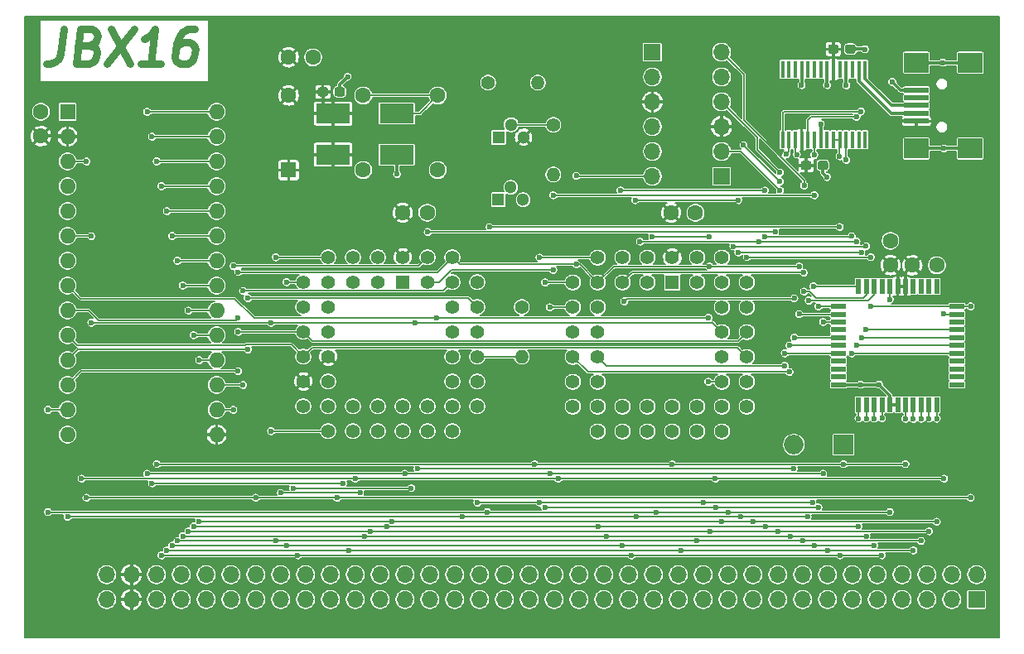
<source format=gbr>
%TF.GenerationSoftware,KiCad,Pcbnew,(5.1.12)-1*%
%TF.CreationDate,2022-08-10T21:51:47-07:00*%
%TF.ProjectId,JBX16_UARTCard,4a425831-365f-4554-9152-54436172642e,rev?*%
%TF.SameCoordinates,Original*%
%TF.FileFunction,Copper,L1,Top*%
%TF.FilePolarity,Positive*%
%FSLAX46Y46*%
G04 Gerber Fmt 4.6, Leading zero omitted, Abs format (unit mm)*
G04 Created by KiCad (PCBNEW (5.1.12)-1) date 2022-08-10 21:51:47*
%MOMM*%
%LPD*%
G01*
G04 APERTURE LIST*
%TA.AperFunction,NonConductor*%
%ADD10C,0.750000*%
%TD*%
%TA.AperFunction,ComponentPad*%
%ADD11O,1.700000X1.700000*%
%TD*%
%TA.AperFunction,ComponentPad*%
%ADD12R,1.700000X1.700000*%
%TD*%
%TA.AperFunction,ComponentPad*%
%ADD13O,1.400000X1.400000*%
%TD*%
%TA.AperFunction,ComponentPad*%
%ADD14C,1.400000*%
%TD*%
%TA.AperFunction,ComponentPad*%
%ADD15R,1.300000X1.300000*%
%TD*%
%TA.AperFunction,ComponentPad*%
%ADD16C,1.300000*%
%TD*%
%TA.AperFunction,ComponentPad*%
%ADD17C,1.600000*%
%TD*%
%TA.AperFunction,ComponentPad*%
%ADD18O,2.000000X2.000000*%
%TD*%
%TA.AperFunction,ComponentPad*%
%ADD19R,2.000000X2.000000*%
%TD*%
%TA.AperFunction,ComponentPad*%
%ADD20O,1.600000X1.600000*%
%TD*%
%TA.AperFunction,ComponentPad*%
%ADD21R,1.600000X1.600000*%
%TD*%
%TA.AperFunction,SMDPad,CuDef*%
%ADD22R,2.500000X0.500000*%
%TD*%
%TA.AperFunction,SMDPad,CuDef*%
%ADD23R,2.500000X2.000000*%
%TD*%
%TA.AperFunction,ComponentPad*%
%ADD24C,1.422400*%
%TD*%
%TA.AperFunction,ComponentPad*%
%ADD25R,1.422400X1.422400*%
%TD*%
%TA.AperFunction,SMDPad,CuDef*%
%ADD26R,3.500000X2.000000*%
%TD*%
%TA.AperFunction,SMDPad,CuDef*%
%ADD27R,0.450000X1.750000*%
%TD*%
%TA.AperFunction,SMDPad,CuDef*%
%ADD28R,0.520000X1.500000*%
%TD*%
%TA.AperFunction,SMDPad,CuDef*%
%ADD29R,1.500000X0.520000*%
%TD*%
%TA.AperFunction,ViaPad*%
%ADD30C,0.600000*%
%TD*%
%TA.AperFunction,Conductor*%
%ADD31C,0.127000*%
%TD*%
%TA.AperFunction,Conductor*%
%ADD32C,0.300000*%
%TD*%
%TA.AperFunction,Conductor*%
%ADD33C,0.100000*%
%TD*%
G04 APERTURE END LIST*
D10*
X85840930Y-78776593D02*
X85528430Y-81276593D01*
X85299264Y-81776593D01*
X84924264Y-82109926D01*
X84403430Y-82276593D01*
X84070097Y-82276593D01*
X88465930Y-80443260D02*
X88945097Y-80609926D01*
X89090930Y-80776593D01*
X89215930Y-81109926D01*
X89153430Y-81609926D01*
X88945097Y-81943260D01*
X88757597Y-82109926D01*
X88403430Y-82276593D01*
X87070097Y-82276593D01*
X87507597Y-78776593D01*
X88674264Y-78776593D01*
X88986764Y-78943260D01*
X89132597Y-79109926D01*
X89257597Y-79443260D01*
X89215930Y-79776593D01*
X89007597Y-80109926D01*
X88820097Y-80276593D01*
X88465930Y-80443260D01*
X87299264Y-80443260D01*
X90674264Y-78776593D02*
X92570097Y-82276593D01*
X93007597Y-78776593D02*
X90236764Y-82276593D01*
X95736764Y-82276593D02*
X93736764Y-82276593D01*
X94736764Y-82276593D02*
X95174264Y-78776593D01*
X94778430Y-79276593D01*
X94403430Y-79609926D01*
X94049264Y-79776593D01*
X99174264Y-78776593D02*
X98507597Y-78776593D01*
X98153430Y-78943260D01*
X97965930Y-79109926D01*
X97570097Y-79609926D01*
X97320097Y-80276593D01*
X97153430Y-81609926D01*
X97278430Y-81943260D01*
X97424264Y-82109926D01*
X97736764Y-82276593D01*
X98403430Y-82276593D01*
X98757597Y-82109926D01*
X98945097Y-81943260D01*
X99153430Y-81609926D01*
X99257597Y-80776593D01*
X99132597Y-80443260D01*
X98986764Y-80276593D01*
X98674264Y-80109926D01*
X98007597Y-80109926D01*
X97653430Y-80276593D01*
X97465930Y-80443260D01*
X97257597Y-80776593D01*
D11*
%TO.P,J3,6*%
%TO.N,CTSA*%
X145973800Y-93827600D03*
%TO.P,J3,5*%
%TO.N,TXA*%
X145973800Y-91287600D03*
%TO.P,J3,4*%
%TO.N,RXA*%
X145973800Y-88747600D03*
%TO.P,J3,3*%
%TO.N,+5V*%
X145973800Y-86207600D03*
%TO.P,J3,2*%
%TO.N,RTSA*%
X145973800Y-83667600D03*
D12*
%TO.P,J3,1*%
%TO.N,GND*%
X145973800Y-81127600D03*
%TD*%
D13*
%TO.P,R3,2*%
%TO.N,GND*%
X134279640Y-84244180D03*
D14*
%TO.P,R3,1*%
%TO.N,MR*%
X129199640Y-84244180D03*
%TD*%
D13*
%TO.P,R2,2*%
%TO.N,RST*%
X135856980Y-93644720D03*
D14*
%TO.P,R2,1*%
%TO.N,Net-(Q2-Pad2)*%
X135856980Y-88564720D03*
%TD*%
D15*
%TO.P,Q2,1*%
%TO.N,MR*%
X130266440Y-89827100D03*
D16*
%TO.P,Q2,3*%
%TO.N,+5V*%
X132806440Y-89827100D03*
%TO.P,Q2,2*%
%TO.N,Net-(Q2-Pad2)*%
X131536440Y-88557100D03*
%TD*%
%TO.P,C9,2*%
%TO.N,GND*%
%TA.AperFunction,SMDPad,CuDef*%
G36*
G01*
X165663760Y-81050140D02*
X165663760Y-80575140D01*
G75*
G02*
X165901260Y-80337640I237500J0D01*
G01*
X166501260Y-80337640D01*
G75*
G02*
X166738760Y-80575140I0J-237500D01*
G01*
X166738760Y-81050140D01*
G75*
G02*
X166501260Y-81287640I-237500J0D01*
G01*
X165901260Y-81287640D01*
G75*
G02*
X165663760Y-81050140I0J237500D01*
G01*
G37*
%TD.AperFunction*%
%TO.P,C9,1*%
%TO.N,+5V*%
%TA.AperFunction,SMDPad,CuDef*%
G36*
G01*
X163938760Y-81050140D02*
X163938760Y-80575140D01*
G75*
G02*
X164176260Y-80337640I237500J0D01*
G01*
X164776260Y-80337640D01*
G75*
G02*
X165013760Y-80575140I0J-237500D01*
G01*
X165013760Y-81050140D01*
G75*
G02*
X164776260Y-81287640I-237500J0D01*
G01*
X164176260Y-81287640D01*
G75*
G02*
X163938760Y-81050140I0J237500D01*
G01*
G37*
%TD.AperFunction*%
%TD*%
%TO.P,C8,2*%
%TO.N,GND*%
%TA.AperFunction,SMDPad,CuDef*%
G36*
G01*
X162864680Y-92942420D02*
X162864680Y-92467420D01*
G75*
G02*
X163102180Y-92229920I237500J0D01*
G01*
X163702180Y-92229920D01*
G75*
G02*
X163939680Y-92467420I0J-237500D01*
G01*
X163939680Y-92942420D01*
G75*
G02*
X163702180Y-93179920I-237500J0D01*
G01*
X163102180Y-93179920D01*
G75*
G02*
X162864680Y-92942420I0J237500D01*
G01*
G37*
%TD.AperFunction*%
%TO.P,C8,1*%
%TO.N,+5V*%
%TA.AperFunction,SMDPad,CuDef*%
G36*
G01*
X161139680Y-92942420D02*
X161139680Y-92467420D01*
G75*
G02*
X161377180Y-92229920I237500J0D01*
G01*
X161977180Y-92229920D01*
G75*
G02*
X162214680Y-92467420I0J-237500D01*
G01*
X162214680Y-92942420D01*
G75*
G02*
X161977180Y-93179920I-237500J0D01*
G01*
X161377180Y-93179920D01*
G75*
G02*
X161139680Y-92942420I0J237500D01*
G01*
G37*
%TD.AperFunction*%
%TD*%
%TO.P,C7,2*%
%TO.N,GND*%
%TA.AperFunction,SMDPad,CuDef*%
G36*
G01*
X113492160Y-85418940D02*
X113492160Y-84943940D01*
G75*
G02*
X113729660Y-84706440I237500J0D01*
G01*
X114329660Y-84706440D01*
G75*
G02*
X114567160Y-84943940I0J-237500D01*
G01*
X114567160Y-85418940D01*
G75*
G02*
X114329660Y-85656440I-237500J0D01*
G01*
X113729660Y-85656440D01*
G75*
G02*
X113492160Y-85418940I0J237500D01*
G01*
G37*
%TD.AperFunction*%
%TO.P,C7,1*%
%TO.N,+5V*%
%TA.AperFunction,SMDPad,CuDef*%
G36*
G01*
X111767160Y-85418940D02*
X111767160Y-84943940D01*
G75*
G02*
X112004660Y-84706440I237500J0D01*
G01*
X112604660Y-84706440D01*
G75*
G02*
X112842160Y-84943940I0J-237500D01*
G01*
X112842160Y-85418940D01*
G75*
G02*
X112604660Y-85656440I-237500J0D01*
G01*
X112004660Y-85656440D01*
G75*
G02*
X111767160Y-85418940I0J237500D01*
G01*
G37*
%TD.AperFunction*%
%TD*%
D17*
%TO.P,C3,2*%
%TO.N,GND*%
X170307000Y-100420800D03*
%TO.P,C3,1*%
%TO.N,+5V*%
X170307000Y-102920800D03*
%TD*%
D18*
%TO.P,D1,2*%
%TO.N,IRQ*%
X160428940Y-121267220D03*
D19*
%TO.P,D1,1*%
%TO.N,INT*%
X165508940Y-121267220D03*
%TD*%
D20*
%TO.P,U5,28*%
%TO.N,RWB*%
X101455220Y-87223600D03*
%TO.P,U5,14*%
%TO.N,A1*%
X86215220Y-120243600D03*
%TO.P,U5,27*%
%TO.N,SCLK*%
X101455220Y-89763600D03*
%TO.P,U5,13*%
%TO.N,A0*%
X86215220Y-117703600D03*
%TO.P,U5,26*%
%TO.N,INT*%
X101455220Y-92303600D03*
%TO.P,U5,12*%
%TO.N,RXA*%
X86215220Y-115163600D03*
%TO.P,U5,25*%
%TO.N,D7*%
X101455220Y-94843600D03*
%TO.P,U5,11*%
%TO.N,DTRA*%
X86215220Y-112623600D03*
%TO.P,U5,24*%
%TO.N,D6*%
X101455220Y-97383600D03*
%TO.P,U5,10*%
%TO.N,TXA*%
X86215220Y-110083600D03*
%TO.P,U5,23*%
%TO.N,D5*%
X101455220Y-99923600D03*
%TO.P,U5,9*%
%TO.N,CTSA*%
X86215220Y-107543600D03*
%TO.P,U5,22*%
%TO.N,D4*%
X101455220Y-102463600D03*
%TO.P,U5,8*%
%TO.N,RTSA*%
X86215220Y-105003600D03*
%TO.P,U5,21*%
%TO.N,D3*%
X101455220Y-105003600D03*
%TO.P,U5,7*%
%TO.N,N/C*%
X86215220Y-102463600D03*
%TO.P,U5,20*%
%TO.N,D2*%
X101455220Y-107543600D03*
%TO.P,U5,6*%
%TO.N,CLK*%
X86215220Y-99923600D03*
%TO.P,U5,19*%
%TO.N,D1*%
X101455220Y-110083600D03*
%TO.P,U5,5*%
%TO.N,N/C*%
X86215220Y-97383600D03*
%TO.P,U5,18*%
%TO.N,D0*%
X101455220Y-112623600D03*
%TO.P,U5,4*%
%TO.N,RST*%
X86215220Y-94843600D03*
%TO.P,U5,17*%
%TO.N,DSRA*%
X101455220Y-115163600D03*
%TO.P,U5,3*%
%TO.N,SRLEN*%
X86215220Y-92303600D03*
%TO.P,U5,16*%
%TO.N,N/C*%
X101455220Y-117703600D03*
%TO.P,U5,2*%
%TO.N,+5V*%
X86215220Y-89763600D03*
%TO.P,U5,15*%
X101455220Y-120243600D03*
D21*
%TO.P,U5,1*%
%TO.N,GND*%
X86215220Y-87223600D03*
%TD*%
D11*
%TO.P,U6,6*%
%TO.N,CTSB*%
X153047700Y-81122520D03*
%TO.P,U6,5*%
%TO.N,TXB*%
X153047700Y-83662520D03*
%TO.P,U6,4*%
%TO.N,RXB*%
X153047700Y-86202520D03*
%TO.P,U6,3*%
%TO.N,+5V*%
X153047700Y-88742520D03*
%TO.P,U6,2*%
%TO.N,RTSB*%
X153047700Y-91282520D03*
D12*
%TO.P,U6,1*%
%TO.N,GND*%
X153047700Y-93822520D03*
%TD*%
D11*
%TO.P,J2,71*%
%TO.N,GND*%
X90208300Y-137109200D03*
%TO.P,J2,72*%
X90208300Y-134569200D03*
%TO.P,J2,69*%
%TO.N,+5V*%
X92748300Y-137109200D03*
%TO.P,J2,70*%
X92748300Y-134569200D03*
%TO.P,J2,67*%
%TO.N,N/C*%
X95288300Y-137109200D03*
%TO.P,J2,68*%
X95288300Y-134569200D03*
%TO.P,J2,65*%
X97828300Y-137109200D03*
%TO.P,J2,66*%
X97828300Y-134569200D03*
%TO.P,J2,63*%
X100368300Y-137109200D03*
%TO.P,J2,64*%
X100368300Y-134569200D03*
%TO.P,J2,61*%
X102908300Y-137109200D03*
%TO.P,J2,62*%
X102908300Y-134569200D03*
%TO.P,J2,59*%
X105448300Y-137109200D03*
%TO.P,J2,60*%
%TO.N,SRLEN*%
X105448300Y-134569200D03*
%TO.P,J2,57*%
%TO.N,RD#*%
X107988300Y-137109200D03*
%TO.P,J2,58*%
%TO.N,WR#*%
X107988300Y-134569200D03*
%TO.P,J2,55*%
%TO.N,N/C*%
X110528300Y-137109200D03*
%TO.P,J2,56*%
X110528300Y-134569200D03*
%TO.P,J2,53*%
%TO.N,SCLK*%
X113068300Y-137109200D03*
%TO.P,J2,54*%
%TO.N,N/C*%
X113068300Y-134569200D03*
%TO.P,J2,51*%
X115608300Y-137109200D03*
%TO.P,J2,52*%
%TO.N,RST*%
X115608300Y-134569200D03*
%TO.P,J2,49*%
%TO.N,N/C*%
X118148300Y-137109200D03*
%TO.P,J2,50*%
X118148300Y-134569200D03*
%TO.P,J2,47*%
%TO.N,IRQ*%
X120688300Y-137109200D03*
%TO.P,J2,48*%
%TO.N,RWB*%
X120688300Y-134569200D03*
%TO.P,J2,45*%
%TO.N,N/C*%
X123228300Y-137109200D03*
%TO.P,J2,46*%
X123228300Y-134569200D03*
%TO.P,J2,43*%
X125768300Y-137109200D03*
%TO.P,J2,44*%
X125768300Y-134569200D03*
%TO.P,J2,41*%
X128308300Y-137109200D03*
%TO.P,J2,42*%
X128308300Y-134569200D03*
%TO.P,J2,39*%
X130848300Y-137109200D03*
%TO.P,J2,40*%
X130848300Y-134569200D03*
%TO.P,J2,37*%
X133388300Y-137109200D03*
%TO.P,J2,38*%
X133388300Y-134569200D03*
%TO.P,J2,35*%
X135928300Y-137109200D03*
%TO.P,J2,36*%
X135928300Y-134569200D03*
%TO.P,J2,33*%
X138468300Y-137109200D03*
%TO.P,J2,34*%
X138468300Y-134569200D03*
%TO.P,J2,31*%
X141008300Y-137109200D03*
%TO.P,J2,32*%
X141008300Y-134569200D03*
%TO.P,J2,29*%
X143548300Y-137109200D03*
%TO.P,J2,30*%
X143548300Y-134569200D03*
%TO.P,J2,27*%
X146088300Y-137109200D03*
%TO.P,J2,28*%
X146088300Y-134569200D03*
%TO.P,J2,25*%
X148628300Y-137109200D03*
%TO.P,J2,26*%
X148628300Y-134569200D03*
%TO.P,J2,23*%
%TO.N,A3*%
X151168300Y-137109200D03*
%TO.P,J2,24*%
%TO.N,A2*%
X151168300Y-134569200D03*
%TO.P,J2,21*%
%TO.N,A1*%
X153708300Y-137109200D03*
%TO.P,J2,22*%
%TO.N,A0*%
X153708300Y-134569200D03*
%TO.P,J2,19*%
%TO.N,D1*%
X156248300Y-137109200D03*
%TO.P,J2,20*%
%TO.N,D0*%
X156248300Y-134569200D03*
%TO.P,J2,17*%
%TO.N,D3*%
X158788300Y-137109200D03*
%TO.P,J2,18*%
%TO.N,D2*%
X158788300Y-134569200D03*
%TO.P,J2,15*%
%TO.N,D5*%
X161328300Y-137109200D03*
%TO.P,J2,16*%
%TO.N,D4*%
X161328300Y-134569200D03*
%TO.P,J2,13*%
%TO.N,D7*%
X163868300Y-137109200D03*
%TO.P,J2,14*%
%TO.N,D6*%
X163868300Y-134569200D03*
%TO.P,J2,11*%
%TO.N,N/C*%
X166408300Y-137109200D03*
%TO.P,J2,12*%
X166408300Y-134569200D03*
%TO.P,J2,9*%
X168948300Y-137109200D03*
%TO.P,J2,10*%
X168948300Y-134569200D03*
%TO.P,J2,7*%
%TO.N,GND*%
X171488300Y-137109200D03*
%TO.P,J2,8*%
X171488300Y-134569200D03*
%TO.P,J2,5*%
%TO.N,N/C*%
X174028300Y-137109200D03*
%TO.P,J2,6*%
X174028300Y-134569200D03*
%TO.P,J2,3*%
%TO.N,GND*%
X176568300Y-137109200D03*
%TO.P,J2,4*%
X176568300Y-134569200D03*
D12*
%TO.P,J2,1*%
%TO.N,N/C*%
X179108300Y-137109200D03*
D11*
%TO.P,J2,2*%
X179108300Y-134569200D03*
%TD*%
D22*
%TO.P,J1,5*%
%TO.N,GND*%
X172962260Y-84986060D03*
%TO.P,J1,4*%
%TO.N,N/C*%
X172962260Y-85786060D03*
%TO.P,J1,3*%
%TO.N,Net-(J1-Pad3)*%
X172962260Y-86586060D03*
%TO.P,J1,2*%
%TO.N,Net-(J1-Pad2)*%
X172962260Y-87386060D03*
%TO.P,J1,1*%
%TO.N,+5V*%
X172962260Y-88186060D03*
D23*
%TO.P,J1,6*%
%TO.N,GND*%
X172962260Y-82186060D03*
X172962260Y-90986060D03*
X178462260Y-82186060D03*
X178462260Y-90986060D03*
%TD*%
D24*
%TO.P,U4,39*%
%TO.N,MR*%
X128084580Y-104646940D03*
%TO.P,U4,37*%
%TO.N,DTRA*%
X128084580Y-107186940D03*
%TO.P,U4,35*%
%TO.N,N/C*%
X128084580Y-109726940D03*
%TO.P,U4,33*%
%TO.N,Net-(R1-Pad2)*%
X128084580Y-112266940D03*
%TO.P,U4,31*%
%TO.N,A0*%
X128084580Y-114806940D03*
%TO.P,U4,40*%
%TO.N,CTSA*%
X125544580Y-102106940D03*
%TO.P,U4,38*%
%TO.N,N/C*%
X125544580Y-107186940D03*
%TO.P,U4,36*%
%TO.N,RTSA*%
X125544580Y-109726940D03*
%TO.P,U4,34*%
%TO.N,N/C*%
X125544580Y-112266940D03*
%TO.P,U4,32*%
X125544580Y-114806940D03*
%TO.P,U4,30*%
%TO.N,A1*%
X125544580Y-117346940D03*
%TO.P,U4,28*%
%TO.N,GND*%
X125544580Y-119886940D03*
%TO.P,U4,26*%
%TO.N,N/C*%
X123004580Y-119886940D03*
%TO.P,U4,24*%
%TO.N,RD#*%
X120464580Y-119886940D03*
%TO.P,U4,22*%
%TO.N,GND*%
X117924580Y-119886940D03*
%TO.P,U4,20*%
%TO.N,WR#*%
X115384580Y-119886940D03*
%TO.P,U4,18*%
%TO.N,CLK*%
X112844580Y-119886940D03*
%TO.P,U4,29*%
%TO.N,A2*%
X128084580Y-117346940D03*
%TO.P,U4,27*%
%TO.N,N/C*%
X123004580Y-117346940D03*
%TO.P,U4,25*%
%TO.N,GND*%
X120464580Y-117346940D03*
%TO.P,U4,23*%
%TO.N,N/C*%
X117924580Y-117346940D03*
%TO.P,U4,21*%
%TO.N,GND*%
X115384580Y-117346940D03*
%TO.P,U4,19*%
%TO.N,N/C*%
X112844580Y-117346940D03*
%TO.P,U4,17*%
%TO.N,Net-(U4-Pad10)*%
X110304580Y-117346940D03*
%TO.P,U4,15*%
%TO.N,+5V*%
X110304580Y-114806940D03*
%TO.P,U4,13*%
%TO.N,TXA*%
X110304580Y-112266940D03*
%TO.P,U4,11*%
%TO.N,RXA*%
X110304580Y-109726940D03*
%TO.P,U4,9*%
%TO.N,D7*%
X110304580Y-107186940D03*
%TO.P,U4,7*%
%TO.N,D5*%
X110304580Y-104646940D03*
%TO.P,U4,16*%
%TO.N,SRLEN*%
X112844580Y-114806940D03*
%TO.P,U4,14*%
%TO.N,+5V*%
X112844580Y-112266940D03*
%TO.P,U4,12*%
%TO.N,N/C*%
X112844580Y-109726940D03*
%TO.P,U4,10*%
%TO.N,Net-(U4-Pad10)*%
X112844580Y-107186940D03*
%TO.P,U4,8*%
%TO.N,D6*%
X112844580Y-104646940D03*
%TO.P,U4,42*%
%TO.N,DSRA*%
X123004580Y-102106940D03*
%TO.P,U4,44*%
%TO.N,+5V*%
X120464580Y-102106940D03*
%TO.P,U4,6*%
%TO.N,D4*%
X112844580Y-102106940D03*
%TO.P,U4,4*%
%TO.N,D2*%
X115384580Y-102106940D03*
%TO.P,U4,2*%
%TO.N,D0*%
X117924580Y-102106940D03*
%TO.P,U4,41*%
%TO.N,DSRA*%
X125544580Y-104646940D03*
%TO.P,U4,43*%
%TO.N,RI*%
X123004580Y-104646940D03*
%TO.P,U4,5*%
%TO.N,D3*%
X115384580Y-104646940D03*
%TO.P,U4,3*%
%TO.N,D1*%
X117924580Y-104646940D03*
D25*
%TO.P,U4,1*%
%TO.N,N/C*%
X120464580Y-104646940D03*
%TD*%
D13*
%TO.P,R1,2*%
%TO.N,Net-(R1-Pad2)*%
X132623560Y-112278160D03*
D14*
%TO.P,R1,1*%
%TO.N,Net-(Q1-Pad2)*%
X132623560Y-107198160D03*
%TD*%
D15*
%TO.P,Q1,1*%
%TO.N,GND*%
X130230880Y-96215200D03*
D16*
%TO.P,Q1,3*%
%TO.N,INT*%
X132770880Y-96215200D03*
%TO.P,Q1,2*%
%TO.N,Net-(Q1-Pad2)*%
X131500880Y-94945200D03*
%TD*%
D17*
%TO.P,C6,2*%
%TO.N,GND*%
X83494880Y-87218520D03*
%TO.P,C6,1*%
%TO.N,+5V*%
X83494880Y-89718520D03*
%TD*%
%TO.P,C5,2*%
%TO.N,GND*%
X122969660Y-97541080D03*
%TO.P,C5,1*%
%TO.N,+5V*%
X120469660Y-97541080D03*
%TD*%
%TO.P,C4,2*%
%TO.N,GND*%
X175051720Y-102925880D03*
%TO.P,C4,1*%
%TO.N,+5V*%
X172551720Y-102925880D03*
%TD*%
%TO.P,C2,2*%
%TO.N,GND*%
X111303440Y-81655920D03*
%TO.P,C2,1*%
%TO.N,+5V*%
X108803440Y-81655920D03*
%TD*%
%TO.P,C1,2*%
%TO.N,GND*%
X150381340Y-97558860D03*
%TO.P,C1,1*%
%TO.N,+5V*%
X147881340Y-97558860D03*
%TD*%
D26*
%TO.P,X3,4*%
%TO.N,+5V*%
X113342280Y-87406480D03*
%TO.P,X3,3*%
%TO.N,CLK*%
X119842280Y-87406480D03*
%TO.P,X3,2*%
%TO.N,GND*%
X119842280Y-91606480D03*
%TO.P,X3,1*%
%TO.N,+5V*%
X113342280Y-91606480D03*
%TD*%
D17*
%TO.P,X2,7*%
%TO.N,GND*%
X124045980Y-93184980D03*
%TO.P,X2,8*%
%TO.N,CLK*%
X124045980Y-85564980D03*
%TO.P,X2,14*%
%TO.N,+5V*%
X108805980Y-85564980D03*
D21*
%TO.P,X2,1*%
X108805980Y-93184980D03*
%TD*%
D17*
%TO.P,X1,4*%
%TO.N,GND*%
X116425980Y-93184980D03*
%TO.P,X1,5*%
%TO.N,CLK*%
X116425980Y-85564980D03*
%TO.P,X1,8*%
%TO.N,+5V*%
X108805980Y-85564980D03*
D21*
%TO.P,X1,1*%
X108805980Y-93184980D03*
%TD*%
D27*
%TO.P,U3,28*%
%TO.N,N/C*%
X159277340Y-82881920D03*
%TO.P,U3,27*%
X159927340Y-82881920D03*
%TO.P,U3,26*%
X160577340Y-82881920D03*
%TO.P,U3,25*%
%TO.N,GND*%
X161227340Y-82881920D03*
%TO.P,U3,24*%
%TO.N,N/C*%
X161877340Y-82881920D03*
%TO.P,U3,23*%
X162527340Y-82881920D03*
%TO.P,U3,22*%
X163177340Y-82881920D03*
%TO.P,U3,21*%
%TO.N,GND*%
X163827340Y-82881920D03*
%TO.P,U3,20*%
%TO.N,+5V*%
X164477340Y-82881920D03*
%TO.P,U3,19*%
%TO.N,N/C*%
X165127340Y-82881920D03*
%TO.P,U3,18*%
%TO.N,GND*%
X165777340Y-82881920D03*
%TO.P,U3,17*%
%TO.N,N/C*%
X166427340Y-82881920D03*
%TO.P,U3,16*%
%TO.N,Net-(J1-Pad2)*%
X167077340Y-82881920D03*
%TO.P,U3,15*%
%TO.N,Net-(J1-Pad3)*%
X167727340Y-82881920D03*
%TO.P,U3,14*%
%TO.N,N/C*%
X167727340Y-90081920D03*
%TO.P,U3,13*%
X167077340Y-90081920D03*
%TO.P,U3,12*%
X166427340Y-90081920D03*
%TO.P,U3,11*%
%TO.N,RTSA*%
X165777340Y-90081920D03*
%TO.P,U3,10*%
%TO.N,DTRA*%
X165127340Y-90081920D03*
%TO.P,U3,9*%
X164477340Y-90081920D03*
%TO.P,U3,8*%
%TO.N,N/C*%
X163827340Y-90081920D03*
%TO.P,U3,7*%
%TO.N,GND*%
X163177340Y-90081920D03*
%TO.P,U3,6*%
%TO.N,RI*%
X162527340Y-90081920D03*
%TO.P,U3,5*%
%TO.N,TXA*%
X161877340Y-90081920D03*
%TO.P,U3,4*%
%TO.N,+5V*%
X161227340Y-90081920D03*
%TO.P,U3,3*%
%TO.N,CTSA*%
X160577340Y-90081920D03*
%TO.P,U3,2*%
%TO.N,DSRA*%
X159927340Y-90081920D03*
%TO.P,U3,1*%
%TO.N,RXA*%
X159277340Y-90081920D03*
%TD*%
D28*
%TO.P,U2,44*%
%TO.N,A2*%
X167046140Y-105072460D03*
%TO.P,U2,43*%
%TO.N,CTSB*%
X167846140Y-105072460D03*
%TO.P,U2,42*%
%TO.N,A1*%
X168646140Y-105072460D03*
%TO.P,U2,41*%
%TO.N,N/C*%
X169446140Y-105072460D03*
%TO.P,U2,40*%
%TO.N,A0*%
X170246140Y-105072460D03*
%TO.P,U2,39*%
%TO.N,+5V*%
X171046140Y-105072460D03*
%TO.P,U2,38*%
X171846140Y-105072460D03*
%TO.P,U2,37*%
%TO.N,N/C*%
X172646140Y-105072460D03*
%TO.P,U2,36*%
X173446140Y-105072460D03*
%TO.P,U2,35*%
X174246140Y-105072460D03*
%TO.P,U2,34*%
X175046140Y-105072460D03*
D29*
%TO.P,U2,33*%
%TO.N,SRLEN*%
X177096140Y-107122460D03*
%TO.P,U2,32*%
%TO.N,RST*%
X177096140Y-107922460D03*
%TO.P,U2,31*%
%TO.N,N/C*%
X177096140Y-108722460D03*
%TO.P,U2,30*%
%TO.N,CLK*%
X177096140Y-109522460D03*
%TO.P,U2,29*%
%TO.N,RXA*%
X177096140Y-110322460D03*
%TO.P,U2,28*%
%TO.N,TXA*%
X177096140Y-111122460D03*
%TO.P,U2,27*%
%TO.N,RTSA*%
X177096140Y-111922460D03*
%TO.P,U2,26*%
%TO.N,N/C*%
X177096140Y-112722460D03*
%TO.P,U2,25*%
X177096140Y-113522460D03*
%TO.P,U2,24*%
X177096140Y-114322460D03*
%TO.P,U2,23*%
X177096140Y-115122460D03*
D28*
%TO.P,U2,22*%
%TO.N,D0*%
X175046140Y-117172460D03*
%TO.P,U2,21*%
%TO.N,D2*%
X174246140Y-117172460D03*
%TO.P,U2,20*%
%TO.N,D4*%
X173446140Y-117172460D03*
%TO.P,U2,19*%
%TO.N,D6*%
X172646140Y-117172460D03*
%TO.P,U2,18*%
%TO.N,INT*%
X171846140Y-117172460D03*
%TO.P,U2,17*%
%TO.N,GND*%
X171046140Y-117172460D03*
%TO.P,U2,16*%
X170246140Y-117172460D03*
%TO.P,U2,15*%
%TO.N,D7*%
X169446140Y-117172460D03*
%TO.P,U2,14*%
%TO.N,D5*%
X168646140Y-117172460D03*
%TO.P,U2,13*%
%TO.N,D3*%
X167846140Y-117172460D03*
%TO.P,U2,12*%
%TO.N,D1*%
X167046140Y-117172460D03*
D29*
%TO.P,U2,11*%
%TO.N,GND*%
X164996140Y-115122460D03*
%TO.P,U2,10*%
%TO.N,N/C*%
X164996140Y-114322460D03*
%TO.P,U2,9*%
X164996140Y-113522460D03*
%TO.P,U2,8*%
X164996140Y-112722460D03*
%TO.P,U2,7*%
%TO.N,RTSB*%
X164996140Y-111922460D03*
%TO.P,U2,6*%
%TO.N,TXB*%
X164996140Y-111122460D03*
%TO.P,U2,5*%
%TO.N,RXB*%
X164996140Y-110322460D03*
%TO.P,U2,4*%
%TO.N,N/C*%
X164996140Y-109522460D03*
%TO.P,U2,3*%
%TO.N,RWB*%
X164996140Y-108722460D03*
%TO.P,U2,2*%
%TO.N,CTSA*%
X164996140Y-107922460D03*
%TO.P,U2,1*%
%TO.N,A3*%
X164996140Y-107122460D03*
%TD*%
D24*
%TO.P,U1,39*%
%TO.N,SRLEN*%
X155633420Y-104679960D03*
%TO.P,U1,37*%
%TO.N,N/C*%
X155633420Y-107219960D03*
%TO.P,U1,35*%
%TO.N,RXA*%
X155633420Y-109759960D03*
%TO.P,U1,33*%
%TO.N,TXA*%
X155633420Y-112299960D03*
%TO.P,U1,31*%
%TO.N,N/C*%
X155633420Y-114839960D03*
%TO.P,U1,40*%
X153093420Y-102139960D03*
%TO.P,U1,38*%
%TO.N,RST*%
X153093420Y-107219960D03*
%TO.P,U1,36*%
%TO.N,CLK*%
X153093420Y-109759960D03*
%TO.P,U1,34*%
%TO.N,N/C*%
X153093420Y-112299960D03*
%TO.P,U1,32*%
%TO.N,RTSA*%
X153093420Y-114839960D03*
%TO.P,U1,30*%
%TO.N,N/C*%
X153093420Y-117379960D03*
%TO.P,U1,28*%
%TO.N,D0*%
X153093420Y-119919960D03*
%TO.P,U1,26*%
%TO.N,D4*%
X150553420Y-119919960D03*
%TO.P,U1,24*%
%TO.N,INT*%
X148013420Y-119919960D03*
%TO.P,U1,22*%
%TO.N,GND*%
X145473420Y-119919960D03*
%TO.P,U1,20*%
%TO.N,D5*%
X142933420Y-119919960D03*
%TO.P,U1,18*%
%TO.N,D1*%
X140393420Y-119919960D03*
%TO.P,U1,29*%
%TO.N,N/C*%
X155633420Y-117379960D03*
%TO.P,U1,27*%
%TO.N,D2*%
X150553420Y-117379960D03*
%TO.P,U1,25*%
%TO.N,D6*%
X148013420Y-117379960D03*
%TO.P,U1,23*%
%TO.N,N/C*%
X145473420Y-117379960D03*
%TO.P,U1,21*%
%TO.N,D7*%
X142933420Y-117379960D03*
%TO.P,U1,19*%
%TO.N,D3*%
X140393420Y-117379960D03*
%TO.P,U1,17*%
%TO.N,N/C*%
X137853420Y-117379960D03*
%TO.P,U1,15*%
X137853420Y-114839960D03*
%TO.P,U1,13*%
%TO.N,TXB*%
X137853420Y-112299960D03*
%TO.P,U1,11*%
%TO.N,RXB*%
X137853420Y-109759960D03*
%TO.P,U1,9*%
%TO.N,RWB*%
X137853420Y-107219960D03*
%TO.P,U1,7*%
%TO.N,A3*%
X137853420Y-104679960D03*
%TO.P,U1,16*%
%TO.N,N/C*%
X140393420Y-114839960D03*
%TO.P,U1,14*%
%TO.N,RTSB*%
X140393420Y-112299960D03*
%TO.P,U1,12*%
%TO.N,GND*%
X140393420Y-109759960D03*
%TO.P,U1,10*%
%TO.N,N/C*%
X140393420Y-107219960D03*
%TO.P,U1,8*%
%TO.N,CTSA*%
X140393420Y-104679960D03*
%TO.P,U1,42*%
%TO.N,N/C*%
X150553420Y-102139960D03*
%TO.P,U1,44*%
%TO.N,+5V*%
X148013420Y-102139960D03*
%TO.P,U1,6*%
%TO.N,A2*%
X140393420Y-102139960D03*
%TO.P,U1,4*%
%TO.N,A1*%
X142933420Y-102139960D03*
%TO.P,U1,2*%
%TO.N,A0*%
X145473420Y-102139960D03*
%TO.P,U1,41*%
%TO.N,N/C*%
X153093420Y-104679960D03*
%TO.P,U1,43*%
X150553420Y-104679960D03*
%TO.P,U1,5*%
%TO.N,CTSB*%
X142933420Y-104679960D03*
%TO.P,U1,3*%
%TO.N,N/C*%
X145473420Y-104679960D03*
D25*
%TO.P,U1,1*%
X148013420Y-104679960D03*
%TD*%
D30*
%TO.N,INT*%
X165508940Y-123263400D03*
X148013420Y-123263400D03*
X171846240Y-118620540D03*
X171846500Y-123263400D03*
X95325920Y-123263400D03*
X95326200Y-92301060D03*
X133944100Y-123263400D03*
%TO.N,GND*%
X119870220Y-93596460D03*
X114841020Y-83634580D03*
X167706040Y-80832960D03*
X165790880Y-84513420D03*
X163827460Y-84500720D03*
X161221420Y-84500720D03*
X163182300Y-88478360D03*
X170494960Y-84175600D03*
X175656960Y-82186060D03*
X175767280Y-90986060D03*
X163814760Y-93886020D03*
X169148760Y-115125500D03*
X167256960Y-115122460D03*
%TO.N,SRLEN*%
X105448100Y-126696900D03*
X178501040Y-107121960D03*
X178495120Y-126696900D03*
X88136300Y-126696900D03*
X88138000Y-92303600D03*
X113760680Y-126696900D03*
X168306600Y-107121960D03*
X155633420Y-102090500D03*
X168306600Y-102096720D03*
%TO.N,RXA*%
X103644980Y-109730540D03*
X103644980Y-113753900D03*
X167325600Y-110322360D03*
X154757400Y-101600000D03*
X167325600Y-101598020D03*
X167304720Y-87185500D03*
X144213300Y-96256120D03*
X154762200Y-96256120D03*
%TO.N,TXA*%
X166835100Y-111122460D03*
X156874580Y-100494820D03*
X166835100Y-100494820D03*
X166835100Y-87750356D03*
X144703800Y-100507800D03*
%TO.N,RST*%
X115608100Y-124734900D03*
X152395500Y-124734900D03*
X175780700Y-107922060D03*
X175782660Y-124734900D03*
X87638200Y-124734900D03*
X136337620Y-124734900D03*
%TO.N,CLK*%
X88626800Y-108788200D03*
X88626800Y-99951540D03*
X107007099Y-119885460D03*
X107005120Y-108788200D03*
X121747280Y-108788200D03*
X167816100Y-109522260D03*
X167816100Y-100976000D03*
X154246290Y-100985320D03*
%TO.N,RTSA*%
X123891040Y-108297700D03*
X151701219Y-108297700D03*
X151701219Y-114838480D03*
X166344600Y-111920020D03*
X157492898Y-100004320D03*
X166344131Y-99958648D03*
X165790880Y-92161360D03*
X142722600Y-95275120D03*
X157480000Y-95275120D03*
%TO.N,D0*%
X156248100Y-129149420D03*
X175046640Y-118610380D03*
X175046060Y-129149420D03*
X153087760Y-129149420D03*
X99663940Y-129149420D03*
X99664520Y-112623600D03*
X119372960Y-129149420D03*
%TO.N,D4*%
X161328100Y-131111420D03*
X173446440Y-118625620D03*
X173445600Y-131111420D03*
X150554260Y-131111420D03*
X97446260Y-131111420D03*
X97444560Y-102461060D03*
X107497800Y-131111420D03*
X107492800Y-102100380D03*
%TO.N,D5*%
X162575800Y-131601920D03*
X168645840Y-118595140D03*
X168646400Y-131601920D03*
X142932860Y-131601920D03*
X96901560Y-131601920D03*
X96901000Y-99923600D03*
X108598260Y-131601920D03*
X108597700Y-104645460D03*
%TO.N,D1*%
X157518100Y-129639920D03*
X167045640Y-118600220D03*
X167046500Y-129639920D03*
X140395100Y-129639920D03*
X99094301Y-129639920D03*
X99090480Y-110081060D03*
X118830500Y-129639920D03*
%TO.N,D2*%
X158790640Y-130130420D03*
X174246540Y-118600220D03*
X174247680Y-130130420D03*
X151829900Y-130130420D03*
X98552000Y-130130420D03*
X98554540Y-107551220D03*
X117143400Y-130130420D03*
%TO.N,D6*%
X163875720Y-132092420D03*
X172646340Y-118638320D03*
X172646060Y-132092420D03*
X148915400Y-132092420D03*
X96362800Y-132092420D03*
X96359980Y-97383600D03*
X114957860Y-132092420D03*
%TO.N,D7*%
X169445940Y-118574820D03*
X169423080Y-132582920D03*
X165145720Y-132582920D03*
X143835120Y-132582920D03*
X95816420Y-132582920D03*
X95816420Y-94841060D03*
X109743240Y-132582920D03*
%TO.N,D3*%
X160079840Y-130620920D03*
X167845740Y-118595140D03*
X167846860Y-130620920D03*
X141293700Y-130620920D03*
X97984160Y-130620920D03*
X97983040Y-105001060D03*
X116584880Y-130620920D03*
%TO.N,TXB*%
X159992640Y-111122460D03*
X159992640Y-113835180D03*
X159011900Y-94353380D03*
X155293060Y-90634820D03*
%TO.N,RXB*%
X160483140Y-110322360D03*
X143098520Y-106613960D03*
X160483140Y-106310840D03*
X159011900Y-93444060D03*
%TO.N,RWB*%
X120688100Y-124244400D03*
X135493760Y-107218480D03*
X135494060Y-124244400D03*
X163426140Y-108722160D03*
X163426440Y-124244400D03*
X94344919Y-124244400D03*
X94343220Y-87223600D03*
%TO.N,A3*%
X152463500Y-127677900D03*
X135003820Y-127677900D03*
X135003540Y-104681020D03*
X162935640Y-127677900D03*
X162935920Y-107124500D03*
%TO.N,RTSB*%
X159502140Y-111920020D03*
X159502140Y-113187780D03*
X159011900Y-95275120D03*
%TO.N,CTSA*%
X103644980Y-103612359D03*
X103644980Y-108297700D03*
X160973640Y-107922060D03*
X160973640Y-103038780D03*
X160741360Y-91584780D03*
X138201400Y-93776800D03*
X138202461Y-102818139D03*
X145973800Y-100004320D03*
X151821939Y-103041661D03*
X151820320Y-100004320D03*
%TO.N,+5V*%
X169951400Y-89585800D03*
%TO.N,A2*%
X151168100Y-127187400D03*
X134446720Y-127187400D03*
X134444740Y-102133400D03*
X162333380Y-127187400D03*
X162443160Y-105072180D03*
X128092760Y-127187400D03*
%TO.N,A1*%
X154957780Y-128658920D03*
X144342820Y-128658920D03*
X161844020Y-128658920D03*
X86214920Y-128658920D03*
X126547580Y-128658920D03*
X161954640Y-106526760D03*
%TO.N,A0*%
X153708100Y-128168400D03*
X146375120Y-128168400D03*
X170246040Y-106418380D03*
X170248580Y-128168400D03*
X84203540Y-117703600D03*
X84203540Y-128168400D03*
X129105660Y-128168400D03*
%TO.N,CTSB*%
X161464140Y-105607000D03*
X161464140Y-103679140D03*
X161480500Y-94764860D03*
%TO.N,DTRA*%
X104625980Y-106286300D03*
X104625980Y-111531400D03*
X129319020Y-99023320D03*
X165107620Y-99001580D03*
X165107620Y-91782900D03*
%TO.N,RD#*%
X109247940Y-125715900D03*
X121339740Y-125715900D03*
%TO.N,WR#*%
X107988100Y-126206400D03*
X116098800Y-126206400D03*
%TO.N,DSRA*%
X104135480Y-105547160D03*
X104137460Y-115163600D03*
X158521400Y-99513820D03*
X123004580Y-99517200D03*
X159669480Y-91572080D03*
%TO.N,DCDA*%
X103154480Y-103009700D03*
X103154480Y-117706140D03*
%TO.N,SCLK*%
X114373660Y-125225400D03*
X94837660Y-125225400D03*
X94833440Y-89766140D03*
%TO.N,IRQ*%
X121970800Y-123753900D03*
X160428960Y-123753900D03*
%TO.N,RI*%
X135841740Y-103393240D03*
X162529520Y-95765620D03*
X135841740Y-95765620D03*
X162527340Y-91625064D03*
%TD*%
D31*
%TO.N,INT*%
X148013420Y-123263400D02*
X148521680Y-123263400D01*
X165508940Y-123263400D02*
X148521680Y-123263400D01*
X148013420Y-123263400D02*
X147520400Y-123263400D01*
X148521680Y-123263400D02*
X147520400Y-123263400D01*
X171846140Y-118620440D02*
X171846240Y-118620540D01*
X171846140Y-117172460D02*
X171846140Y-118620440D01*
X165508940Y-123263400D02*
X171846500Y-123263400D01*
X101452680Y-92301060D02*
X101455220Y-92303600D01*
X95326200Y-92301060D02*
X101452680Y-92301060D01*
X95325920Y-123263400D02*
X96019360Y-123263400D01*
X133944100Y-123263400D02*
X96019360Y-123263400D01*
X147520400Y-123263400D02*
X133944100Y-123263400D01*
D32*
%TO.N,GND*%
X119842280Y-93568520D02*
X119870220Y-93596460D01*
X119842280Y-91606480D02*
X119842280Y-93568520D01*
X114029660Y-84445940D02*
X114841020Y-83634580D01*
X114029660Y-85181440D02*
X114029660Y-84445940D01*
X167685720Y-80812640D02*
X167706040Y-80832960D01*
X166201260Y-80812640D02*
X167685720Y-80812640D01*
X165777340Y-84499880D02*
X165790880Y-84513420D01*
X165777340Y-82881920D02*
X165777340Y-84499880D01*
X163827340Y-84500600D02*
X163827460Y-84500720D01*
X163827340Y-82881920D02*
X163827340Y-84500600D01*
X161227340Y-84494800D02*
X161221420Y-84500720D01*
X161227340Y-82881920D02*
X161227340Y-84494800D01*
X163177340Y-88483320D02*
X163182300Y-88478360D01*
X163177340Y-90081920D02*
X163177340Y-88483320D01*
X178462260Y-82186060D02*
X175656960Y-82186060D01*
X178462260Y-90986060D02*
X175767280Y-90986060D01*
X171305420Y-84986060D02*
X170494960Y-84175600D01*
X172962260Y-84986060D02*
X171305420Y-84986060D01*
X175656960Y-82186060D02*
X172962260Y-82186060D01*
X175767280Y-90986060D02*
X172962260Y-90986060D01*
X163402180Y-93473440D02*
X163814760Y-93886020D01*
X163402180Y-92704920D02*
X163402180Y-93473440D01*
X170246140Y-117172460D02*
X171046140Y-117172460D01*
X170246140Y-116222880D02*
X169148760Y-115125500D01*
X170246140Y-117172460D02*
X170246140Y-116222880D01*
X169145720Y-115122460D02*
X169148760Y-115125500D01*
X164996140Y-115122460D02*
X167256960Y-115122460D01*
X167256960Y-115122460D02*
X169145720Y-115122460D01*
D31*
%TO.N,SRLEN*%
X178500540Y-107122460D02*
X178501040Y-107121960D01*
X177096140Y-107122460D02*
X178500540Y-107122460D01*
X105448100Y-126696900D02*
X88136300Y-126696900D01*
X88138000Y-92303600D02*
X86215220Y-92303600D01*
X113760680Y-126696900D02*
X178495120Y-126696900D01*
X105448100Y-126696900D02*
X113760680Y-126696900D01*
X168307100Y-107122460D02*
X168306600Y-107121960D01*
X177096140Y-107122460D02*
X168307100Y-107122460D01*
X168300380Y-102090500D02*
X168306600Y-102096720D01*
X155633420Y-102090500D02*
X168300380Y-102090500D01*
%TO.N,RXA*%
X103648580Y-109726940D02*
X103644980Y-109730540D01*
X110304580Y-109726940D02*
X103648580Y-109726940D01*
X87624641Y-113754179D02*
X86215220Y-115163600D01*
X103344981Y-113754179D02*
X87624641Y-113754179D01*
X103345260Y-113753900D02*
X103344981Y-113754179D01*
X103644980Y-113753900D02*
X103345260Y-113753900D01*
X154731719Y-110661661D02*
X155633420Y-109759960D01*
X111239301Y-110661661D02*
X154731719Y-110661661D01*
X110304580Y-109726940D02*
X111239301Y-110661661D01*
X167325700Y-110322460D02*
X167325600Y-110322360D01*
X177096140Y-110322460D02*
X167325700Y-110322460D01*
X167323620Y-101600000D02*
X167325600Y-101598020D01*
X154757400Y-101600000D02*
X167323620Y-101600000D01*
X159277340Y-87333800D02*
X159277340Y-90081920D01*
X159425640Y-87185500D02*
X159277340Y-87333800D01*
X167304720Y-87185500D02*
X159425640Y-87185500D01*
X144213300Y-96256120D02*
X154762200Y-96256120D01*
%TO.N,TXA*%
X104357337Y-111074101D02*
X104390539Y-111040899D01*
X109078539Y-111040899D02*
X110304580Y-112266940D01*
X87205721Y-111074101D02*
X104357337Y-111074101D01*
X104390539Y-111040899D02*
X109078539Y-111040899D01*
X86215220Y-110083600D02*
X87205721Y-111074101D01*
X154698699Y-111365239D02*
X155633420Y-112299960D01*
X111206281Y-111365239D02*
X154698699Y-111365239D01*
X110304580Y-112266940D02*
X111206281Y-111365239D01*
X177096140Y-111122460D02*
X166835100Y-111122460D01*
X156874580Y-100494820D02*
X166835100Y-100494820D01*
X161877340Y-88066280D02*
X161877340Y-90081920D01*
X162193264Y-87750356D02*
X161877340Y-88066280D01*
X166835100Y-87750356D02*
X162193264Y-87750356D01*
X156874580Y-100494820D02*
X144716780Y-100494820D01*
X144716780Y-100494820D02*
X144703800Y-100507800D01*
%TO.N,RST*%
X175781100Y-107922460D02*
X175780700Y-107922060D01*
X177096140Y-107922460D02*
X175781100Y-107922460D01*
X152395500Y-124734900D02*
X175782660Y-124734900D01*
X115608100Y-124734900D02*
X87638200Y-124734900D01*
X136337620Y-124734900D02*
X152395500Y-124734900D01*
X115608100Y-124734900D02*
X136337620Y-124734900D01*
%TO.N,CLK*%
X153093420Y-109759960D02*
X152065780Y-108732320D01*
X152065780Y-108732320D02*
X152009900Y-108788200D01*
X86243160Y-99951540D02*
X86215220Y-99923600D01*
X88626800Y-99951540D02*
X86243160Y-99951540D01*
X107008579Y-119886940D02*
X107007099Y-119885460D01*
X112844580Y-119886940D02*
X107008579Y-119886940D01*
X107005120Y-108788200D02*
X88626800Y-108788200D01*
X121747280Y-108788200D02*
X107005120Y-108788200D01*
X152009900Y-108788200D02*
X121747280Y-108788200D01*
X124045980Y-85564980D02*
X116425980Y-85564980D01*
X122204480Y-87406480D02*
X124045980Y-85564980D01*
X119842280Y-87406480D02*
X122204480Y-87406480D01*
X167816300Y-109522460D02*
X167816100Y-109522260D01*
X177096140Y-109522460D02*
X167816300Y-109522460D01*
X167816100Y-100976000D02*
X167806780Y-100985320D01*
X167806780Y-100985320D02*
X154246290Y-100985320D01*
%TO.N,RTSA*%
X103286000Y-106319320D02*
X105264380Y-108297700D01*
X87530940Y-106319320D02*
X103286000Y-106319320D01*
X86215220Y-105003600D02*
X87530940Y-106319320D01*
X122915960Y-108297700D02*
X151701219Y-108297700D01*
X105264380Y-108297700D02*
X122915960Y-108297700D01*
X122915960Y-108297700D02*
X123891040Y-108297700D01*
X153091940Y-114838480D02*
X153093420Y-114839960D01*
X151701219Y-114838480D02*
X153091940Y-114838480D01*
X166347040Y-111922460D02*
X166344600Y-111920020D01*
X177096140Y-111922460D02*
X166347040Y-111922460D01*
X166298459Y-100004320D02*
X166344131Y-99958648D01*
X157492898Y-100004320D02*
X166298459Y-100004320D01*
X165790880Y-90095460D02*
X165777340Y-90081920D01*
X165790880Y-92161360D02*
X165790880Y-90095460D01*
X142722600Y-95275120D02*
X157480000Y-95275120D01*
%TO.N,D0*%
X175046140Y-118609880D02*
X175046640Y-118610380D01*
X175046140Y-117172460D02*
X175046140Y-118609880D01*
X156248100Y-129149420D02*
X175046060Y-129149420D01*
X156248100Y-129149420D02*
X153087760Y-129149420D01*
X99664520Y-112623600D02*
X101455220Y-112623600D01*
X119372960Y-129149420D02*
X99663940Y-129149420D01*
X153087760Y-129149420D02*
X119372960Y-129149420D01*
%TO.N,D4*%
X173446140Y-118625320D02*
X173446440Y-118625620D01*
X173446140Y-117172460D02*
X173446140Y-118625320D01*
X161328100Y-131111420D02*
X173445600Y-131111420D01*
X161328100Y-131111420D02*
X150554260Y-131111420D01*
X150554260Y-131111420D02*
X97446260Y-131111420D01*
X101452680Y-102461060D02*
X101455220Y-102463600D01*
X97444560Y-102461060D02*
X101452680Y-102461060D01*
X112838020Y-102100380D02*
X112844580Y-102106940D01*
X107492800Y-102100380D02*
X112838020Y-102100380D01*
%TO.N,D5*%
X162372040Y-131601920D02*
X162575800Y-131601920D01*
X168646140Y-118594840D02*
X168645840Y-118595140D01*
X168646140Y-117172460D02*
X168646140Y-118594840D01*
X162575800Y-131601920D02*
X168646400Y-131601920D01*
X162372040Y-131601920D02*
X142932860Y-131601920D01*
X96901000Y-99923600D02*
X101455220Y-99923600D01*
X108598260Y-131601920D02*
X96901560Y-131601920D01*
X142932860Y-131601920D02*
X108598260Y-131601920D01*
X110303100Y-104645460D02*
X110304580Y-104646940D01*
X108597700Y-104645460D02*
X110303100Y-104645460D01*
%TO.N,D1*%
X167046140Y-118599720D02*
X167045640Y-118600220D01*
X167046140Y-117172460D02*
X167046140Y-118599720D01*
X157518100Y-129639920D02*
X167046500Y-129639920D01*
X157518100Y-129639920D02*
X140395100Y-129639920D01*
X101452680Y-110081060D02*
X101455220Y-110083600D01*
X99090480Y-110081060D02*
X101452680Y-110081060D01*
X99937980Y-129639920D02*
X99094301Y-129639920D01*
X118830500Y-129639920D02*
X99937980Y-129639920D01*
X140395100Y-129639920D02*
X118830500Y-129639920D01*
%TO.N,D2*%
X174246140Y-118599820D02*
X174246540Y-118600220D01*
X174246140Y-117172460D02*
X174246140Y-118599820D01*
X158790640Y-130130420D02*
X174247680Y-130130420D01*
X158790640Y-130130420D02*
X151829900Y-130130420D01*
X98552000Y-130130420D02*
X98985200Y-130130420D01*
X98985200Y-130130420D02*
X98542980Y-130130420D01*
X101447600Y-107551220D02*
X101455220Y-107543600D01*
X98554540Y-107551220D02*
X101447600Y-107551220D01*
X117143400Y-130130420D02*
X98985200Y-130130420D01*
X151829900Y-130130420D02*
X117143400Y-130130420D01*
%TO.N,D6*%
X172646140Y-118638120D02*
X172646340Y-118638320D01*
X172646140Y-117172460D02*
X172646140Y-118638120D01*
X163875720Y-132092420D02*
X172646060Y-132092420D01*
X163875720Y-132092420D02*
X148915400Y-132092420D01*
X148915400Y-132092420D02*
X96362800Y-132092420D01*
X96359980Y-97383600D02*
X101455220Y-97383600D01*
%TO.N,D7*%
X169446140Y-118574620D02*
X169445940Y-118574820D01*
X169446140Y-117172460D02*
X169446140Y-118574620D01*
X165145720Y-132582920D02*
X169423080Y-132582920D01*
X164884100Y-132582920D02*
X165145720Y-132582920D01*
X164884100Y-132582920D02*
X143835120Y-132582920D01*
X101452680Y-94841060D02*
X101455220Y-94843600D01*
X95816420Y-94841060D02*
X101452680Y-94841060D01*
X109743240Y-132582920D02*
X95816420Y-132582920D01*
X143835120Y-132582920D02*
X109743240Y-132582920D01*
%TO.N,D3*%
X159832040Y-130620920D02*
X160079840Y-130620920D01*
X167846140Y-118594740D02*
X167845740Y-118595140D01*
X167846140Y-117172460D02*
X167846140Y-118594740D01*
X160079840Y-130620920D02*
X167846860Y-130620920D01*
X159832040Y-130620920D02*
X141293700Y-130620920D01*
X101452680Y-105001060D02*
X101455220Y-105003600D01*
X97983040Y-105001060D02*
X101452680Y-105001060D01*
X116584880Y-130620920D02*
X97984160Y-130620920D01*
X141293700Y-130620920D02*
X116584880Y-130620920D01*
%TO.N,TXB*%
X164996140Y-111122460D02*
X159992640Y-111122460D01*
X139388640Y-113835180D02*
X159992640Y-113835180D01*
X137853420Y-112299960D02*
X139388640Y-113835180D01*
X155293340Y-90634820D02*
X155293060Y-90634820D01*
X159011900Y-94353380D02*
X155293340Y-90634820D01*
%TO.N,RXB*%
X160483240Y-110322460D02*
X160483140Y-110322360D01*
X164996140Y-110322460D02*
X160483240Y-110322460D01*
X160480019Y-106313961D02*
X160483140Y-106310840D01*
X143398519Y-106313961D02*
X160480019Y-106313961D01*
X143098520Y-106613960D02*
X143398519Y-106313961D01*
X156651960Y-89806780D02*
X153047700Y-86202520D01*
X156651960Y-91084120D02*
X156651960Y-89806780D01*
X159011900Y-93444060D02*
X156651960Y-91084120D01*
%TO.N,RWB*%
X135495240Y-107219960D02*
X135493760Y-107218480D01*
X137853420Y-107219960D02*
X135495240Y-107219960D01*
X120688100Y-124244400D02*
X135494060Y-124244400D01*
X163426440Y-108722460D02*
X163426140Y-108722160D01*
X164996140Y-108722460D02*
X163426440Y-108722460D01*
X135494060Y-124244400D02*
X163426440Y-124244400D01*
X94343220Y-87223600D02*
X101455220Y-87223600D01*
X95018560Y-124244400D02*
X94344919Y-124244400D01*
X120688100Y-124244400D02*
X95018560Y-124244400D01*
%TO.N,A3*%
X152463500Y-127677900D02*
X135003820Y-127677900D01*
X137852360Y-104681020D02*
X137853420Y-104679960D01*
X135003540Y-104681020D02*
X137852360Y-104681020D01*
X152463500Y-127677900D02*
X162935640Y-127677900D01*
X164994100Y-107124500D02*
X164996140Y-107122460D01*
X162935920Y-107124500D02*
X164994100Y-107124500D01*
%TO.N,RTSB*%
X159504580Y-111922460D02*
X159502140Y-111920020D01*
X164996140Y-111922460D02*
X159504580Y-111922460D01*
X159488259Y-113201661D02*
X159502140Y-113187780D01*
X141295121Y-113201661D02*
X159488259Y-113201661D01*
X140393420Y-112299960D02*
X141295121Y-113201661D01*
X155019300Y-91282520D02*
X153047700Y-91282520D01*
X159011900Y-95275120D02*
X155019300Y-91282520D01*
%TO.N,CTSA*%
X124039161Y-103612359D02*
X103644980Y-103612359D01*
X125544580Y-102106940D02*
X124039161Y-103612359D01*
X88364060Y-107543600D02*
X86215220Y-107543600D01*
X103408579Y-108534101D02*
X89354561Y-108534101D01*
X89354561Y-108534101D02*
X88364060Y-107543600D01*
X103644980Y-108297700D02*
X103408579Y-108534101D01*
X138531599Y-102818139D02*
X140393420Y-104679960D01*
X125544580Y-102106940D02*
X126255779Y-102818139D01*
X160974040Y-107922460D02*
X160973640Y-107922060D01*
X164996140Y-107922460D02*
X160974040Y-107922460D01*
X160970759Y-103041661D02*
X160973640Y-103038780D01*
X140393420Y-104679960D02*
X142031719Y-103041661D01*
X160577340Y-90081920D02*
X160577340Y-91420760D01*
X160577340Y-91420760D02*
X160741360Y-91584780D01*
X138252200Y-93827600D02*
X138201400Y-93776800D01*
X145973800Y-93827600D02*
X138252200Y-93827600D01*
X138202461Y-102818139D02*
X138531599Y-102818139D01*
X126255779Y-102818139D02*
X138202461Y-102818139D01*
X151821939Y-103041661D02*
X160970759Y-103041661D01*
X142031719Y-103041661D02*
X151821939Y-103041661D01*
X146398064Y-100004320D02*
X151820320Y-100004320D01*
X145973800Y-100004320D02*
X146398064Y-100004320D01*
D32*
%TO.N,+5V*%
X171846140Y-103631460D02*
X172551720Y-102925880D01*
X171846140Y-105072460D02*
X171846140Y-103631460D01*
X86170140Y-89718520D02*
X86215220Y-89763600D01*
X83494880Y-89718520D02*
X86170140Y-89718520D01*
X112304660Y-85263820D02*
X112455960Y-85415120D01*
X112304660Y-85181440D02*
X112304660Y-85263820D01*
X112304660Y-86368860D02*
X113342280Y-87406480D01*
X112304660Y-85181440D02*
X112304660Y-86368860D01*
X164476260Y-82880840D02*
X164477340Y-82881920D01*
X164476260Y-80812640D02*
X164476260Y-82880840D01*
X161677180Y-91706760D02*
X161677180Y-92704920D01*
X161227340Y-91256920D02*
X161677180Y-91706760D01*
X161227340Y-90081920D02*
X161227340Y-91256920D01*
X171351140Y-88186060D02*
X169951400Y-89585800D01*
X172962260Y-88186060D02*
X171351140Y-88186060D01*
X171046140Y-103659940D02*
X170307000Y-102920800D01*
X171046140Y-105072460D02*
X171046140Y-103659940D01*
D31*
%TO.N,A2*%
X151168100Y-127187400D02*
X134446720Y-127187400D01*
X140386860Y-102133400D02*
X140393420Y-102139960D01*
X134444740Y-102133400D02*
X140386860Y-102133400D01*
X151168100Y-127187400D02*
X162333380Y-127187400D01*
X167045860Y-105072180D02*
X167046140Y-105072460D01*
X162443160Y-105072180D02*
X167045860Y-105072180D01*
X134446720Y-127187400D02*
X128092760Y-127187400D01*
%TO.N,A1*%
X154957780Y-128658920D02*
X144342820Y-128658920D01*
X154957780Y-128658920D02*
X161844020Y-128658920D01*
X126547580Y-128658920D02*
X86214920Y-128658920D01*
X144342820Y-128658920D02*
X126547580Y-128658920D01*
X168646140Y-105072460D02*
X168646140Y-105949460D01*
X168646140Y-105949460D02*
X168062909Y-106532691D01*
X168062909Y-106532691D02*
X161960571Y-106532691D01*
X161960571Y-106532691D02*
X161954640Y-106526760D01*
%TO.N,A0*%
X153708100Y-128168400D02*
X146375120Y-128168400D01*
X170246140Y-106418280D02*
X170246040Y-106418380D01*
X170246140Y-105072460D02*
X170246140Y-106418280D01*
X153708100Y-128168400D02*
X170248580Y-128168400D01*
X86215220Y-117703600D02*
X84203540Y-117703600D01*
X129105660Y-128168400D02*
X84203540Y-128168400D01*
X146375120Y-128168400D02*
X129105660Y-128168400D01*
%TO.N,CTSB*%
X162055960Y-105607000D02*
X161464140Y-105607000D01*
X162727640Y-106278680D02*
X162055960Y-105607000D01*
X167516920Y-106278680D02*
X162727640Y-106278680D01*
X167846140Y-105949460D02*
X167516920Y-106278680D01*
X167846140Y-105072460D02*
X167846140Y-105949460D01*
X143934240Y-103679140D02*
X161464140Y-103679140D01*
X142933420Y-104679960D02*
X143934240Y-103679140D01*
X153047700Y-81122520D02*
X155315920Y-83390740D01*
X155315920Y-83390740D02*
X155315920Y-88097276D01*
X155315920Y-88097276D02*
X161480500Y-94261856D01*
X161480500Y-94261856D02*
X161480500Y-94764860D01*
%TO.N,DTRA*%
X104627041Y-106285239D02*
X104625980Y-106286300D01*
X127182879Y-106285239D02*
X104627041Y-106285239D01*
X128084580Y-107186940D02*
X127182879Y-106285239D01*
X87307420Y-111531400D02*
X86215220Y-112623600D01*
X104625980Y-111531400D02*
X87307420Y-111531400D01*
X165127340Y-90081920D02*
X164477340Y-90081920D01*
X165085880Y-99023320D02*
X165107620Y-99001580D01*
X129319020Y-99023320D02*
X165085880Y-99023320D01*
X165107620Y-90101640D02*
X165127340Y-90081920D01*
X165107620Y-91782900D02*
X165107620Y-90101640D01*
%TO.N,Net-(R1-Pad2)*%
X132612340Y-112266940D02*
X132623560Y-112278160D01*
X128084580Y-112266940D02*
X132612340Y-112266940D01*
%TO.N,RD#*%
X109247940Y-125715900D02*
X121339740Y-125715900D01*
%TO.N,WR#*%
X115375840Y-126206400D02*
X116098800Y-126206400D01*
X107988100Y-126206400D02*
X115375840Y-126206400D01*
%TO.N,DSRA*%
X104136961Y-105548641D02*
X104135480Y-105547160D01*
X124642879Y-105548641D02*
X104136961Y-105548641D01*
X125544580Y-104646940D02*
X124642879Y-105548641D01*
X104137460Y-115163600D02*
X101455220Y-115163600D01*
X159927340Y-90081920D02*
X159927340Y-91314220D01*
X159927340Y-91314220D02*
X159669480Y-91572080D01*
X123007960Y-99513820D02*
X123004580Y-99517200D01*
X158521400Y-99513820D02*
X123007960Y-99513820D01*
%TO.N,DCDA*%
X103155539Y-103008641D02*
X103154480Y-103009700D01*
X122102879Y-103008641D02*
X103155539Y-103008641D01*
X123004580Y-102106940D02*
X122102879Y-103008641D01*
X101457760Y-117706140D02*
X101455220Y-117703600D01*
X103154480Y-117706140D02*
X101457760Y-117706140D01*
D32*
%TO.N,Net-(J1-Pad3)*%
X170439080Y-86586060D02*
X172962260Y-86586060D01*
X167727340Y-83874320D02*
X170439080Y-86586060D01*
X167727340Y-82881920D02*
X167727340Y-83874320D01*
%TO.N,Net-(J1-Pad2)*%
X170406480Y-87386060D02*
X172962260Y-87386060D01*
X167077340Y-84056920D02*
X170406480Y-87386060D01*
X167077340Y-82881920D02*
X167077340Y-84056920D01*
D31*
%TO.N,SCLK*%
X114373660Y-125225400D02*
X94837660Y-125225400D01*
X101452680Y-89766140D02*
X101455220Y-89763600D01*
X94833440Y-89766140D02*
X101452680Y-89766140D01*
%TO.N,IRQ*%
X121970800Y-123753900D02*
X160428960Y-123753900D01*
%TO.N,RI*%
X125463762Y-103393240D02*
X135841740Y-103393240D01*
X124210062Y-104646940D02*
X125463762Y-103393240D01*
X123004580Y-104646940D02*
X124210062Y-104646940D01*
X162529520Y-95765620D02*
X135841740Y-95765620D01*
X162527340Y-90081920D02*
X162527340Y-91625064D01*
%TO.N,Net-(Q2-Pad2)*%
X135849360Y-88557100D02*
X135856980Y-88564720D01*
X131536440Y-88557100D02*
X135849360Y-88557100D01*
%TD*%
%TO.N,+5V*%
X181432801Y-141021400D02*
X81863800Y-141021400D01*
X81863800Y-137006720D01*
X89167800Y-137006720D01*
X89167800Y-137211680D01*
X89207785Y-137412703D01*
X89286220Y-137602062D01*
X89400091Y-137772480D01*
X89545020Y-137917409D01*
X89715438Y-138031280D01*
X89904797Y-138109715D01*
X90105820Y-138149700D01*
X90310780Y-138149700D01*
X90511803Y-138109715D01*
X90701162Y-138031280D01*
X90871580Y-137917409D01*
X91016509Y-137772480D01*
X91130380Y-137602062D01*
X91208815Y-137412703D01*
X91220434Y-137354286D01*
X91606811Y-137354286D01*
X91676558Y-137572270D01*
X91787492Y-137772459D01*
X91935349Y-137947159D01*
X92114447Y-138089657D01*
X92317904Y-138194476D01*
X92503215Y-138250686D01*
X92684800Y-138195471D01*
X92684800Y-137172700D01*
X92811800Y-137172700D01*
X92811800Y-138195471D01*
X92993385Y-138250686D01*
X93178696Y-138194476D01*
X93382153Y-138089657D01*
X93561251Y-137947159D01*
X93709108Y-137772459D01*
X93820042Y-137572270D01*
X93889789Y-137354286D01*
X93834700Y-137172700D01*
X92811800Y-137172700D01*
X92684800Y-137172700D01*
X91661900Y-137172700D01*
X91606811Y-137354286D01*
X91220434Y-137354286D01*
X91248800Y-137211680D01*
X91248800Y-137006720D01*
X91220435Y-136864114D01*
X91606811Y-136864114D01*
X91661900Y-137045700D01*
X92684800Y-137045700D01*
X92684800Y-136022929D01*
X92811800Y-136022929D01*
X92811800Y-137045700D01*
X93834700Y-137045700D01*
X93846525Y-137006720D01*
X94247800Y-137006720D01*
X94247800Y-137211680D01*
X94287785Y-137412703D01*
X94366220Y-137602062D01*
X94480091Y-137772480D01*
X94625020Y-137917409D01*
X94795438Y-138031280D01*
X94984797Y-138109715D01*
X95185820Y-138149700D01*
X95390780Y-138149700D01*
X95591803Y-138109715D01*
X95781162Y-138031280D01*
X95951580Y-137917409D01*
X96096509Y-137772480D01*
X96210380Y-137602062D01*
X96288815Y-137412703D01*
X96328800Y-137211680D01*
X96328800Y-137006720D01*
X96787800Y-137006720D01*
X96787800Y-137211680D01*
X96827785Y-137412703D01*
X96906220Y-137602062D01*
X97020091Y-137772480D01*
X97165020Y-137917409D01*
X97335438Y-138031280D01*
X97524797Y-138109715D01*
X97725820Y-138149700D01*
X97930780Y-138149700D01*
X98131803Y-138109715D01*
X98321162Y-138031280D01*
X98491580Y-137917409D01*
X98636509Y-137772480D01*
X98750380Y-137602062D01*
X98828815Y-137412703D01*
X98868800Y-137211680D01*
X98868800Y-137006720D01*
X99327800Y-137006720D01*
X99327800Y-137211680D01*
X99367785Y-137412703D01*
X99446220Y-137602062D01*
X99560091Y-137772480D01*
X99705020Y-137917409D01*
X99875438Y-138031280D01*
X100064797Y-138109715D01*
X100265820Y-138149700D01*
X100470780Y-138149700D01*
X100671803Y-138109715D01*
X100861162Y-138031280D01*
X101031580Y-137917409D01*
X101176509Y-137772480D01*
X101290380Y-137602062D01*
X101368815Y-137412703D01*
X101408800Y-137211680D01*
X101408800Y-137006720D01*
X101867800Y-137006720D01*
X101867800Y-137211680D01*
X101907785Y-137412703D01*
X101986220Y-137602062D01*
X102100091Y-137772480D01*
X102245020Y-137917409D01*
X102415438Y-138031280D01*
X102604797Y-138109715D01*
X102805820Y-138149700D01*
X103010780Y-138149700D01*
X103211803Y-138109715D01*
X103401162Y-138031280D01*
X103571580Y-137917409D01*
X103716509Y-137772480D01*
X103830380Y-137602062D01*
X103908815Y-137412703D01*
X103948800Y-137211680D01*
X103948800Y-137006720D01*
X104407800Y-137006720D01*
X104407800Y-137211680D01*
X104447785Y-137412703D01*
X104526220Y-137602062D01*
X104640091Y-137772480D01*
X104785020Y-137917409D01*
X104955438Y-138031280D01*
X105144797Y-138109715D01*
X105345820Y-138149700D01*
X105550780Y-138149700D01*
X105751803Y-138109715D01*
X105941162Y-138031280D01*
X106111580Y-137917409D01*
X106256509Y-137772480D01*
X106370380Y-137602062D01*
X106448815Y-137412703D01*
X106488800Y-137211680D01*
X106488800Y-137006720D01*
X106947800Y-137006720D01*
X106947800Y-137211680D01*
X106987785Y-137412703D01*
X107066220Y-137602062D01*
X107180091Y-137772480D01*
X107325020Y-137917409D01*
X107495438Y-138031280D01*
X107684797Y-138109715D01*
X107885820Y-138149700D01*
X108090780Y-138149700D01*
X108291803Y-138109715D01*
X108481162Y-138031280D01*
X108651580Y-137917409D01*
X108796509Y-137772480D01*
X108910380Y-137602062D01*
X108988815Y-137412703D01*
X109028800Y-137211680D01*
X109028800Y-137006720D01*
X109487800Y-137006720D01*
X109487800Y-137211680D01*
X109527785Y-137412703D01*
X109606220Y-137602062D01*
X109720091Y-137772480D01*
X109865020Y-137917409D01*
X110035438Y-138031280D01*
X110224797Y-138109715D01*
X110425820Y-138149700D01*
X110630780Y-138149700D01*
X110831803Y-138109715D01*
X111021162Y-138031280D01*
X111191580Y-137917409D01*
X111336509Y-137772480D01*
X111450380Y-137602062D01*
X111528815Y-137412703D01*
X111568800Y-137211680D01*
X111568800Y-137006720D01*
X112027800Y-137006720D01*
X112027800Y-137211680D01*
X112067785Y-137412703D01*
X112146220Y-137602062D01*
X112260091Y-137772480D01*
X112405020Y-137917409D01*
X112575438Y-138031280D01*
X112764797Y-138109715D01*
X112965820Y-138149700D01*
X113170780Y-138149700D01*
X113371803Y-138109715D01*
X113561162Y-138031280D01*
X113731580Y-137917409D01*
X113876509Y-137772480D01*
X113990380Y-137602062D01*
X114068815Y-137412703D01*
X114108800Y-137211680D01*
X114108800Y-137006720D01*
X114567800Y-137006720D01*
X114567800Y-137211680D01*
X114607785Y-137412703D01*
X114686220Y-137602062D01*
X114800091Y-137772480D01*
X114945020Y-137917409D01*
X115115438Y-138031280D01*
X115304797Y-138109715D01*
X115505820Y-138149700D01*
X115710780Y-138149700D01*
X115911803Y-138109715D01*
X116101162Y-138031280D01*
X116271580Y-137917409D01*
X116416509Y-137772480D01*
X116530380Y-137602062D01*
X116608815Y-137412703D01*
X116648800Y-137211680D01*
X116648800Y-137006720D01*
X117107800Y-137006720D01*
X117107800Y-137211680D01*
X117147785Y-137412703D01*
X117226220Y-137602062D01*
X117340091Y-137772480D01*
X117485020Y-137917409D01*
X117655438Y-138031280D01*
X117844797Y-138109715D01*
X118045820Y-138149700D01*
X118250780Y-138149700D01*
X118451803Y-138109715D01*
X118641162Y-138031280D01*
X118811580Y-137917409D01*
X118956509Y-137772480D01*
X119070380Y-137602062D01*
X119148815Y-137412703D01*
X119188800Y-137211680D01*
X119188800Y-137006720D01*
X119647800Y-137006720D01*
X119647800Y-137211680D01*
X119687785Y-137412703D01*
X119766220Y-137602062D01*
X119880091Y-137772480D01*
X120025020Y-137917409D01*
X120195438Y-138031280D01*
X120384797Y-138109715D01*
X120585820Y-138149700D01*
X120790780Y-138149700D01*
X120991803Y-138109715D01*
X121181162Y-138031280D01*
X121351580Y-137917409D01*
X121496509Y-137772480D01*
X121610380Y-137602062D01*
X121688815Y-137412703D01*
X121728800Y-137211680D01*
X121728800Y-137006720D01*
X122187800Y-137006720D01*
X122187800Y-137211680D01*
X122227785Y-137412703D01*
X122306220Y-137602062D01*
X122420091Y-137772480D01*
X122565020Y-137917409D01*
X122735438Y-138031280D01*
X122924797Y-138109715D01*
X123125820Y-138149700D01*
X123330780Y-138149700D01*
X123531803Y-138109715D01*
X123721162Y-138031280D01*
X123891580Y-137917409D01*
X124036509Y-137772480D01*
X124150380Y-137602062D01*
X124228815Y-137412703D01*
X124268800Y-137211680D01*
X124268800Y-137006720D01*
X124727800Y-137006720D01*
X124727800Y-137211680D01*
X124767785Y-137412703D01*
X124846220Y-137602062D01*
X124960091Y-137772480D01*
X125105020Y-137917409D01*
X125275438Y-138031280D01*
X125464797Y-138109715D01*
X125665820Y-138149700D01*
X125870780Y-138149700D01*
X126071803Y-138109715D01*
X126261162Y-138031280D01*
X126431580Y-137917409D01*
X126576509Y-137772480D01*
X126690380Y-137602062D01*
X126768815Y-137412703D01*
X126808800Y-137211680D01*
X126808800Y-137006720D01*
X127267800Y-137006720D01*
X127267800Y-137211680D01*
X127307785Y-137412703D01*
X127386220Y-137602062D01*
X127500091Y-137772480D01*
X127645020Y-137917409D01*
X127815438Y-138031280D01*
X128004797Y-138109715D01*
X128205820Y-138149700D01*
X128410780Y-138149700D01*
X128611803Y-138109715D01*
X128801162Y-138031280D01*
X128971580Y-137917409D01*
X129116509Y-137772480D01*
X129230380Y-137602062D01*
X129308815Y-137412703D01*
X129348800Y-137211680D01*
X129348800Y-137006720D01*
X129807800Y-137006720D01*
X129807800Y-137211680D01*
X129847785Y-137412703D01*
X129926220Y-137602062D01*
X130040091Y-137772480D01*
X130185020Y-137917409D01*
X130355438Y-138031280D01*
X130544797Y-138109715D01*
X130745820Y-138149700D01*
X130950780Y-138149700D01*
X131151803Y-138109715D01*
X131341162Y-138031280D01*
X131511580Y-137917409D01*
X131656509Y-137772480D01*
X131770380Y-137602062D01*
X131848815Y-137412703D01*
X131888800Y-137211680D01*
X131888800Y-137006720D01*
X132347800Y-137006720D01*
X132347800Y-137211680D01*
X132387785Y-137412703D01*
X132466220Y-137602062D01*
X132580091Y-137772480D01*
X132725020Y-137917409D01*
X132895438Y-138031280D01*
X133084797Y-138109715D01*
X133285820Y-138149700D01*
X133490780Y-138149700D01*
X133691803Y-138109715D01*
X133881162Y-138031280D01*
X134051580Y-137917409D01*
X134196509Y-137772480D01*
X134310380Y-137602062D01*
X134388815Y-137412703D01*
X134428800Y-137211680D01*
X134428800Y-137006720D01*
X134887800Y-137006720D01*
X134887800Y-137211680D01*
X134927785Y-137412703D01*
X135006220Y-137602062D01*
X135120091Y-137772480D01*
X135265020Y-137917409D01*
X135435438Y-138031280D01*
X135624797Y-138109715D01*
X135825820Y-138149700D01*
X136030780Y-138149700D01*
X136231803Y-138109715D01*
X136421162Y-138031280D01*
X136591580Y-137917409D01*
X136736509Y-137772480D01*
X136850380Y-137602062D01*
X136928815Y-137412703D01*
X136968800Y-137211680D01*
X136968800Y-137006720D01*
X137427800Y-137006720D01*
X137427800Y-137211680D01*
X137467785Y-137412703D01*
X137546220Y-137602062D01*
X137660091Y-137772480D01*
X137805020Y-137917409D01*
X137975438Y-138031280D01*
X138164797Y-138109715D01*
X138365820Y-138149700D01*
X138570780Y-138149700D01*
X138771803Y-138109715D01*
X138961162Y-138031280D01*
X139131580Y-137917409D01*
X139276509Y-137772480D01*
X139390380Y-137602062D01*
X139468815Y-137412703D01*
X139508800Y-137211680D01*
X139508800Y-137006720D01*
X139967800Y-137006720D01*
X139967800Y-137211680D01*
X140007785Y-137412703D01*
X140086220Y-137602062D01*
X140200091Y-137772480D01*
X140345020Y-137917409D01*
X140515438Y-138031280D01*
X140704797Y-138109715D01*
X140905820Y-138149700D01*
X141110780Y-138149700D01*
X141311803Y-138109715D01*
X141501162Y-138031280D01*
X141671580Y-137917409D01*
X141816509Y-137772480D01*
X141930380Y-137602062D01*
X142008815Y-137412703D01*
X142048800Y-137211680D01*
X142048800Y-137006720D01*
X142507800Y-137006720D01*
X142507800Y-137211680D01*
X142547785Y-137412703D01*
X142626220Y-137602062D01*
X142740091Y-137772480D01*
X142885020Y-137917409D01*
X143055438Y-138031280D01*
X143244797Y-138109715D01*
X143445820Y-138149700D01*
X143650780Y-138149700D01*
X143851803Y-138109715D01*
X144041162Y-138031280D01*
X144211580Y-137917409D01*
X144356509Y-137772480D01*
X144470380Y-137602062D01*
X144548815Y-137412703D01*
X144588800Y-137211680D01*
X144588800Y-137006720D01*
X145047800Y-137006720D01*
X145047800Y-137211680D01*
X145087785Y-137412703D01*
X145166220Y-137602062D01*
X145280091Y-137772480D01*
X145425020Y-137917409D01*
X145595438Y-138031280D01*
X145784797Y-138109715D01*
X145985820Y-138149700D01*
X146190780Y-138149700D01*
X146391803Y-138109715D01*
X146581162Y-138031280D01*
X146751580Y-137917409D01*
X146896509Y-137772480D01*
X147010380Y-137602062D01*
X147088815Y-137412703D01*
X147128800Y-137211680D01*
X147128800Y-137006720D01*
X147587800Y-137006720D01*
X147587800Y-137211680D01*
X147627785Y-137412703D01*
X147706220Y-137602062D01*
X147820091Y-137772480D01*
X147965020Y-137917409D01*
X148135438Y-138031280D01*
X148324797Y-138109715D01*
X148525820Y-138149700D01*
X148730780Y-138149700D01*
X148931803Y-138109715D01*
X149121162Y-138031280D01*
X149291580Y-137917409D01*
X149436509Y-137772480D01*
X149550380Y-137602062D01*
X149628815Y-137412703D01*
X149668800Y-137211680D01*
X149668800Y-137006720D01*
X150127800Y-137006720D01*
X150127800Y-137211680D01*
X150167785Y-137412703D01*
X150246220Y-137602062D01*
X150360091Y-137772480D01*
X150505020Y-137917409D01*
X150675438Y-138031280D01*
X150864797Y-138109715D01*
X151065820Y-138149700D01*
X151270780Y-138149700D01*
X151471803Y-138109715D01*
X151661162Y-138031280D01*
X151831580Y-137917409D01*
X151976509Y-137772480D01*
X152090380Y-137602062D01*
X152168815Y-137412703D01*
X152208800Y-137211680D01*
X152208800Y-137006720D01*
X152667800Y-137006720D01*
X152667800Y-137211680D01*
X152707785Y-137412703D01*
X152786220Y-137602062D01*
X152900091Y-137772480D01*
X153045020Y-137917409D01*
X153215438Y-138031280D01*
X153404797Y-138109715D01*
X153605820Y-138149700D01*
X153810780Y-138149700D01*
X154011803Y-138109715D01*
X154201162Y-138031280D01*
X154371580Y-137917409D01*
X154516509Y-137772480D01*
X154630380Y-137602062D01*
X154708815Y-137412703D01*
X154748800Y-137211680D01*
X154748800Y-137006720D01*
X155207800Y-137006720D01*
X155207800Y-137211680D01*
X155247785Y-137412703D01*
X155326220Y-137602062D01*
X155440091Y-137772480D01*
X155585020Y-137917409D01*
X155755438Y-138031280D01*
X155944797Y-138109715D01*
X156145820Y-138149700D01*
X156350780Y-138149700D01*
X156551803Y-138109715D01*
X156741162Y-138031280D01*
X156911580Y-137917409D01*
X157056509Y-137772480D01*
X157170380Y-137602062D01*
X157248815Y-137412703D01*
X157288800Y-137211680D01*
X157288800Y-137006720D01*
X157747800Y-137006720D01*
X157747800Y-137211680D01*
X157787785Y-137412703D01*
X157866220Y-137602062D01*
X157980091Y-137772480D01*
X158125020Y-137917409D01*
X158295438Y-138031280D01*
X158484797Y-138109715D01*
X158685820Y-138149700D01*
X158890780Y-138149700D01*
X159091803Y-138109715D01*
X159281162Y-138031280D01*
X159451580Y-137917409D01*
X159596509Y-137772480D01*
X159710380Y-137602062D01*
X159788815Y-137412703D01*
X159828800Y-137211680D01*
X159828800Y-137006720D01*
X160287800Y-137006720D01*
X160287800Y-137211680D01*
X160327785Y-137412703D01*
X160406220Y-137602062D01*
X160520091Y-137772480D01*
X160665020Y-137917409D01*
X160835438Y-138031280D01*
X161024797Y-138109715D01*
X161225820Y-138149700D01*
X161430780Y-138149700D01*
X161631803Y-138109715D01*
X161821162Y-138031280D01*
X161991580Y-137917409D01*
X162136509Y-137772480D01*
X162250380Y-137602062D01*
X162328815Y-137412703D01*
X162368800Y-137211680D01*
X162368800Y-137006720D01*
X162827800Y-137006720D01*
X162827800Y-137211680D01*
X162867785Y-137412703D01*
X162946220Y-137602062D01*
X163060091Y-137772480D01*
X163205020Y-137917409D01*
X163375438Y-138031280D01*
X163564797Y-138109715D01*
X163765820Y-138149700D01*
X163970780Y-138149700D01*
X164171803Y-138109715D01*
X164361162Y-138031280D01*
X164531580Y-137917409D01*
X164676509Y-137772480D01*
X164790380Y-137602062D01*
X164868815Y-137412703D01*
X164908800Y-137211680D01*
X164908800Y-137006720D01*
X165367800Y-137006720D01*
X165367800Y-137211680D01*
X165407785Y-137412703D01*
X165486220Y-137602062D01*
X165600091Y-137772480D01*
X165745020Y-137917409D01*
X165915438Y-138031280D01*
X166104797Y-138109715D01*
X166305820Y-138149700D01*
X166510780Y-138149700D01*
X166711803Y-138109715D01*
X166901162Y-138031280D01*
X167071580Y-137917409D01*
X167216509Y-137772480D01*
X167330380Y-137602062D01*
X167408815Y-137412703D01*
X167448800Y-137211680D01*
X167448800Y-137006720D01*
X167907800Y-137006720D01*
X167907800Y-137211680D01*
X167947785Y-137412703D01*
X168026220Y-137602062D01*
X168140091Y-137772480D01*
X168285020Y-137917409D01*
X168455438Y-138031280D01*
X168644797Y-138109715D01*
X168845820Y-138149700D01*
X169050780Y-138149700D01*
X169251803Y-138109715D01*
X169441162Y-138031280D01*
X169611580Y-137917409D01*
X169756509Y-137772480D01*
X169870380Y-137602062D01*
X169948815Y-137412703D01*
X169988800Y-137211680D01*
X169988800Y-137006720D01*
X170447800Y-137006720D01*
X170447800Y-137211680D01*
X170487785Y-137412703D01*
X170566220Y-137602062D01*
X170680091Y-137772480D01*
X170825020Y-137917409D01*
X170995438Y-138031280D01*
X171184797Y-138109715D01*
X171385820Y-138149700D01*
X171590780Y-138149700D01*
X171791803Y-138109715D01*
X171981162Y-138031280D01*
X172151580Y-137917409D01*
X172296509Y-137772480D01*
X172410380Y-137602062D01*
X172488815Y-137412703D01*
X172528800Y-137211680D01*
X172528800Y-137006720D01*
X172987800Y-137006720D01*
X172987800Y-137211680D01*
X173027785Y-137412703D01*
X173106220Y-137602062D01*
X173220091Y-137772480D01*
X173365020Y-137917409D01*
X173535438Y-138031280D01*
X173724797Y-138109715D01*
X173925820Y-138149700D01*
X174130780Y-138149700D01*
X174331803Y-138109715D01*
X174521162Y-138031280D01*
X174691580Y-137917409D01*
X174836509Y-137772480D01*
X174950380Y-137602062D01*
X175028815Y-137412703D01*
X175068800Y-137211680D01*
X175068800Y-137006720D01*
X175527800Y-137006720D01*
X175527800Y-137211680D01*
X175567785Y-137412703D01*
X175646220Y-137602062D01*
X175760091Y-137772480D01*
X175905020Y-137917409D01*
X176075438Y-138031280D01*
X176264797Y-138109715D01*
X176465820Y-138149700D01*
X176670780Y-138149700D01*
X176871803Y-138109715D01*
X177061162Y-138031280D01*
X177231580Y-137917409D01*
X177376509Y-137772480D01*
X177490380Y-137602062D01*
X177568815Y-137412703D01*
X177608800Y-137211680D01*
X177608800Y-137006720D01*
X177568815Y-136805697D01*
X177490380Y-136616338D01*
X177376509Y-136445920D01*
X177231580Y-136300991D01*
X177169037Y-136259200D01*
X178066879Y-136259200D01*
X178066879Y-137959200D01*
X178070557Y-137996544D01*
X178081450Y-138032454D01*
X178099139Y-138065548D01*
X178122945Y-138094555D01*
X178151952Y-138118361D01*
X178185046Y-138136050D01*
X178220956Y-138146943D01*
X178258300Y-138150621D01*
X179958300Y-138150621D01*
X179995644Y-138146943D01*
X180031554Y-138136050D01*
X180064648Y-138118361D01*
X180093655Y-138094555D01*
X180117461Y-138065548D01*
X180135150Y-138032454D01*
X180146043Y-137996544D01*
X180149721Y-137959200D01*
X180149721Y-136259200D01*
X180146043Y-136221856D01*
X180135150Y-136185946D01*
X180117461Y-136152852D01*
X180093655Y-136123845D01*
X180064648Y-136100039D01*
X180031554Y-136082350D01*
X179995644Y-136071457D01*
X179958300Y-136067779D01*
X178258300Y-136067779D01*
X178220956Y-136071457D01*
X178185046Y-136082350D01*
X178151952Y-136100039D01*
X178122945Y-136123845D01*
X178099139Y-136152852D01*
X178081450Y-136185946D01*
X178070557Y-136221856D01*
X178066879Y-136259200D01*
X177169037Y-136259200D01*
X177061162Y-136187120D01*
X176871803Y-136108685D01*
X176670780Y-136068700D01*
X176465820Y-136068700D01*
X176264797Y-136108685D01*
X176075438Y-136187120D01*
X175905020Y-136300991D01*
X175760091Y-136445920D01*
X175646220Y-136616338D01*
X175567785Y-136805697D01*
X175527800Y-137006720D01*
X175068800Y-137006720D01*
X175028815Y-136805697D01*
X174950380Y-136616338D01*
X174836509Y-136445920D01*
X174691580Y-136300991D01*
X174521162Y-136187120D01*
X174331803Y-136108685D01*
X174130780Y-136068700D01*
X173925820Y-136068700D01*
X173724797Y-136108685D01*
X173535438Y-136187120D01*
X173365020Y-136300991D01*
X173220091Y-136445920D01*
X173106220Y-136616338D01*
X173027785Y-136805697D01*
X172987800Y-137006720D01*
X172528800Y-137006720D01*
X172488815Y-136805697D01*
X172410380Y-136616338D01*
X172296509Y-136445920D01*
X172151580Y-136300991D01*
X171981162Y-136187120D01*
X171791803Y-136108685D01*
X171590780Y-136068700D01*
X171385820Y-136068700D01*
X171184797Y-136108685D01*
X170995438Y-136187120D01*
X170825020Y-136300991D01*
X170680091Y-136445920D01*
X170566220Y-136616338D01*
X170487785Y-136805697D01*
X170447800Y-137006720D01*
X169988800Y-137006720D01*
X169948815Y-136805697D01*
X169870380Y-136616338D01*
X169756509Y-136445920D01*
X169611580Y-136300991D01*
X169441162Y-136187120D01*
X169251803Y-136108685D01*
X169050780Y-136068700D01*
X168845820Y-136068700D01*
X168644797Y-136108685D01*
X168455438Y-136187120D01*
X168285020Y-136300991D01*
X168140091Y-136445920D01*
X168026220Y-136616338D01*
X167947785Y-136805697D01*
X167907800Y-137006720D01*
X167448800Y-137006720D01*
X167408815Y-136805697D01*
X167330380Y-136616338D01*
X167216509Y-136445920D01*
X167071580Y-136300991D01*
X166901162Y-136187120D01*
X166711803Y-136108685D01*
X166510780Y-136068700D01*
X166305820Y-136068700D01*
X166104797Y-136108685D01*
X165915438Y-136187120D01*
X165745020Y-136300991D01*
X165600091Y-136445920D01*
X165486220Y-136616338D01*
X165407785Y-136805697D01*
X165367800Y-137006720D01*
X164908800Y-137006720D01*
X164868815Y-136805697D01*
X164790380Y-136616338D01*
X164676509Y-136445920D01*
X164531580Y-136300991D01*
X164361162Y-136187120D01*
X164171803Y-136108685D01*
X163970780Y-136068700D01*
X163765820Y-136068700D01*
X163564797Y-136108685D01*
X163375438Y-136187120D01*
X163205020Y-136300991D01*
X163060091Y-136445920D01*
X162946220Y-136616338D01*
X162867785Y-136805697D01*
X162827800Y-137006720D01*
X162368800Y-137006720D01*
X162328815Y-136805697D01*
X162250380Y-136616338D01*
X162136509Y-136445920D01*
X161991580Y-136300991D01*
X161821162Y-136187120D01*
X161631803Y-136108685D01*
X161430780Y-136068700D01*
X161225820Y-136068700D01*
X161024797Y-136108685D01*
X160835438Y-136187120D01*
X160665020Y-136300991D01*
X160520091Y-136445920D01*
X160406220Y-136616338D01*
X160327785Y-136805697D01*
X160287800Y-137006720D01*
X159828800Y-137006720D01*
X159788815Y-136805697D01*
X159710380Y-136616338D01*
X159596509Y-136445920D01*
X159451580Y-136300991D01*
X159281162Y-136187120D01*
X159091803Y-136108685D01*
X158890780Y-136068700D01*
X158685820Y-136068700D01*
X158484797Y-136108685D01*
X158295438Y-136187120D01*
X158125020Y-136300991D01*
X157980091Y-136445920D01*
X157866220Y-136616338D01*
X157787785Y-136805697D01*
X157747800Y-137006720D01*
X157288800Y-137006720D01*
X157248815Y-136805697D01*
X157170380Y-136616338D01*
X157056509Y-136445920D01*
X156911580Y-136300991D01*
X156741162Y-136187120D01*
X156551803Y-136108685D01*
X156350780Y-136068700D01*
X156145820Y-136068700D01*
X155944797Y-136108685D01*
X155755438Y-136187120D01*
X155585020Y-136300991D01*
X155440091Y-136445920D01*
X155326220Y-136616338D01*
X155247785Y-136805697D01*
X155207800Y-137006720D01*
X154748800Y-137006720D01*
X154708815Y-136805697D01*
X154630380Y-136616338D01*
X154516509Y-136445920D01*
X154371580Y-136300991D01*
X154201162Y-136187120D01*
X154011803Y-136108685D01*
X153810780Y-136068700D01*
X153605820Y-136068700D01*
X153404797Y-136108685D01*
X153215438Y-136187120D01*
X153045020Y-136300991D01*
X152900091Y-136445920D01*
X152786220Y-136616338D01*
X152707785Y-136805697D01*
X152667800Y-137006720D01*
X152208800Y-137006720D01*
X152168815Y-136805697D01*
X152090380Y-136616338D01*
X151976509Y-136445920D01*
X151831580Y-136300991D01*
X151661162Y-136187120D01*
X151471803Y-136108685D01*
X151270780Y-136068700D01*
X151065820Y-136068700D01*
X150864797Y-136108685D01*
X150675438Y-136187120D01*
X150505020Y-136300991D01*
X150360091Y-136445920D01*
X150246220Y-136616338D01*
X150167785Y-136805697D01*
X150127800Y-137006720D01*
X149668800Y-137006720D01*
X149628815Y-136805697D01*
X149550380Y-136616338D01*
X149436509Y-136445920D01*
X149291580Y-136300991D01*
X149121162Y-136187120D01*
X148931803Y-136108685D01*
X148730780Y-136068700D01*
X148525820Y-136068700D01*
X148324797Y-136108685D01*
X148135438Y-136187120D01*
X147965020Y-136300991D01*
X147820091Y-136445920D01*
X147706220Y-136616338D01*
X147627785Y-136805697D01*
X147587800Y-137006720D01*
X147128800Y-137006720D01*
X147088815Y-136805697D01*
X147010380Y-136616338D01*
X146896509Y-136445920D01*
X146751580Y-136300991D01*
X146581162Y-136187120D01*
X146391803Y-136108685D01*
X146190780Y-136068700D01*
X145985820Y-136068700D01*
X145784797Y-136108685D01*
X145595438Y-136187120D01*
X145425020Y-136300991D01*
X145280091Y-136445920D01*
X145166220Y-136616338D01*
X145087785Y-136805697D01*
X145047800Y-137006720D01*
X144588800Y-137006720D01*
X144548815Y-136805697D01*
X144470380Y-136616338D01*
X144356509Y-136445920D01*
X144211580Y-136300991D01*
X144041162Y-136187120D01*
X143851803Y-136108685D01*
X143650780Y-136068700D01*
X143445820Y-136068700D01*
X143244797Y-136108685D01*
X143055438Y-136187120D01*
X142885020Y-136300991D01*
X142740091Y-136445920D01*
X142626220Y-136616338D01*
X142547785Y-136805697D01*
X142507800Y-137006720D01*
X142048800Y-137006720D01*
X142008815Y-136805697D01*
X141930380Y-136616338D01*
X141816509Y-136445920D01*
X141671580Y-136300991D01*
X141501162Y-136187120D01*
X141311803Y-136108685D01*
X141110780Y-136068700D01*
X140905820Y-136068700D01*
X140704797Y-136108685D01*
X140515438Y-136187120D01*
X140345020Y-136300991D01*
X140200091Y-136445920D01*
X140086220Y-136616338D01*
X140007785Y-136805697D01*
X139967800Y-137006720D01*
X139508800Y-137006720D01*
X139468815Y-136805697D01*
X139390380Y-136616338D01*
X139276509Y-136445920D01*
X139131580Y-136300991D01*
X138961162Y-136187120D01*
X138771803Y-136108685D01*
X138570780Y-136068700D01*
X138365820Y-136068700D01*
X138164797Y-136108685D01*
X137975438Y-136187120D01*
X137805020Y-136300991D01*
X137660091Y-136445920D01*
X137546220Y-136616338D01*
X137467785Y-136805697D01*
X137427800Y-137006720D01*
X136968800Y-137006720D01*
X136928815Y-136805697D01*
X136850380Y-136616338D01*
X136736509Y-136445920D01*
X136591580Y-136300991D01*
X136421162Y-136187120D01*
X136231803Y-136108685D01*
X136030780Y-136068700D01*
X135825820Y-136068700D01*
X135624797Y-136108685D01*
X135435438Y-136187120D01*
X135265020Y-136300991D01*
X135120091Y-136445920D01*
X135006220Y-136616338D01*
X134927785Y-136805697D01*
X134887800Y-137006720D01*
X134428800Y-137006720D01*
X134388815Y-136805697D01*
X134310380Y-136616338D01*
X134196509Y-136445920D01*
X134051580Y-136300991D01*
X133881162Y-136187120D01*
X133691803Y-136108685D01*
X133490780Y-136068700D01*
X133285820Y-136068700D01*
X133084797Y-136108685D01*
X132895438Y-136187120D01*
X132725020Y-136300991D01*
X132580091Y-136445920D01*
X132466220Y-136616338D01*
X132387785Y-136805697D01*
X132347800Y-137006720D01*
X131888800Y-137006720D01*
X131848815Y-136805697D01*
X131770380Y-136616338D01*
X131656509Y-136445920D01*
X131511580Y-136300991D01*
X131341162Y-136187120D01*
X131151803Y-136108685D01*
X130950780Y-136068700D01*
X130745820Y-136068700D01*
X130544797Y-136108685D01*
X130355438Y-136187120D01*
X130185020Y-136300991D01*
X130040091Y-136445920D01*
X129926220Y-136616338D01*
X129847785Y-136805697D01*
X129807800Y-137006720D01*
X129348800Y-137006720D01*
X129308815Y-136805697D01*
X129230380Y-136616338D01*
X129116509Y-136445920D01*
X128971580Y-136300991D01*
X128801162Y-136187120D01*
X128611803Y-136108685D01*
X128410780Y-136068700D01*
X128205820Y-136068700D01*
X128004797Y-136108685D01*
X127815438Y-136187120D01*
X127645020Y-136300991D01*
X127500091Y-136445920D01*
X127386220Y-136616338D01*
X127307785Y-136805697D01*
X127267800Y-137006720D01*
X126808800Y-137006720D01*
X126768815Y-136805697D01*
X126690380Y-136616338D01*
X126576509Y-136445920D01*
X126431580Y-136300991D01*
X126261162Y-136187120D01*
X126071803Y-136108685D01*
X125870780Y-136068700D01*
X125665820Y-136068700D01*
X125464797Y-136108685D01*
X125275438Y-136187120D01*
X125105020Y-136300991D01*
X124960091Y-136445920D01*
X124846220Y-136616338D01*
X124767785Y-136805697D01*
X124727800Y-137006720D01*
X124268800Y-137006720D01*
X124228815Y-136805697D01*
X124150380Y-136616338D01*
X124036509Y-136445920D01*
X123891580Y-136300991D01*
X123721162Y-136187120D01*
X123531803Y-136108685D01*
X123330780Y-136068700D01*
X123125820Y-136068700D01*
X122924797Y-136108685D01*
X122735438Y-136187120D01*
X122565020Y-136300991D01*
X122420091Y-136445920D01*
X122306220Y-136616338D01*
X122227785Y-136805697D01*
X122187800Y-137006720D01*
X121728800Y-137006720D01*
X121688815Y-136805697D01*
X121610380Y-136616338D01*
X121496509Y-136445920D01*
X121351580Y-136300991D01*
X121181162Y-136187120D01*
X120991803Y-136108685D01*
X120790780Y-136068700D01*
X120585820Y-136068700D01*
X120384797Y-136108685D01*
X120195438Y-136187120D01*
X120025020Y-136300991D01*
X119880091Y-136445920D01*
X119766220Y-136616338D01*
X119687785Y-136805697D01*
X119647800Y-137006720D01*
X119188800Y-137006720D01*
X119148815Y-136805697D01*
X119070380Y-136616338D01*
X118956509Y-136445920D01*
X118811580Y-136300991D01*
X118641162Y-136187120D01*
X118451803Y-136108685D01*
X118250780Y-136068700D01*
X118045820Y-136068700D01*
X117844797Y-136108685D01*
X117655438Y-136187120D01*
X117485020Y-136300991D01*
X117340091Y-136445920D01*
X117226220Y-136616338D01*
X117147785Y-136805697D01*
X117107800Y-137006720D01*
X116648800Y-137006720D01*
X116608815Y-136805697D01*
X116530380Y-136616338D01*
X116416509Y-136445920D01*
X116271580Y-136300991D01*
X116101162Y-136187120D01*
X115911803Y-136108685D01*
X115710780Y-136068700D01*
X115505820Y-136068700D01*
X115304797Y-136108685D01*
X115115438Y-136187120D01*
X114945020Y-136300991D01*
X114800091Y-136445920D01*
X114686220Y-136616338D01*
X114607785Y-136805697D01*
X114567800Y-137006720D01*
X114108800Y-137006720D01*
X114068815Y-136805697D01*
X113990380Y-136616338D01*
X113876509Y-136445920D01*
X113731580Y-136300991D01*
X113561162Y-136187120D01*
X113371803Y-136108685D01*
X113170780Y-136068700D01*
X112965820Y-136068700D01*
X112764797Y-136108685D01*
X112575438Y-136187120D01*
X112405020Y-136300991D01*
X112260091Y-136445920D01*
X112146220Y-136616338D01*
X112067785Y-136805697D01*
X112027800Y-137006720D01*
X111568800Y-137006720D01*
X111528815Y-136805697D01*
X111450380Y-136616338D01*
X111336509Y-136445920D01*
X111191580Y-136300991D01*
X111021162Y-136187120D01*
X110831803Y-136108685D01*
X110630780Y-136068700D01*
X110425820Y-136068700D01*
X110224797Y-136108685D01*
X110035438Y-136187120D01*
X109865020Y-136300991D01*
X109720091Y-136445920D01*
X109606220Y-136616338D01*
X109527785Y-136805697D01*
X109487800Y-137006720D01*
X109028800Y-137006720D01*
X108988815Y-136805697D01*
X108910380Y-136616338D01*
X108796509Y-136445920D01*
X108651580Y-136300991D01*
X108481162Y-136187120D01*
X108291803Y-136108685D01*
X108090780Y-136068700D01*
X107885820Y-136068700D01*
X107684797Y-136108685D01*
X107495438Y-136187120D01*
X107325020Y-136300991D01*
X107180091Y-136445920D01*
X107066220Y-136616338D01*
X106987785Y-136805697D01*
X106947800Y-137006720D01*
X106488800Y-137006720D01*
X106448815Y-136805697D01*
X106370380Y-136616338D01*
X106256509Y-136445920D01*
X106111580Y-136300991D01*
X105941162Y-136187120D01*
X105751803Y-136108685D01*
X105550780Y-136068700D01*
X105345820Y-136068700D01*
X105144797Y-136108685D01*
X104955438Y-136187120D01*
X104785020Y-136300991D01*
X104640091Y-136445920D01*
X104526220Y-136616338D01*
X104447785Y-136805697D01*
X104407800Y-137006720D01*
X103948800Y-137006720D01*
X103908815Y-136805697D01*
X103830380Y-136616338D01*
X103716509Y-136445920D01*
X103571580Y-136300991D01*
X103401162Y-136187120D01*
X103211803Y-136108685D01*
X103010780Y-136068700D01*
X102805820Y-136068700D01*
X102604797Y-136108685D01*
X102415438Y-136187120D01*
X102245020Y-136300991D01*
X102100091Y-136445920D01*
X101986220Y-136616338D01*
X101907785Y-136805697D01*
X101867800Y-137006720D01*
X101408800Y-137006720D01*
X101368815Y-136805697D01*
X101290380Y-136616338D01*
X101176509Y-136445920D01*
X101031580Y-136300991D01*
X100861162Y-136187120D01*
X100671803Y-136108685D01*
X100470780Y-136068700D01*
X100265820Y-136068700D01*
X100064797Y-136108685D01*
X99875438Y-136187120D01*
X99705020Y-136300991D01*
X99560091Y-136445920D01*
X99446220Y-136616338D01*
X99367785Y-136805697D01*
X99327800Y-137006720D01*
X98868800Y-137006720D01*
X98828815Y-136805697D01*
X98750380Y-136616338D01*
X98636509Y-136445920D01*
X98491580Y-136300991D01*
X98321162Y-136187120D01*
X98131803Y-136108685D01*
X97930780Y-136068700D01*
X97725820Y-136068700D01*
X97524797Y-136108685D01*
X97335438Y-136187120D01*
X97165020Y-136300991D01*
X97020091Y-136445920D01*
X96906220Y-136616338D01*
X96827785Y-136805697D01*
X96787800Y-137006720D01*
X96328800Y-137006720D01*
X96288815Y-136805697D01*
X96210380Y-136616338D01*
X96096509Y-136445920D01*
X95951580Y-136300991D01*
X95781162Y-136187120D01*
X95591803Y-136108685D01*
X95390780Y-136068700D01*
X95185820Y-136068700D01*
X94984797Y-136108685D01*
X94795438Y-136187120D01*
X94625020Y-136300991D01*
X94480091Y-136445920D01*
X94366220Y-136616338D01*
X94287785Y-136805697D01*
X94247800Y-137006720D01*
X93846525Y-137006720D01*
X93889789Y-136864114D01*
X93820042Y-136646130D01*
X93709108Y-136445941D01*
X93561251Y-136271241D01*
X93382153Y-136128743D01*
X93178696Y-136023924D01*
X92993385Y-135967714D01*
X92811800Y-136022929D01*
X92684800Y-136022929D01*
X92503215Y-135967714D01*
X92317904Y-136023924D01*
X92114447Y-136128743D01*
X91935349Y-136271241D01*
X91787492Y-136445941D01*
X91676558Y-136646130D01*
X91606811Y-136864114D01*
X91220435Y-136864114D01*
X91208815Y-136805697D01*
X91130380Y-136616338D01*
X91016509Y-136445920D01*
X90871580Y-136300991D01*
X90701162Y-136187120D01*
X90511803Y-136108685D01*
X90310780Y-136068700D01*
X90105820Y-136068700D01*
X89904797Y-136108685D01*
X89715438Y-136187120D01*
X89545020Y-136300991D01*
X89400091Y-136445920D01*
X89286220Y-136616338D01*
X89207785Y-136805697D01*
X89167800Y-137006720D01*
X81863800Y-137006720D01*
X81863800Y-134466720D01*
X89167800Y-134466720D01*
X89167800Y-134671680D01*
X89207785Y-134872703D01*
X89286220Y-135062062D01*
X89400091Y-135232480D01*
X89545020Y-135377409D01*
X89715438Y-135491280D01*
X89904797Y-135569715D01*
X90105820Y-135609700D01*
X90310780Y-135609700D01*
X90511803Y-135569715D01*
X90701162Y-135491280D01*
X90871580Y-135377409D01*
X91016509Y-135232480D01*
X91130380Y-135062062D01*
X91208815Y-134872703D01*
X91220434Y-134814286D01*
X91606811Y-134814286D01*
X91676558Y-135032270D01*
X91787492Y-135232459D01*
X91935349Y-135407159D01*
X92114447Y-135549657D01*
X92317904Y-135654476D01*
X92503215Y-135710686D01*
X92684800Y-135655471D01*
X92684800Y-134632700D01*
X92811800Y-134632700D01*
X92811800Y-135655471D01*
X92993385Y-135710686D01*
X93178696Y-135654476D01*
X93382153Y-135549657D01*
X93561251Y-135407159D01*
X93709108Y-135232459D01*
X93820042Y-135032270D01*
X93889789Y-134814286D01*
X93834700Y-134632700D01*
X92811800Y-134632700D01*
X92684800Y-134632700D01*
X91661900Y-134632700D01*
X91606811Y-134814286D01*
X91220434Y-134814286D01*
X91248800Y-134671680D01*
X91248800Y-134466720D01*
X91220435Y-134324114D01*
X91606811Y-134324114D01*
X91661900Y-134505700D01*
X92684800Y-134505700D01*
X92684800Y-133482929D01*
X92811800Y-133482929D01*
X92811800Y-134505700D01*
X93834700Y-134505700D01*
X93846525Y-134466720D01*
X94247800Y-134466720D01*
X94247800Y-134671680D01*
X94287785Y-134872703D01*
X94366220Y-135062062D01*
X94480091Y-135232480D01*
X94625020Y-135377409D01*
X94795438Y-135491280D01*
X94984797Y-135569715D01*
X95185820Y-135609700D01*
X95390780Y-135609700D01*
X95591803Y-135569715D01*
X95781162Y-135491280D01*
X95951580Y-135377409D01*
X96096509Y-135232480D01*
X96210380Y-135062062D01*
X96288815Y-134872703D01*
X96328800Y-134671680D01*
X96328800Y-134466720D01*
X96787800Y-134466720D01*
X96787800Y-134671680D01*
X96827785Y-134872703D01*
X96906220Y-135062062D01*
X97020091Y-135232480D01*
X97165020Y-135377409D01*
X97335438Y-135491280D01*
X97524797Y-135569715D01*
X97725820Y-135609700D01*
X97930780Y-135609700D01*
X98131803Y-135569715D01*
X98321162Y-135491280D01*
X98491580Y-135377409D01*
X98636509Y-135232480D01*
X98750380Y-135062062D01*
X98828815Y-134872703D01*
X98868800Y-134671680D01*
X98868800Y-134466720D01*
X99327800Y-134466720D01*
X99327800Y-134671680D01*
X99367785Y-134872703D01*
X99446220Y-135062062D01*
X99560091Y-135232480D01*
X99705020Y-135377409D01*
X99875438Y-135491280D01*
X100064797Y-135569715D01*
X100265820Y-135609700D01*
X100470780Y-135609700D01*
X100671803Y-135569715D01*
X100861162Y-135491280D01*
X101031580Y-135377409D01*
X101176509Y-135232480D01*
X101290380Y-135062062D01*
X101368815Y-134872703D01*
X101408800Y-134671680D01*
X101408800Y-134466720D01*
X101867800Y-134466720D01*
X101867800Y-134671680D01*
X101907785Y-134872703D01*
X101986220Y-135062062D01*
X102100091Y-135232480D01*
X102245020Y-135377409D01*
X102415438Y-135491280D01*
X102604797Y-135569715D01*
X102805820Y-135609700D01*
X103010780Y-135609700D01*
X103211803Y-135569715D01*
X103401162Y-135491280D01*
X103571580Y-135377409D01*
X103716509Y-135232480D01*
X103830380Y-135062062D01*
X103908815Y-134872703D01*
X103948800Y-134671680D01*
X103948800Y-134466720D01*
X104407800Y-134466720D01*
X104407800Y-134671680D01*
X104447785Y-134872703D01*
X104526220Y-135062062D01*
X104640091Y-135232480D01*
X104785020Y-135377409D01*
X104955438Y-135491280D01*
X105144797Y-135569715D01*
X105345820Y-135609700D01*
X105550780Y-135609700D01*
X105751803Y-135569715D01*
X105941162Y-135491280D01*
X106111580Y-135377409D01*
X106256509Y-135232480D01*
X106370380Y-135062062D01*
X106448815Y-134872703D01*
X106488800Y-134671680D01*
X106488800Y-134466720D01*
X106947800Y-134466720D01*
X106947800Y-134671680D01*
X106987785Y-134872703D01*
X107066220Y-135062062D01*
X107180091Y-135232480D01*
X107325020Y-135377409D01*
X107495438Y-135491280D01*
X107684797Y-135569715D01*
X107885820Y-135609700D01*
X108090780Y-135609700D01*
X108291803Y-135569715D01*
X108481162Y-135491280D01*
X108651580Y-135377409D01*
X108796509Y-135232480D01*
X108910380Y-135062062D01*
X108988815Y-134872703D01*
X109028800Y-134671680D01*
X109028800Y-134466720D01*
X109487800Y-134466720D01*
X109487800Y-134671680D01*
X109527785Y-134872703D01*
X109606220Y-135062062D01*
X109720091Y-135232480D01*
X109865020Y-135377409D01*
X110035438Y-135491280D01*
X110224797Y-135569715D01*
X110425820Y-135609700D01*
X110630780Y-135609700D01*
X110831803Y-135569715D01*
X111021162Y-135491280D01*
X111191580Y-135377409D01*
X111336509Y-135232480D01*
X111450380Y-135062062D01*
X111528815Y-134872703D01*
X111568800Y-134671680D01*
X111568800Y-134466720D01*
X112027800Y-134466720D01*
X112027800Y-134671680D01*
X112067785Y-134872703D01*
X112146220Y-135062062D01*
X112260091Y-135232480D01*
X112405020Y-135377409D01*
X112575438Y-135491280D01*
X112764797Y-135569715D01*
X112965820Y-135609700D01*
X113170780Y-135609700D01*
X113371803Y-135569715D01*
X113561162Y-135491280D01*
X113731580Y-135377409D01*
X113876509Y-135232480D01*
X113990380Y-135062062D01*
X114068815Y-134872703D01*
X114108800Y-134671680D01*
X114108800Y-134466720D01*
X114567800Y-134466720D01*
X114567800Y-134671680D01*
X114607785Y-134872703D01*
X114686220Y-135062062D01*
X114800091Y-135232480D01*
X114945020Y-135377409D01*
X115115438Y-135491280D01*
X115304797Y-135569715D01*
X115505820Y-135609700D01*
X115710780Y-135609700D01*
X115911803Y-135569715D01*
X116101162Y-135491280D01*
X116271580Y-135377409D01*
X116416509Y-135232480D01*
X116530380Y-135062062D01*
X116608815Y-134872703D01*
X116648800Y-134671680D01*
X116648800Y-134466720D01*
X117107800Y-134466720D01*
X117107800Y-134671680D01*
X117147785Y-134872703D01*
X117226220Y-135062062D01*
X117340091Y-135232480D01*
X117485020Y-135377409D01*
X117655438Y-135491280D01*
X117844797Y-135569715D01*
X118045820Y-135609700D01*
X118250780Y-135609700D01*
X118451803Y-135569715D01*
X118641162Y-135491280D01*
X118811580Y-135377409D01*
X118956509Y-135232480D01*
X119070380Y-135062062D01*
X119148815Y-134872703D01*
X119188800Y-134671680D01*
X119188800Y-134466720D01*
X119647800Y-134466720D01*
X119647800Y-134671680D01*
X119687785Y-134872703D01*
X119766220Y-135062062D01*
X119880091Y-135232480D01*
X120025020Y-135377409D01*
X120195438Y-135491280D01*
X120384797Y-135569715D01*
X120585820Y-135609700D01*
X120790780Y-135609700D01*
X120991803Y-135569715D01*
X121181162Y-135491280D01*
X121351580Y-135377409D01*
X121496509Y-135232480D01*
X121610380Y-135062062D01*
X121688815Y-134872703D01*
X121728800Y-134671680D01*
X121728800Y-134466720D01*
X122187800Y-134466720D01*
X122187800Y-134671680D01*
X122227785Y-134872703D01*
X122306220Y-135062062D01*
X122420091Y-135232480D01*
X122565020Y-135377409D01*
X122735438Y-135491280D01*
X122924797Y-135569715D01*
X123125820Y-135609700D01*
X123330780Y-135609700D01*
X123531803Y-135569715D01*
X123721162Y-135491280D01*
X123891580Y-135377409D01*
X124036509Y-135232480D01*
X124150380Y-135062062D01*
X124228815Y-134872703D01*
X124268800Y-134671680D01*
X124268800Y-134466720D01*
X124727800Y-134466720D01*
X124727800Y-134671680D01*
X124767785Y-134872703D01*
X124846220Y-135062062D01*
X124960091Y-135232480D01*
X125105020Y-135377409D01*
X125275438Y-135491280D01*
X125464797Y-135569715D01*
X125665820Y-135609700D01*
X125870780Y-135609700D01*
X126071803Y-135569715D01*
X126261162Y-135491280D01*
X126431580Y-135377409D01*
X126576509Y-135232480D01*
X126690380Y-135062062D01*
X126768815Y-134872703D01*
X126808800Y-134671680D01*
X126808800Y-134466720D01*
X127267800Y-134466720D01*
X127267800Y-134671680D01*
X127307785Y-134872703D01*
X127386220Y-135062062D01*
X127500091Y-135232480D01*
X127645020Y-135377409D01*
X127815438Y-135491280D01*
X128004797Y-135569715D01*
X128205820Y-135609700D01*
X128410780Y-135609700D01*
X128611803Y-135569715D01*
X128801162Y-135491280D01*
X128971580Y-135377409D01*
X129116509Y-135232480D01*
X129230380Y-135062062D01*
X129308815Y-134872703D01*
X129348800Y-134671680D01*
X129348800Y-134466720D01*
X129807800Y-134466720D01*
X129807800Y-134671680D01*
X129847785Y-134872703D01*
X129926220Y-135062062D01*
X130040091Y-135232480D01*
X130185020Y-135377409D01*
X130355438Y-135491280D01*
X130544797Y-135569715D01*
X130745820Y-135609700D01*
X130950780Y-135609700D01*
X131151803Y-135569715D01*
X131341162Y-135491280D01*
X131511580Y-135377409D01*
X131656509Y-135232480D01*
X131770380Y-135062062D01*
X131848815Y-134872703D01*
X131888800Y-134671680D01*
X131888800Y-134466720D01*
X132347800Y-134466720D01*
X132347800Y-134671680D01*
X132387785Y-134872703D01*
X132466220Y-135062062D01*
X132580091Y-135232480D01*
X132725020Y-135377409D01*
X132895438Y-135491280D01*
X133084797Y-135569715D01*
X133285820Y-135609700D01*
X133490780Y-135609700D01*
X133691803Y-135569715D01*
X133881162Y-135491280D01*
X134051580Y-135377409D01*
X134196509Y-135232480D01*
X134310380Y-135062062D01*
X134388815Y-134872703D01*
X134428800Y-134671680D01*
X134428800Y-134466720D01*
X134887800Y-134466720D01*
X134887800Y-134671680D01*
X134927785Y-134872703D01*
X135006220Y-135062062D01*
X135120091Y-135232480D01*
X135265020Y-135377409D01*
X135435438Y-135491280D01*
X135624797Y-135569715D01*
X135825820Y-135609700D01*
X136030780Y-135609700D01*
X136231803Y-135569715D01*
X136421162Y-135491280D01*
X136591580Y-135377409D01*
X136736509Y-135232480D01*
X136850380Y-135062062D01*
X136928815Y-134872703D01*
X136968800Y-134671680D01*
X136968800Y-134466720D01*
X137427800Y-134466720D01*
X137427800Y-134671680D01*
X137467785Y-134872703D01*
X137546220Y-135062062D01*
X137660091Y-135232480D01*
X137805020Y-135377409D01*
X137975438Y-135491280D01*
X138164797Y-135569715D01*
X138365820Y-135609700D01*
X138570780Y-135609700D01*
X138771803Y-135569715D01*
X138961162Y-135491280D01*
X139131580Y-135377409D01*
X139276509Y-135232480D01*
X139390380Y-135062062D01*
X139468815Y-134872703D01*
X139508800Y-134671680D01*
X139508800Y-134466720D01*
X139967800Y-134466720D01*
X139967800Y-134671680D01*
X140007785Y-134872703D01*
X140086220Y-135062062D01*
X140200091Y-135232480D01*
X140345020Y-135377409D01*
X140515438Y-135491280D01*
X140704797Y-135569715D01*
X140905820Y-135609700D01*
X141110780Y-135609700D01*
X141311803Y-135569715D01*
X141501162Y-135491280D01*
X141671580Y-135377409D01*
X141816509Y-135232480D01*
X141930380Y-135062062D01*
X142008815Y-134872703D01*
X142048800Y-134671680D01*
X142048800Y-134466720D01*
X142507800Y-134466720D01*
X142507800Y-134671680D01*
X142547785Y-134872703D01*
X142626220Y-135062062D01*
X142740091Y-135232480D01*
X142885020Y-135377409D01*
X143055438Y-135491280D01*
X143244797Y-135569715D01*
X143445820Y-135609700D01*
X143650780Y-135609700D01*
X143851803Y-135569715D01*
X144041162Y-135491280D01*
X144211580Y-135377409D01*
X144356509Y-135232480D01*
X144470380Y-135062062D01*
X144548815Y-134872703D01*
X144588800Y-134671680D01*
X144588800Y-134466720D01*
X145047800Y-134466720D01*
X145047800Y-134671680D01*
X145087785Y-134872703D01*
X145166220Y-135062062D01*
X145280091Y-135232480D01*
X145425020Y-135377409D01*
X145595438Y-135491280D01*
X145784797Y-135569715D01*
X145985820Y-135609700D01*
X146190780Y-135609700D01*
X146391803Y-135569715D01*
X146581162Y-135491280D01*
X146751580Y-135377409D01*
X146896509Y-135232480D01*
X147010380Y-135062062D01*
X147088815Y-134872703D01*
X147128800Y-134671680D01*
X147128800Y-134466720D01*
X147587800Y-134466720D01*
X147587800Y-134671680D01*
X147627785Y-134872703D01*
X147706220Y-135062062D01*
X147820091Y-135232480D01*
X147965020Y-135377409D01*
X148135438Y-135491280D01*
X148324797Y-135569715D01*
X148525820Y-135609700D01*
X148730780Y-135609700D01*
X148931803Y-135569715D01*
X149121162Y-135491280D01*
X149291580Y-135377409D01*
X149436509Y-135232480D01*
X149550380Y-135062062D01*
X149628815Y-134872703D01*
X149668800Y-134671680D01*
X149668800Y-134466720D01*
X150127800Y-134466720D01*
X150127800Y-134671680D01*
X150167785Y-134872703D01*
X150246220Y-135062062D01*
X150360091Y-135232480D01*
X150505020Y-135377409D01*
X150675438Y-135491280D01*
X150864797Y-135569715D01*
X151065820Y-135609700D01*
X151270780Y-135609700D01*
X151471803Y-135569715D01*
X151661162Y-135491280D01*
X151831580Y-135377409D01*
X151976509Y-135232480D01*
X152090380Y-135062062D01*
X152168815Y-134872703D01*
X152208800Y-134671680D01*
X152208800Y-134466720D01*
X152667800Y-134466720D01*
X152667800Y-134671680D01*
X152707785Y-134872703D01*
X152786220Y-135062062D01*
X152900091Y-135232480D01*
X153045020Y-135377409D01*
X153215438Y-135491280D01*
X153404797Y-135569715D01*
X153605820Y-135609700D01*
X153810780Y-135609700D01*
X154011803Y-135569715D01*
X154201162Y-135491280D01*
X154371580Y-135377409D01*
X154516509Y-135232480D01*
X154630380Y-135062062D01*
X154708815Y-134872703D01*
X154748800Y-134671680D01*
X154748800Y-134466720D01*
X155207800Y-134466720D01*
X155207800Y-134671680D01*
X155247785Y-134872703D01*
X155326220Y-135062062D01*
X155440091Y-135232480D01*
X155585020Y-135377409D01*
X155755438Y-135491280D01*
X155944797Y-135569715D01*
X156145820Y-135609700D01*
X156350780Y-135609700D01*
X156551803Y-135569715D01*
X156741162Y-135491280D01*
X156911580Y-135377409D01*
X157056509Y-135232480D01*
X157170380Y-135062062D01*
X157248815Y-134872703D01*
X157288800Y-134671680D01*
X157288800Y-134466720D01*
X157747800Y-134466720D01*
X157747800Y-134671680D01*
X157787785Y-134872703D01*
X157866220Y-135062062D01*
X157980091Y-135232480D01*
X158125020Y-135377409D01*
X158295438Y-135491280D01*
X158484797Y-135569715D01*
X158685820Y-135609700D01*
X158890780Y-135609700D01*
X159091803Y-135569715D01*
X159281162Y-135491280D01*
X159451580Y-135377409D01*
X159596509Y-135232480D01*
X159710380Y-135062062D01*
X159788815Y-134872703D01*
X159828800Y-134671680D01*
X159828800Y-134466720D01*
X160287800Y-134466720D01*
X160287800Y-134671680D01*
X160327785Y-134872703D01*
X160406220Y-135062062D01*
X160520091Y-135232480D01*
X160665020Y-135377409D01*
X160835438Y-135491280D01*
X161024797Y-135569715D01*
X161225820Y-135609700D01*
X161430780Y-135609700D01*
X161631803Y-135569715D01*
X161821162Y-135491280D01*
X161991580Y-135377409D01*
X162136509Y-135232480D01*
X162250380Y-135062062D01*
X162328815Y-134872703D01*
X162368800Y-134671680D01*
X162368800Y-134466720D01*
X162827800Y-134466720D01*
X162827800Y-134671680D01*
X162867785Y-134872703D01*
X162946220Y-135062062D01*
X163060091Y-135232480D01*
X163205020Y-135377409D01*
X163375438Y-135491280D01*
X163564797Y-135569715D01*
X163765820Y-135609700D01*
X163970780Y-135609700D01*
X164171803Y-135569715D01*
X164361162Y-135491280D01*
X164531580Y-135377409D01*
X164676509Y-135232480D01*
X164790380Y-135062062D01*
X164868815Y-134872703D01*
X164908800Y-134671680D01*
X164908800Y-134466720D01*
X165367800Y-134466720D01*
X165367800Y-134671680D01*
X165407785Y-134872703D01*
X165486220Y-135062062D01*
X165600091Y-135232480D01*
X165745020Y-135377409D01*
X165915438Y-135491280D01*
X166104797Y-135569715D01*
X166305820Y-135609700D01*
X166510780Y-135609700D01*
X166711803Y-135569715D01*
X166901162Y-135491280D01*
X167071580Y-135377409D01*
X167216509Y-135232480D01*
X167330380Y-135062062D01*
X167408815Y-134872703D01*
X167448800Y-134671680D01*
X167448800Y-134466720D01*
X167907800Y-134466720D01*
X167907800Y-134671680D01*
X167947785Y-134872703D01*
X168026220Y-135062062D01*
X168140091Y-135232480D01*
X168285020Y-135377409D01*
X168455438Y-135491280D01*
X168644797Y-135569715D01*
X168845820Y-135609700D01*
X169050780Y-135609700D01*
X169251803Y-135569715D01*
X169441162Y-135491280D01*
X169611580Y-135377409D01*
X169756509Y-135232480D01*
X169870380Y-135062062D01*
X169948815Y-134872703D01*
X169988800Y-134671680D01*
X169988800Y-134466720D01*
X170447800Y-134466720D01*
X170447800Y-134671680D01*
X170487785Y-134872703D01*
X170566220Y-135062062D01*
X170680091Y-135232480D01*
X170825020Y-135377409D01*
X170995438Y-135491280D01*
X171184797Y-135569715D01*
X171385820Y-135609700D01*
X171590780Y-135609700D01*
X171791803Y-135569715D01*
X171981162Y-135491280D01*
X172151580Y-135377409D01*
X172296509Y-135232480D01*
X172410380Y-135062062D01*
X172488815Y-134872703D01*
X172528800Y-134671680D01*
X172528800Y-134466720D01*
X172987800Y-134466720D01*
X172987800Y-134671680D01*
X173027785Y-134872703D01*
X173106220Y-135062062D01*
X173220091Y-135232480D01*
X173365020Y-135377409D01*
X173535438Y-135491280D01*
X173724797Y-135569715D01*
X173925820Y-135609700D01*
X174130780Y-135609700D01*
X174331803Y-135569715D01*
X174521162Y-135491280D01*
X174691580Y-135377409D01*
X174836509Y-135232480D01*
X174950380Y-135062062D01*
X175028815Y-134872703D01*
X175068800Y-134671680D01*
X175068800Y-134466720D01*
X175527800Y-134466720D01*
X175527800Y-134671680D01*
X175567785Y-134872703D01*
X175646220Y-135062062D01*
X175760091Y-135232480D01*
X175905020Y-135377409D01*
X176075438Y-135491280D01*
X176264797Y-135569715D01*
X176465820Y-135609700D01*
X176670780Y-135609700D01*
X176871803Y-135569715D01*
X177061162Y-135491280D01*
X177231580Y-135377409D01*
X177376509Y-135232480D01*
X177490380Y-135062062D01*
X177568815Y-134872703D01*
X177608800Y-134671680D01*
X177608800Y-134466720D01*
X178067800Y-134466720D01*
X178067800Y-134671680D01*
X178107785Y-134872703D01*
X178186220Y-135062062D01*
X178300091Y-135232480D01*
X178445020Y-135377409D01*
X178615438Y-135491280D01*
X178804797Y-135569715D01*
X179005820Y-135609700D01*
X179210780Y-135609700D01*
X179411803Y-135569715D01*
X179601162Y-135491280D01*
X179771580Y-135377409D01*
X179916509Y-135232480D01*
X180030380Y-135062062D01*
X180108815Y-134872703D01*
X180148800Y-134671680D01*
X180148800Y-134466720D01*
X180108815Y-134265697D01*
X180030380Y-134076338D01*
X179916509Y-133905920D01*
X179771580Y-133760991D01*
X179601162Y-133647120D01*
X179411803Y-133568685D01*
X179210780Y-133528700D01*
X179005820Y-133528700D01*
X178804797Y-133568685D01*
X178615438Y-133647120D01*
X178445020Y-133760991D01*
X178300091Y-133905920D01*
X178186220Y-134076338D01*
X178107785Y-134265697D01*
X178067800Y-134466720D01*
X177608800Y-134466720D01*
X177568815Y-134265697D01*
X177490380Y-134076338D01*
X177376509Y-133905920D01*
X177231580Y-133760991D01*
X177061162Y-133647120D01*
X176871803Y-133568685D01*
X176670780Y-133528700D01*
X176465820Y-133528700D01*
X176264797Y-133568685D01*
X176075438Y-133647120D01*
X175905020Y-133760991D01*
X175760091Y-133905920D01*
X175646220Y-134076338D01*
X175567785Y-134265697D01*
X175527800Y-134466720D01*
X175068800Y-134466720D01*
X175028815Y-134265697D01*
X174950380Y-134076338D01*
X174836509Y-133905920D01*
X174691580Y-133760991D01*
X174521162Y-133647120D01*
X174331803Y-133568685D01*
X174130780Y-133528700D01*
X173925820Y-133528700D01*
X173724797Y-133568685D01*
X173535438Y-133647120D01*
X173365020Y-133760991D01*
X173220091Y-133905920D01*
X173106220Y-134076338D01*
X173027785Y-134265697D01*
X172987800Y-134466720D01*
X172528800Y-134466720D01*
X172488815Y-134265697D01*
X172410380Y-134076338D01*
X172296509Y-133905920D01*
X172151580Y-133760991D01*
X171981162Y-133647120D01*
X171791803Y-133568685D01*
X171590780Y-133528700D01*
X171385820Y-133528700D01*
X171184797Y-133568685D01*
X170995438Y-133647120D01*
X170825020Y-133760991D01*
X170680091Y-133905920D01*
X170566220Y-134076338D01*
X170487785Y-134265697D01*
X170447800Y-134466720D01*
X169988800Y-134466720D01*
X169948815Y-134265697D01*
X169870380Y-134076338D01*
X169756509Y-133905920D01*
X169611580Y-133760991D01*
X169441162Y-133647120D01*
X169251803Y-133568685D01*
X169050780Y-133528700D01*
X168845820Y-133528700D01*
X168644797Y-133568685D01*
X168455438Y-133647120D01*
X168285020Y-133760991D01*
X168140091Y-133905920D01*
X168026220Y-134076338D01*
X167947785Y-134265697D01*
X167907800Y-134466720D01*
X167448800Y-134466720D01*
X167408815Y-134265697D01*
X167330380Y-134076338D01*
X167216509Y-133905920D01*
X167071580Y-133760991D01*
X166901162Y-133647120D01*
X166711803Y-133568685D01*
X166510780Y-133528700D01*
X166305820Y-133528700D01*
X166104797Y-133568685D01*
X165915438Y-133647120D01*
X165745020Y-133760991D01*
X165600091Y-133905920D01*
X165486220Y-134076338D01*
X165407785Y-134265697D01*
X165367800Y-134466720D01*
X164908800Y-134466720D01*
X164868815Y-134265697D01*
X164790380Y-134076338D01*
X164676509Y-133905920D01*
X164531580Y-133760991D01*
X164361162Y-133647120D01*
X164171803Y-133568685D01*
X163970780Y-133528700D01*
X163765820Y-133528700D01*
X163564797Y-133568685D01*
X163375438Y-133647120D01*
X163205020Y-133760991D01*
X163060091Y-133905920D01*
X162946220Y-134076338D01*
X162867785Y-134265697D01*
X162827800Y-134466720D01*
X162368800Y-134466720D01*
X162328815Y-134265697D01*
X162250380Y-134076338D01*
X162136509Y-133905920D01*
X161991580Y-133760991D01*
X161821162Y-133647120D01*
X161631803Y-133568685D01*
X161430780Y-133528700D01*
X161225820Y-133528700D01*
X161024797Y-133568685D01*
X160835438Y-133647120D01*
X160665020Y-133760991D01*
X160520091Y-133905920D01*
X160406220Y-134076338D01*
X160327785Y-134265697D01*
X160287800Y-134466720D01*
X159828800Y-134466720D01*
X159788815Y-134265697D01*
X159710380Y-134076338D01*
X159596509Y-133905920D01*
X159451580Y-133760991D01*
X159281162Y-133647120D01*
X159091803Y-133568685D01*
X158890780Y-133528700D01*
X158685820Y-133528700D01*
X158484797Y-133568685D01*
X158295438Y-133647120D01*
X158125020Y-133760991D01*
X157980091Y-133905920D01*
X157866220Y-134076338D01*
X157787785Y-134265697D01*
X157747800Y-134466720D01*
X157288800Y-134466720D01*
X157248815Y-134265697D01*
X157170380Y-134076338D01*
X157056509Y-133905920D01*
X156911580Y-133760991D01*
X156741162Y-133647120D01*
X156551803Y-133568685D01*
X156350780Y-133528700D01*
X156145820Y-133528700D01*
X155944797Y-133568685D01*
X155755438Y-133647120D01*
X155585020Y-133760991D01*
X155440091Y-133905920D01*
X155326220Y-134076338D01*
X155247785Y-134265697D01*
X155207800Y-134466720D01*
X154748800Y-134466720D01*
X154708815Y-134265697D01*
X154630380Y-134076338D01*
X154516509Y-133905920D01*
X154371580Y-133760991D01*
X154201162Y-133647120D01*
X154011803Y-133568685D01*
X153810780Y-133528700D01*
X153605820Y-133528700D01*
X153404797Y-133568685D01*
X153215438Y-133647120D01*
X153045020Y-133760991D01*
X152900091Y-133905920D01*
X152786220Y-134076338D01*
X152707785Y-134265697D01*
X152667800Y-134466720D01*
X152208800Y-134466720D01*
X152168815Y-134265697D01*
X152090380Y-134076338D01*
X151976509Y-133905920D01*
X151831580Y-133760991D01*
X151661162Y-133647120D01*
X151471803Y-133568685D01*
X151270780Y-133528700D01*
X151065820Y-133528700D01*
X150864797Y-133568685D01*
X150675438Y-133647120D01*
X150505020Y-133760991D01*
X150360091Y-133905920D01*
X150246220Y-134076338D01*
X150167785Y-134265697D01*
X150127800Y-134466720D01*
X149668800Y-134466720D01*
X149628815Y-134265697D01*
X149550380Y-134076338D01*
X149436509Y-133905920D01*
X149291580Y-133760991D01*
X149121162Y-133647120D01*
X148931803Y-133568685D01*
X148730780Y-133528700D01*
X148525820Y-133528700D01*
X148324797Y-133568685D01*
X148135438Y-133647120D01*
X147965020Y-133760991D01*
X147820091Y-133905920D01*
X147706220Y-134076338D01*
X147627785Y-134265697D01*
X147587800Y-134466720D01*
X147128800Y-134466720D01*
X147088815Y-134265697D01*
X147010380Y-134076338D01*
X146896509Y-133905920D01*
X146751580Y-133760991D01*
X146581162Y-133647120D01*
X146391803Y-133568685D01*
X146190780Y-133528700D01*
X145985820Y-133528700D01*
X145784797Y-133568685D01*
X145595438Y-133647120D01*
X145425020Y-133760991D01*
X145280091Y-133905920D01*
X145166220Y-134076338D01*
X145087785Y-134265697D01*
X145047800Y-134466720D01*
X144588800Y-134466720D01*
X144548815Y-134265697D01*
X144470380Y-134076338D01*
X144356509Y-133905920D01*
X144211580Y-133760991D01*
X144041162Y-133647120D01*
X143851803Y-133568685D01*
X143650780Y-133528700D01*
X143445820Y-133528700D01*
X143244797Y-133568685D01*
X143055438Y-133647120D01*
X142885020Y-133760991D01*
X142740091Y-133905920D01*
X142626220Y-134076338D01*
X142547785Y-134265697D01*
X142507800Y-134466720D01*
X142048800Y-134466720D01*
X142008815Y-134265697D01*
X141930380Y-134076338D01*
X141816509Y-133905920D01*
X141671580Y-133760991D01*
X141501162Y-133647120D01*
X141311803Y-133568685D01*
X141110780Y-133528700D01*
X140905820Y-133528700D01*
X140704797Y-133568685D01*
X140515438Y-133647120D01*
X140345020Y-133760991D01*
X140200091Y-133905920D01*
X140086220Y-134076338D01*
X140007785Y-134265697D01*
X139967800Y-134466720D01*
X139508800Y-134466720D01*
X139468815Y-134265697D01*
X139390380Y-134076338D01*
X139276509Y-133905920D01*
X139131580Y-133760991D01*
X138961162Y-133647120D01*
X138771803Y-133568685D01*
X138570780Y-133528700D01*
X138365820Y-133528700D01*
X138164797Y-133568685D01*
X137975438Y-133647120D01*
X137805020Y-133760991D01*
X137660091Y-133905920D01*
X137546220Y-134076338D01*
X137467785Y-134265697D01*
X137427800Y-134466720D01*
X136968800Y-134466720D01*
X136928815Y-134265697D01*
X136850380Y-134076338D01*
X136736509Y-133905920D01*
X136591580Y-133760991D01*
X136421162Y-133647120D01*
X136231803Y-133568685D01*
X136030780Y-133528700D01*
X135825820Y-133528700D01*
X135624797Y-133568685D01*
X135435438Y-133647120D01*
X135265020Y-133760991D01*
X135120091Y-133905920D01*
X135006220Y-134076338D01*
X134927785Y-134265697D01*
X134887800Y-134466720D01*
X134428800Y-134466720D01*
X134388815Y-134265697D01*
X134310380Y-134076338D01*
X134196509Y-133905920D01*
X134051580Y-133760991D01*
X133881162Y-133647120D01*
X133691803Y-133568685D01*
X133490780Y-133528700D01*
X133285820Y-133528700D01*
X133084797Y-133568685D01*
X132895438Y-133647120D01*
X132725020Y-133760991D01*
X132580091Y-133905920D01*
X132466220Y-134076338D01*
X132387785Y-134265697D01*
X132347800Y-134466720D01*
X131888800Y-134466720D01*
X131848815Y-134265697D01*
X131770380Y-134076338D01*
X131656509Y-133905920D01*
X131511580Y-133760991D01*
X131341162Y-133647120D01*
X131151803Y-133568685D01*
X130950780Y-133528700D01*
X130745820Y-133528700D01*
X130544797Y-133568685D01*
X130355438Y-133647120D01*
X130185020Y-133760991D01*
X130040091Y-133905920D01*
X129926220Y-134076338D01*
X129847785Y-134265697D01*
X129807800Y-134466720D01*
X129348800Y-134466720D01*
X129308815Y-134265697D01*
X129230380Y-134076338D01*
X129116509Y-133905920D01*
X128971580Y-133760991D01*
X128801162Y-133647120D01*
X128611803Y-133568685D01*
X128410780Y-133528700D01*
X128205820Y-133528700D01*
X128004797Y-133568685D01*
X127815438Y-133647120D01*
X127645020Y-133760991D01*
X127500091Y-133905920D01*
X127386220Y-134076338D01*
X127307785Y-134265697D01*
X127267800Y-134466720D01*
X126808800Y-134466720D01*
X126768815Y-134265697D01*
X126690380Y-134076338D01*
X126576509Y-133905920D01*
X126431580Y-133760991D01*
X126261162Y-133647120D01*
X126071803Y-133568685D01*
X125870780Y-133528700D01*
X125665820Y-133528700D01*
X125464797Y-133568685D01*
X125275438Y-133647120D01*
X125105020Y-133760991D01*
X124960091Y-133905920D01*
X124846220Y-134076338D01*
X124767785Y-134265697D01*
X124727800Y-134466720D01*
X124268800Y-134466720D01*
X124228815Y-134265697D01*
X124150380Y-134076338D01*
X124036509Y-133905920D01*
X123891580Y-133760991D01*
X123721162Y-133647120D01*
X123531803Y-133568685D01*
X123330780Y-133528700D01*
X123125820Y-133528700D01*
X122924797Y-133568685D01*
X122735438Y-133647120D01*
X122565020Y-133760991D01*
X122420091Y-133905920D01*
X122306220Y-134076338D01*
X122227785Y-134265697D01*
X122187800Y-134466720D01*
X121728800Y-134466720D01*
X121688815Y-134265697D01*
X121610380Y-134076338D01*
X121496509Y-133905920D01*
X121351580Y-133760991D01*
X121181162Y-133647120D01*
X120991803Y-133568685D01*
X120790780Y-133528700D01*
X120585820Y-133528700D01*
X120384797Y-133568685D01*
X120195438Y-133647120D01*
X120025020Y-133760991D01*
X119880091Y-133905920D01*
X119766220Y-134076338D01*
X119687785Y-134265697D01*
X119647800Y-134466720D01*
X119188800Y-134466720D01*
X119148815Y-134265697D01*
X119070380Y-134076338D01*
X118956509Y-133905920D01*
X118811580Y-133760991D01*
X118641162Y-133647120D01*
X118451803Y-133568685D01*
X118250780Y-133528700D01*
X118045820Y-133528700D01*
X117844797Y-133568685D01*
X117655438Y-133647120D01*
X117485020Y-133760991D01*
X117340091Y-133905920D01*
X117226220Y-134076338D01*
X117147785Y-134265697D01*
X117107800Y-134466720D01*
X116648800Y-134466720D01*
X116608815Y-134265697D01*
X116530380Y-134076338D01*
X116416509Y-133905920D01*
X116271580Y-133760991D01*
X116101162Y-133647120D01*
X115911803Y-133568685D01*
X115710780Y-133528700D01*
X115505820Y-133528700D01*
X115304797Y-133568685D01*
X115115438Y-133647120D01*
X114945020Y-133760991D01*
X114800091Y-133905920D01*
X114686220Y-134076338D01*
X114607785Y-134265697D01*
X114567800Y-134466720D01*
X114108800Y-134466720D01*
X114068815Y-134265697D01*
X113990380Y-134076338D01*
X113876509Y-133905920D01*
X113731580Y-133760991D01*
X113561162Y-133647120D01*
X113371803Y-133568685D01*
X113170780Y-133528700D01*
X112965820Y-133528700D01*
X112764797Y-133568685D01*
X112575438Y-133647120D01*
X112405020Y-133760991D01*
X112260091Y-133905920D01*
X112146220Y-134076338D01*
X112067785Y-134265697D01*
X112027800Y-134466720D01*
X111568800Y-134466720D01*
X111528815Y-134265697D01*
X111450380Y-134076338D01*
X111336509Y-133905920D01*
X111191580Y-133760991D01*
X111021162Y-133647120D01*
X110831803Y-133568685D01*
X110630780Y-133528700D01*
X110425820Y-133528700D01*
X110224797Y-133568685D01*
X110035438Y-133647120D01*
X109865020Y-133760991D01*
X109720091Y-133905920D01*
X109606220Y-134076338D01*
X109527785Y-134265697D01*
X109487800Y-134466720D01*
X109028800Y-134466720D01*
X108988815Y-134265697D01*
X108910380Y-134076338D01*
X108796509Y-133905920D01*
X108651580Y-133760991D01*
X108481162Y-133647120D01*
X108291803Y-133568685D01*
X108090780Y-133528700D01*
X107885820Y-133528700D01*
X107684797Y-133568685D01*
X107495438Y-133647120D01*
X107325020Y-133760991D01*
X107180091Y-133905920D01*
X107066220Y-134076338D01*
X106987785Y-134265697D01*
X106947800Y-134466720D01*
X106488800Y-134466720D01*
X106448815Y-134265697D01*
X106370380Y-134076338D01*
X106256509Y-133905920D01*
X106111580Y-133760991D01*
X105941162Y-133647120D01*
X105751803Y-133568685D01*
X105550780Y-133528700D01*
X105345820Y-133528700D01*
X105144797Y-133568685D01*
X104955438Y-133647120D01*
X104785020Y-133760991D01*
X104640091Y-133905920D01*
X104526220Y-134076338D01*
X104447785Y-134265697D01*
X104407800Y-134466720D01*
X103948800Y-134466720D01*
X103908815Y-134265697D01*
X103830380Y-134076338D01*
X103716509Y-133905920D01*
X103571580Y-133760991D01*
X103401162Y-133647120D01*
X103211803Y-133568685D01*
X103010780Y-133528700D01*
X102805820Y-133528700D01*
X102604797Y-133568685D01*
X102415438Y-133647120D01*
X102245020Y-133760991D01*
X102100091Y-133905920D01*
X101986220Y-134076338D01*
X101907785Y-134265697D01*
X101867800Y-134466720D01*
X101408800Y-134466720D01*
X101368815Y-134265697D01*
X101290380Y-134076338D01*
X101176509Y-133905920D01*
X101031580Y-133760991D01*
X100861162Y-133647120D01*
X100671803Y-133568685D01*
X100470780Y-133528700D01*
X100265820Y-133528700D01*
X100064797Y-133568685D01*
X99875438Y-133647120D01*
X99705020Y-133760991D01*
X99560091Y-133905920D01*
X99446220Y-134076338D01*
X99367785Y-134265697D01*
X99327800Y-134466720D01*
X98868800Y-134466720D01*
X98828815Y-134265697D01*
X98750380Y-134076338D01*
X98636509Y-133905920D01*
X98491580Y-133760991D01*
X98321162Y-133647120D01*
X98131803Y-133568685D01*
X97930780Y-133528700D01*
X97725820Y-133528700D01*
X97524797Y-133568685D01*
X97335438Y-133647120D01*
X97165020Y-133760991D01*
X97020091Y-133905920D01*
X96906220Y-134076338D01*
X96827785Y-134265697D01*
X96787800Y-134466720D01*
X96328800Y-134466720D01*
X96288815Y-134265697D01*
X96210380Y-134076338D01*
X96096509Y-133905920D01*
X95951580Y-133760991D01*
X95781162Y-133647120D01*
X95591803Y-133568685D01*
X95390780Y-133528700D01*
X95185820Y-133528700D01*
X94984797Y-133568685D01*
X94795438Y-133647120D01*
X94625020Y-133760991D01*
X94480091Y-133905920D01*
X94366220Y-134076338D01*
X94287785Y-134265697D01*
X94247800Y-134466720D01*
X93846525Y-134466720D01*
X93889789Y-134324114D01*
X93820042Y-134106130D01*
X93709108Y-133905941D01*
X93561251Y-133731241D01*
X93382153Y-133588743D01*
X93178696Y-133483924D01*
X92993385Y-133427714D01*
X92811800Y-133482929D01*
X92684800Y-133482929D01*
X92503215Y-133427714D01*
X92317904Y-133483924D01*
X92114447Y-133588743D01*
X91935349Y-133731241D01*
X91787492Y-133905941D01*
X91676558Y-134106130D01*
X91606811Y-134324114D01*
X91220435Y-134324114D01*
X91208815Y-134265697D01*
X91130380Y-134076338D01*
X91016509Y-133905920D01*
X90871580Y-133760991D01*
X90701162Y-133647120D01*
X90511803Y-133568685D01*
X90310780Y-133528700D01*
X90105820Y-133528700D01*
X89904797Y-133568685D01*
X89715438Y-133647120D01*
X89545020Y-133760991D01*
X89400091Y-133905920D01*
X89286220Y-134076338D01*
X89207785Y-134265697D01*
X89167800Y-134466720D01*
X81863800Y-134466720D01*
X81863800Y-128120090D01*
X83713040Y-128120090D01*
X83713040Y-128216710D01*
X83731890Y-128311473D01*
X83768865Y-128400739D01*
X83822544Y-128481075D01*
X83890865Y-128549396D01*
X83971201Y-128603075D01*
X84060467Y-128640050D01*
X84155230Y-128658900D01*
X84251850Y-128658900D01*
X84346613Y-128640050D01*
X84435879Y-128603075D01*
X84516215Y-128549396D01*
X84584536Y-128481075D01*
X84623742Y-128422400D01*
X85783039Y-128422400D01*
X85780245Y-128426581D01*
X85743270Y-128515847D01*
X85724420Y-128610610D01*
X85724420Y-128707230D01*
X85743270Y-128801993D01*
X85780245Y-128891259D01*
X85833924Y-128971595D01*
X85902245Y-129039916D01*
X85982581Y-129093595D01*
X86071847Y-129130570D01*
X86166610Y-129149420D01*
X86263230Y-129149420D01*
X86357993Y-129130570D01*
X86447259Y-129093595D01*
X86527595Y-129039916D01*
X86595916Y-128971595D01*
X86635122Y-128912920D01*
X99232045Y-128912920D01*
X99229265Y-128917081D01*
X99192290Y-129006347D01*
X99173440Y-129101110D01*
X99173440Y-129155552D01*
X99142611Y-129149420D01*
X99045991Y-129149420D01*
X98951228Y-129168270D01*
X98861962Y-129205245D01*
X98781626Y-129258924D01*
X98713305Y-129327245D01*
X98659626Y-129407581D01*
X98622651Y-129496847D01*
X98603801Y-129591610D01*
X98603801Y-129640614D01*
X98600310Y-129639920D01*
X98503690Y-129639920D01*
X98408927Y-129658770D01*
X98319661Y-129695745D01*
X98239325Y-129749424D01*
X98171004Y-129817745D01*
X98117325Y-129898081D01*
X98080350Y-129987347D01*
X98061500Y-130082110D01*
X98061500Y-130136195D01*
X98032470Y-130130420D01*
X97935850Y-130130420D01*
X97841087Y-130149270D01*
X97751821Y-130186245D01*
X97671485Y-130239924D01*
X97603164Y-130308245D01*
X97549485Y-130388581D01*
X97512510Y-130477847D01*
X97493660Y-130572610D01*
X97493660Y-130620920D01*
X97397950Y-130620920D01*
X97303187Y-130639770D01*
X97213921Y-130676745D01*
X97133585Y-130730424D01*
X97065264Y-130798745D01*
X97011585Y-130879081D01*
X96974610Y-130968347D01*
X96955760Y-131063110D01*
X96955760Y-131112592D01*
X96949870Y-131111420D01*
X96853250Y-131111420D01*
X96758487Y-131130270D01*
X96669221Y-131167245D01*
X96588885Y-131220924D01*
X96520564Y-131289245D01*
X96466885Y-131369581D01*
X96429910Y-131458847D01*
X96411060Y-131553610D01*
X96411060Y-131601920D01*
X96314490Y-131601920D01*
X96219727Y-131620770D01*
X96130461Y-131657745D01*
X96050125Y-131711424D01*
X95981804Y-131779745D01*
X95928125Y-131860081D01*
X95891150Y-131949347D01*
X95872300Y-132044110D01*
X95872300Y-132093926D01*
X95864730Y-132092420D01*
X95768110Y-132092420D01*
X95673347Y-132111270D01*
X95584081Y-132148245D01*
X95503745Y-132201924D01*
X95435424Y-132270245D01*
X95381745Y-132350581D01*
X95344770Y-132439847D01*
X95325920Y-132534610D01*
X95325920Y-132631230D01*
X95344770Y-132725993D01*
X95381745Y-132815259D01*
X95435424Y-132895595D01*
X95503745Y-132963916D01*
X95584081Y-133017595D01*
X95673347Y-133054570D01*
X95768110Y-133073420D01*
X95864730Y-133073420D01*
X95959493Y-133054570D01*
X96048759Y-133017595D01*
X96129095Y-132963916D01*
X96197416Y-132895595D01*
X96236622Y-132836920D01*
X109323038Y-132836920D01*
X109362244Y-132895595D01*
X109430565Y-132963916D01*
X109510901Y-133017595D01*
X109600167Y-133054570D01*
X109694930Y-133073420D01*
X109791550Y-133073420D01*
X109886313Y-133054570D01*
X109975579Y-133017595D01*
X110055915Y-132963916D01*
X110124236Y-132895595D01*
X110163442Y-132836920D01*
X143414918Y-132836920D01*
X143454124Y-132895595D01*
X143522445Y-132963916D01*
X143602781Y-133017595D01*
X143692047Y-133054570D01*
X143786810Y-133073420D01*
X143883430Y-133073420D01*
X143978193Y-133054570D01*
X144067459Y-133017595D01*
X144147795Y-132963916D01*
X144216116Y-132895595D01*
X144255322Y-132836920D01*
X164725518Y-132836920D01*
X164764724Y-132895595D01*
X164833045Y-132963916D01*
X164913381Y-133017595D01*
X165002647Y-133054570D01*
X165097410Y-133073420D01*
X165194030Y-133073420D01*
X165288793Y-133054570D01*
X165378059Y-133017595D01*
X165458395Y-132963916D01*
X165526716Y-132895595D01*
X165565922Y-132836920D01*
X169002878Y-132836920D01*
X169042084Y-132895595D01*
X169110405Y-132963916D01*
X169190741Y-133017595D01*
X169280007Y-133054570D01*
X169374770Y-133073420D01*
X169471390Y-133073420D01*
X169566153Y-133054570D01*
X169655419Y-133017595D01*
X169735755Y-132963916D01*
X169804076Y-132895595D01*
X169857755Y-132815259D01*
X169894730Y-132725993D01*
X169913580Y-132631230D01*
X169913580Y-132534610D01*
X169894730Y-132439847D01*
X169857755Y-132350581D01*
X169854975Y-132346420D01*
X172225858Y-132346420D01*
X172265064Y-132405095D01*
X172333385Y-132473416D01*
X172413721Y-132527095D01*
X172502987Y-132564070D01*
X172597750Y-132582920D01*
X172694370Y-132582920D01*
X172789133Y-132564070D01*
X172878399Y-132527095D01*
X172958735Y-132473416D01*
X173027056Y-132405095D01*
X173080735Y-132324759D01*
X173117710Y-132235493D01*
X173136560Y-132140730D01*
X173136560Y-132044110D01*
X173117710Y-131949347D01*
X173080735Y-131860081D01*
X173027056Y-131779745D01*
X172958735Y-131711424D01*
X172878399Y-131657745D01*
X172789133Y-131620770D01*
X172694370Y-131601920D01*
X172597750Y-131601920D01*
X172502987Y-131620770D01*
X172413721Y-131657745D01*
X172333385Y-131711424D01*
X172265064Y-131779745D01*
X172225858Y-131838420D01*
X169078295Y-131838420D01*
X169081075Y-131834259D01*
X169118050Y-131744993D01*
X169136900Y-131650230D01*
X169136900Y-131553610D01*
X169118050Y-131458847D01*
X169081075Y-131369581D01*
X169078295Y-131365420D01*
X173025398Y-131365420D01*
X173064604Y-131424095D01*
X173132925Y-131492416D01*
X173213261Y-131546095D01*
X173302527Y-131583070D01*
X173397290Y-131601920D01*
X173493910Y-131601920D01*
X173588673Y-131583070D01*
X173677939Y-131546095D01*
X173758275Y-131492416D01*
X173826596Y-131424095D01*
X173880275Y-131343759D01*
X173917250Y-131254493D01*
X173936100Y-131159730D01*
X173936100Y-131063110D01*
X173917250Y-130968347D01*
X173880275Y-130879081D01*
X173826596Y-130798745D01*
X173758275Y-130730424D01*
X173677939Y-130676745D01*
X173588673Y-130639770D01*
X173493910Y-130620920D01*
X173397290Y-130620920D01*
X173302527Y-130639770D01*
X173213261Y-130676745D01*
X173132925Y-130730424D01*
X173064604Y-130798745D01*
X173025398Y-130857420D01*
X168278755Y-130857420D01*
X168281535Y-130853259D01*
X168318510Y-130763993D01*
X168337360Y-130669230D01*
X168337360Y-130572610D01*
X168318510Y-130477847D01*
X168281535Y-130388581D01*
X168278755Y-130384420D01*
X173827478Y-130384420D01*
X173866684Y-130443095D01*
X173935005Y-130511416D01*
X174015341Y-130565095D01*
X174104607Y-130602070D01*
X174199370Y-130620920D01*
X174295990Y-130620920D01*
X174390753Y-130602070D01*
X174480019Y-130565095D01*
X174560355Y-130511416D01*
X174628676Y-130443095D01*
X174682355Y-130362759D01*
X174719330Y-130273493D01*
X174738180Y-130178730D01*
X174738180Y-130082110D01*
X174719330Y-129987347D01*
X174682355Y-129898081D01*
X174628676Y-129817745D01*
X174560355Y-129749424D01*
X174480019Y-129695745D01*
X174390753Y-129658770D01*
X174295990Y-129639920D01*
X174199370Y-129639920D01*
X174104607Y-129658770D01*
X174015341Y-129695745D01*
X173935005Y-129749424D01*
X173866684Y-129817745D01*
X173827478Y-129876420D01*
X167478395Y-129876420D01*
X167481175Y-129872259D01*
X167518150Y-129782993D01*
X167537000Y-129688230D01*
X167537000Y-129591610D01*
X167518150Y-129496847D01*
X167481175Y-129407581D01*
X167478395Y-129403420D01*
X174625858Y-129403420D01*
X174665064Y-129462095D01*
X174733385Y-129530416D01*
X174813721Y-129584095D01*
X174902987Y-129621070D01*
X174997750Y-129639920D01*
X175094370Y-129639920D01*
X175189133Y-129621070D01*
X175278399Y-129584095D01*
X175358735Y-129530416D01*
X175427056Y-129462095D01*
X175480735Y-129381759D01*
X175517710Y-129292493D01*
X175536560Y-129197730D01*
X175536560Y-129101110D01*
X175517710Y-129006347D01*
X175480735Y-128917081D01*
X175427056Y-128836745D01*
X175358735Y-128768424D01*
X175278399Y-128714745D01*
X175189133Y-128677770D01*
X175094370Y-128658920D01*
X174997750Y-128658920D01*
X174902987Y-128677770D01*
X174813721Y-128714745D01*
X174733385Y-128768424D01*
X174665064Y-128836745D01*
X174625858Y-128895420D01*
X162275915Y-128895420D01*
X162278695Y-128891259D01*
X162315670Y-128801993D01*
X162334520Y-128707230D01*
X162334520Y-128610610D01*
X162315670Y-128515847D01*
X162278695Y-128426581D01*
X162275901Y-128422400D01*
X169828378Y-128422400D01*
X169867584Y-128481075D01*
X169935905Y-128549396D01*
X170016241Y-128603075D01*
X170105507Y-128640050D01*
X170200270Y-128658900D01*
X170296890Y-128658900D01*
X170391653Y-128640050D01*
X170480919Y-128603075D01*
X170561255Y-128549396D01*
X170629576Y-128481075D01*
X170683255Y-128400739D01*
X170720230Y-128311473D01*
X170739080Y-128216710D01*
X170739080Y-128120090D01*
X170720230Y-128025327D01*
X170683255Y-127936061D01*
X170629576Y-127855725D01*
X170561255Y-127787404D01*
X170480919Y-127733725D01*
X170391653Y-127696750D01*
X170296890Y-127677900D01*
X170200270Y-127677900D01*
X170105507Y-127696750D01*
X170016241Y-127733725D01*
X169935905Y-127787404D01*
X169867584Y-127855725D01*
X169828378Y-127914400D01*
X163367535Y-127914400D01*
X163370315Y-127910239D01*
X163407290Y-127820973D01*
X163426140Y-127726210D01*
X163426140Y-127629590D01*
X163407290Y-127534827D01*
X163370315Y-127445561D01*
X163316636Y-127365225D01*
X163248315Y-127296904D01*
X163167979Y-127243225D01*
X163078713Y-127206250D01*
X162983950Y-127187400D01*
X162887330Y-127187400D01*
X162823880Y-127200021D01*
X162823880Y-127139090D01*
X162805030Y-127044327D01*
X162768055Y-126955061D01*
X162765275Y-126950900D01*
X178074918Y-126950900D01*
X178114124Y-127009575D01*
X178182445Y-127077896D01*
X178262781Y-127131575D01*
X178352047Y-127168550D01*
X178446810Y-127187400D01*
X178543430Y-127187400D01*
X178638193Y-127168550D01*
X178727459Y-127131575D01*
X178807795Y-127077896D01*
X178876116Y-127009575D01*
X178929795Y-126929239D01*
X178966770Y-126839973D01*
X178985620Y-126745210D01*
X178985620Y-126648590D01*
X178966770Y-126553827D01*
X178929795Y-126464561D01*
X178876116Y-126384225D01*
X178807795Y-126315904D01*
X178727459Y-126262225D01*
X178638193Y-126225250D01*
X178543430Y-126206400D01*
X178446810Y-126206400D01*
X178352047Y-126225250D01*
X178262781Y-126262225D01*
X178182445Y-126315904D01*
X178114124Y-126384225D01*
X178074918Y-126442900D01*
X116530695Y-126442900D01*
X116533475Y-126438739D01*
X116570450Y-126349473D01*
X116589300Y-126254710D01*
X116589300Y-126158090D01*
X116570450Y-126063327D01*
X116533475Y-125974061D01*
X116530695Y-125969900D01*
X120919538Y-125969900D01*
X120958744Y-126028575D01*
X121027065Y-126096896D01*
X121107401Y-126150575D01*
X121196667Y-126187550D01*
X121291430Y-126206400D01*
X121388050Y-126206400D01*
X121482813Y-126187550D01*
X121572079Y-126150575D01*
X121652415Y-126096896D01*
X121720736Y-126028575D01*
X121774415Y-125948239D01*
X121811390Y-125858973D01*
X121830240Y-125764210D01*
X121830240Y-125667590D01*
X121811390Y-125572827D01*
X121774415Y-125483561D01*
X121720736Y-125403225D01*
X121652415Y-125334904D01*
X121572079Y-125281225D01*
X121482813Y-125244250D01*
X121388050Y-125225400D01*
X121291430Y-125225400D01*
X121196667Y-125244250D01*
X121107401Y-125281225D01*
X121027065Y-125334904D01*
X120958744Y-125403225D01*
X120919538Y-125461900D01*
X114805555Y-125461900D01*
X114808335Y-125457739D01*
X114845310Y-125368473D01*
X114864160Y-125273710D01*
X114864160Y-125177090D01*
X114845310Y-125082327D01*
X114808335Y-124993061D01*
X114805555Y-124988900D01*
X115187898Y-124988900D01*
X115227104Y-125047575D01*
X115295425Y-125115896D01*
X115375761Y-125169575D01*
X115465027Y-125206550D01*
X115559790Y-125225400D01*
X115656410Y-125225400D01*
X115751173Y-125206550D01*
X115840439Y-125169575D01*
X115920775Y-125115896D01*
X115989096Y-125047575D01*
X116028302Y-124988900D01*
X135917418Y-124988900D01*
X135956624Y-125047575D01*
X136024945Y-125115896D01*
X136105281Y-125169575D01*
X136194547Y-125206550D01*
X136289310Y-125225400D01*
X136385930Y-125225400D01*
X136480693Y-125206550D01*
X136569959Y-125169575D01*
X136650295Y-125115896D01*
X136718616Y-125047575D01*
X136757822Y-124988900D01*
X151975298Y-124988900D01*
X152014504Y-125047575D01*
X152082825Y-125115896D01*
X152163161Y-125169575D01*
X152252427Y-125206550D01*
X152347190Y-125225400D01*
X152443810Y-125225400D01*
X152538573Y-125206550D01*
X152627839Y-125169575D01*
X152708175Y-125115896D01*
X152776496Y-125047575D01*
X152815702Y-124988900D01*
X175362458Y-124988900D01*
X175401664Y-125047575D01*
X175469985Y-125115896D01*
X175550321Y-125169575D01*
X175639587Y-125206550D01*
X175734350Y-125225400D01*
X175830970Y-125225400D01*
X175925733Y-125206550D01*
X176014999Y-125169575D01*
X176095335Y-125115896D01*
X176163656Y-125047575D01*
X176217335Y-124967239D01*
X176254310Y-124877973D01*
X176273160Y-124783210D01*
X176273160Y-124686590D01*
X176254310Y-124591827D01*
X176217335Y-124502561D01*
X176163656Y-124422225D01*
X176095335Y-124353904D01*
X176014999Y-124300225D01*
X175925733Y-124263250D01*
X175830970Y-124244400D01*
X175734350Y-124244400D01*
X175639587Y-124263250D01*
X175550321Y-124300225D01*
X175469985Y-124353904D01*
X175401664Y-124422225D01*
X175362458Y-124480900D01*
X163858335Y-124480900D01*
X163861115Y-124476739D01*
X163898090Y-124387473D01*
X163916940Y-124292710D01*
X163916940Y-124196090D01*
X163898090Y-124101327D01*
X163861115Y-124012061D01*
X163807436Y-123931725D01*
X163739115Y-123863404D01*
X163658779Y-123809725D01*
X163569513Y-123772750D01*
X163474750Y-123753900D01*
X163378130Y-123753900D01*
X163283367Y-123772750D01*
X163194101Y-123809725D01*
X163113765Y-123863404D01*
X163045444Y-123931725D01*
X163006238Y-123990400D01*
X160860855Y-123990400D01*
X160863635Y-123986239D01*
X160900610Y-123896973D01*
X160919460Y-123802210D01*
X160919460Y-123705590D01*
X160900610Y-123610827D01*
X160863635Y-123521561D01*
X160860855Y-123517400D01*
X165088738Y-123517400D01*
X165127944Y-123576075D01*
X165196265Y-123644396D01*
X165276601Y-123698075D01*
X165365867Y-123735050D01*
X165460630Y-123753900D01*
X165557250Y-123753900D01*
X165652013Y-123735050D01*
X165741279Y-123698075D01*
X165821615Y-123644396D01*
X165889936Y-123576075D01*
X165929142Y-123517400D01*
X171426298Y-123517400D01*
X171465504Y-123576075D01*
X171533825Y-123644396D01*
X171614161Y-123698075D01*
X171703427Y-123735050D01*
X171798190Y-123753900D01*
X171894810Y-123753900D01*
X171989573Y-123735050D01*
X172078839Y-123698075D01*
X172159175Y-123644396D01*
X172227496Y-123576075D01*
X172281175Y-123495739D01*
X172318150Y-123406473D01*
X172337000Y-123311710D01*
X172337000Y-123215090D01*
X172318150Y-123120327D01*
X172281175Y-123031061D01*
X172227496Y-122950725D01*
X172159175Y-122882404D01*
X172078839Y-122828725D01*
X171989573Y-122791750D01*
X171894810Y-122772900D01*
X171798190Y-122772900D01*
X171703427Y-122791750D01*
X171614161Y-122828725D01*
X171533825Y-122882404D01*
X171465504Y-122950725D01*
X171426298Y-123009400D01*
X165929142Y-123009400D01*
X165889936Y-122950725D01*
X165821615Y-122882404D01*
X165741279Y-122828725D01*
X165652013Y-122791750D01*
X165557250Y-122772900D01*
X165460630Y-122772900D01*
X165365867Y-122791750D01*
X165276601Y-122828725D01*
X165196265Y-122882404D01*
X165127944Y-122950725D01*
X165088738Y-123009400D01*
X148433622Y-123009400D01*
X148394416Y-122950725D01*
X148326095Y-122882404D01*
X148245759Y-122828725D01*
X148156493Y-122791750D01*
X148061730Y-122772900D01*
X147965110Y-122772900D01*
X147870347Y-122791750D01*
X147781081Y-122828725D01*
X147700745Y-122882404D01*
X147632424Y-122950725D01*
X147593218Y-123009400D01*
X134364302Y-123009400D01*
X134325096Y-122950725D01*
X134256775Y-122882404D01*
X134176439Y-122828725D01*
X134087173Y-122791750D01*
X133992410Y-122772900D01*
X133895790Y-122772900D01*
X133801027Y-122791750D01*
X133711761Y-122828725D01*
X133631425Y-122882404D01*
X133563104Y-122950725D01*
X133523898Y-123009400D01*
X95746122Y-123009400D01*
X95706916Y-122950725D01*
X95638595Y-122882404D01*
X95558259Y-122828725D01*
X95468993Y-122791750D01*
X95374230Y-122772900D01*
X95277610Y-122772900D01*
X95182847Y-122791750D01*
X95093581Y-122828725D01*
X95013245Y-122882404D01*
X94944924Y-122950725D01*
X94891245Y-123031061D01*
X94854270Y-123120327D01*
X94835420Y-123215090D01*
X94835420Y-123311710D01*
X94854270Y-123406473D01*
X94891245Y-123495739D01*
X94944924Y-123576075D01*
X95013245Y-123644396D01*
X95093581Y-123698075D01*
X95182847Y-123735050D01*
X95277610Y-123753900D01*
X95374230Y-123753900D01*
X95468993Y-123735050D01*
X95558259Y-123698075D01*
X95638595Y-123644396D01*
X95706916Y-123576075D01*
X95746122Y-123517400D01*
X121538905Y-123517400D01*
X121536125Y-123521561D01*
X121499150Y-123610827D01*
X121480300Y-123705590D01*
X121480300Y-123802210D01*
X121499150Y-123896973D01*
X121536125Y-123986239D01*
X121538905Y-123990400D01*
X121108302Y-123990400D01*
X121069096Y-123931725D01*
X121000775Y-123863404D01*
X120920439Y-123809725D01*
X120831173Y-123772750D01*
X120736410Y-123753900D01*
X120639790Y-123753900D01*
X120545027Y-123772750D01*
X120455761Y-123809725D01*
X120375425Y-123863404D01*
X120307104Y-123931725D01*
X120267898Y-123990400D01*
X94765121Y-123990400D01*
X94725915Y-123931725D01*
X94657594Y-123863404D01*
X94577258Y-123809725D01*
X94487992Y-123772750D01*
X94393229Y-123753900D01*
X94296609Y-123753900D01*
X94201846Y-123772750D01*
X94112580Y-123809725D01*
X94032244Y-123863404D01*
X93963923Y-123931725D01*
X93910244Y-124012061D01*
X93873269Y-124101327D01*
X93854419Y-124196090D01*
X93854419Y-124292710D01*
X93873269Y-124387473D01*
X93910244Y-124476739D01*
X93913024Y-124480900D01*
X88058402Y-124480900D01*
X88019196Y-124422225D01*
X87950875Y-124353904D01*
X87870539Y-124300225D01*
X87781273Y-124263250D01*
X87686510Y-124244400D01*
X87589890Y-124244400D01*
X87495127Y-124263250D01*
X87405861Y-124300225D01*
X87325525Y-124353904D01*
X87257204Y-124422225D01*
X87203525Y-124502561D01*
X87166550Y-124591827D01*
X87147700Y-124686590D01*
X87147700Y-124783210D01*
X87166550Y-124877973D01*
X87203525Y-124967239D01*
X87257204Y-125047575D01*
X87325525Y-125115896D01*
X87405861Y-125169575D01*
X87495127Y-125206550D01*
X87589890Y-125225400D01*
X87686510Y-125225400D01*
X87781273Y-125206550D01*
X87870539Y-125169575D01*
X87950875Y-125115896D01*
X88019196Y-125047575D01*
X88058402Y-124988900D01*
X94405765Y-124988900D01*
X94402985Y-124993061D01*
X94366010Y-125082327D01*
X94347160Y-125177090D01*
X94347160Y-125273710D01*
X94366010Y-125368473D01*
X94402985Y-125457739D01*
X94456664Y-125538075D01*
X94524985Y-125606396D01*
X94605321Y-125660075D01*
X94694587Y-125697050D01*
X94789350Y-125715900D01*
X94885970Y-125715900D01*
X94980733Y-125697050D01*
X95069999Y-125660075D01*
X95150335Y-125606396D01*
X95218656Y-125538075D01*
X95257862Y-125479400D01*
X108816045Y-125479400D01*
X108813265Y-125483561D01*
X108776290Y-125572827D01*
X108757440Y-125667590D01*
X108757440Y-125764210D01*
X108776290Y-125858973D01*
X108813265Y-125948239D01*
X108816045Y-125952400D01*
X108408302Y-125952400D01*
X108369096Y-125893725D01*
X108300775Y-125825404D01*
X108220439Y-125771725D01*
X108131173Y-125734750D01*
X108036410Y-125715900D01*
X107939790Y-125715900D01*
X107845027Y-125734750D01*
X107755761Y-125771725D01*
X107675425Y-125825404D01*
X107607104Y-125893725D01*
X107553425Y-125974061D01*
X107516450Y-126063327D01*
X107497600Y-126158090D01*
X107497600Y-126254710D01*
X107516450Y-126349473D01*
X107553425Y-126438739D01*
X107556205Y-126442900D01*
X105868302Y-126442900D01*
X105829096Y-126384225D01*
X105760775Y-126315904D01*
X105680439Y-126262225D01*
X105591173Y-126225250D01*
X105496410Y-126206400D01*
X105399790Y-126206400D01*
X105305027Y-126225250D01*
X105215761Y-126262225D01*
X105135425Y-126315904D01*
X105067104Y-126384225D01*
X105027898Y-126442900D01*
X88556502Y-126442900D01*
X88517296Y-126384225D01*
X88448975Y-126315904D01*
X88368639Y-126262225D01*
X88279373Y-126225250D01*
X88184610Y-126206400D01*
X88087990Y-126206400D01*
X87993227Y-126225250D01*
X87903961Y-126262225D01*
X87823625Y-126315904D01*
X87755304Y-126384225D01*
X87701625Y-126464561D01*
X87664650Y-126553827D01*
X87645800Y-126648590D01*
X87645800Y-126745210D01*
X87664650Y-126839973D01*
X87701625Y-126929239D01*
X87755304Y-127009575D01*
X87823625Y-127077896D01*
X87903961Y-127131575D01*
X87993227Y-127168550D01*
X88087990Y-127187400D01*
X88184610Y-127187400D01*
X88279373Y-127168550D01*
X88368639Y-127131575D01*
X88448975Y-127077896D01*
X88517296Y-127009575D01*
X88556502Y-126950900D01*
X105027898Y-126950900D01*
X105067104Y-127009575D01*
X105135425Y-127077896D01*
X105215761Y-127131575D01*
X105305027Y-127168550D01*
X105399790Y-127187400D01*
X105496410Y-127187400D01*
X105591173Y-127168550D01*
X105680439Y-127131575D01*
X105760775Y-127077896D01*
X105829096Y-127009575D01*
X105868302Y-126950900D01*
X113340478Y-126950900D01*
X113379684Y-127009575D01*
X113448005Y-127077896D01*
X113528341Y-127131575D01*
X113617607Y-127168550D01*
X113712370Y-127187400D01*
X113808990Y-127187400D01*
X113903753Y-127168550D01*
X113993019Y-127131575D01*
X114073355Y-127077896D01*
X114141676Y-127009575D01*
X114180882Y-126950900D01*
X127660865Y-126950900D01*
X127658085Y-126955061D01*
X127621110Y-127044327D01*
X127602260Y-127139090D01*
X127602260Y-127235710D01*
X127621110Y-127330473D01*
X127658085Y-127419739D01*
X127711764Y-127500075D01*
X127780085Y-127568396D01*
X127860421Y-127622075D01*
X127949687Y-127659050D01*
X128044450Y-127677900D01*
X128141070Y-127677900D01*
X128235833Y-127659050D01*
X128325099Y-127622075D01*
X128405435Y-127568396D01*
X128473756Y-127500075D01*
X128512962Y-127441400D01*
X134026518Y-127441400D01*
X134065724Y-127500075D01*
X134134045Y-127568396D01*
X134214381Y-127622075D01*
X134303647Y-127659050D01*
X134398410Y-127677900D01*
X134495030Y-127677900D01*
X134513320Y-127674262D01*
X134513320Y-127726210D01*
X134532170Y-127820973D01*
X134569145Y-127910239D01*
X134571925Y-127914400D01*
X129525862Y-127914400D01*
X129486656Y-127855725D01*
X129418335Y-127787404D01*
X129337999Y-127733725D01*
X129248733Y-127696750D01*
X129153970Y-127677900D01*
X129057350Y-127677900D01*
X128962587Y-127696750D01*
X128873321Y-127733725D01*
X128792985Y-127787404D01*
X128724664Y-127855725D01*
X128685458Y-127914400D01*
X84623742Y-127914400D01*
X84584536Y-127855725D01*
X84516215Y-127787404D01*
X84435879Y-127733725D01*
X84346613Y-127696750D01*
X84251850Y-127677900D01*
X84155230Y-127677900D01*
X84060467Y-127696750D01*
X83971201Y-127733725D01*
X83890865Y-127787404D01*
X83822544Y-127855725D01*
X83768865Y-127936061D01*
X83731890Y-128025327D01*
X83713040Y-128120090D01*
X81863800Y-128120090D01*
X81863800Y-120146044D01*
X85224720Y-120146044D01*
X85224720Y-120341156D01*
X85262784Y-120532518D01*
X85337450Y-120712778D01*
X85445848Y-120875007D01*
X85583813Y-121012972D01*
X85746042Y-121121370D01*
X85926302Y-121196036D01*
X86117664Y-121234100D01*
X86312776Y-121234100D01*
X86504138Y-121196036D01*
X86684398Y-121121370D01*
X86846627Y-121012972D01*
X86984592Y-120875007D01*
X87092990Y-120712778D01*
X87167656Y-120532518D01*
X87177933Y-120480851D01*
X100363196Y-120480851D01*
X100415422Y-120653030D01*
X100515277Y-120848018D01*
X100651254Y-121019778D01*
X100818127Y-121161710D01*
X101009483Y-121268359D01*
X101217968Y-121335628D01*
X101391720Y-121279923D01*
X101391720Y-120307100D01*
X101518720Y-120307100D01*
X101518720Y-121279923D01*
X101692472Y-121335628D01*
X101900957Y-121268359D01*
X102092313Y-121161710D01*
X102106120Y-121149966D01*
X159238440Y-121149966D01*
X159238440Y-121384474D01*
X159284191Y-121614476D01*
X159373933Y-121831133D01*
X159504219Y-122026119D01*
X159670041Y-122191941D01*
X159865027Y-122322227D01*
X160081684Y-122411969D01*
X160311686Y-122457720D01*
X160546194Y-122457720D01*
X160776196Y-122411969D01*
X160992853Y-122322227D01*
X161187839Y-122191941D01*
X161353661Y-122026119D01*
X161483947Y-121831133D01*
X161573689Y-121614476D01*
X161619440Y-121384474D01*
X161619440Y-121149966D01*
X161573689Y-120919964D01*
X161483947Y-120703307D01*
X161353661Y-120508321D01*
X161187839Y-120342499D01*
X161075177Y-120267220D01*
X164317519Y-120267220D01*
X164317519Y-122267220D01*
X164321197Y-122304564D01*
X164332090Y-122340474D01*
X164349779Y-122373568D01*
X164373585Y-122402575D01*
X164402592Y-122426381D01*
X164435686Y-122444070D01*
X164471596Y-122454963D01*
X164508940Y-122458641D01*
X166508940Y-122458641D01*
X166546284Y-122454963D01*
X166582194Y-122444070D01*
X166615288Y-122426381D01*
X166644295Y-122402575D01*
X166668101Y-122373568D01*
X166685790Y-122340474D01*
X166696683Y-122304564D01*
X166700361Y-122267220D01*
X166700361Y-120267220D01*
X166696683Y-120229876D01*
X166685790Y-120193966D01*
X166668101Y-120160872D01*
X166644295Y-120131865D01*
X166615288Y-120108059D01*
X166582194Y-120090370D01*
X166546284Y-120079477D01*
X166508940Y-120075799D01*
X164508940Y-120075799D01*
X164471596Y-120079477D01*
X164435686Y-120090370D01*
X164402592Y-120108059D01*
X164373585Y-120131865D01*
X164349779Y-120160872D01*
X164332090Y-120193966D01*
X164321197Y-120229876D01*
X164317519Y-120267220D01*
X161075177Y-120267220D01*
X160992853Y-120212213D01*
X160776196Y-120122471D01*
X160546194Y-120076720D01*
X160311686Y-120076720D01*
X160081684Y-120122471D01*
X159865027Y-120212213D01*
X159670041Y-120342499D01*
X159504219Y-120508321D01*
X159373933Y-120703307D01*
X159284191Y-120919964D01*
X159238440Y-121149966D01*
X102106120Y-121149966D01*
X102259186Y-121019778D01*
X102395163Y-120848018D01*
X102495018Y-120653030D01*
X102547244Y-120480851D01*
X102491401Y-120307100D01*
X101518720Y-120307100D01*
X101391720Y-120307100D01*
X100419039Y-120307100D01*
X100363196Y-120480851D01*
X87177933Y-120480851D01*
X87205720Y-120341156D01*
X87205720Y-120146044D01*
X87177934Y-120006349D01*
X100363196Y-120006349D01*
X100419039Y-120180100D01*
X101391720Y-120180100D01*
X101391720Y-119207277D01*
X101518720Y-119207277D01*
X101518720Y-120180100D01*
X102491401Y-120180100D01*
X102547244Y-120006349D01*
X102495922Y-119837150D01*
X106516599Y-119837150D01*
X106516599Y-119933770D01*
X106535449Y-120028533D01*
X106572424Y-120117799D01*
X106626103Y-120198135D01*
X106694424Y-120266456D01*
X106774760Y-120320135D01*
X106864026Y-120357110D01*
X106958789Y-120375960D01*
X107055409Y-120375960D01*
X107150172Y-120357110D01*
X107239438Y-120320135D01*
X107319774Y-120266456D01*
X107388095Y-120198135D01*
X107426312Y-120140940D01*
X111975739Y-120140940D01*
X111977532Y-120149956D01*
X112045504Y-120314055D01*
X112144184Y-120461740D01*
X112269780Y-120587336D01*
X112417465Y-120686016D01*
X112581564Y-120753988D01*
X112755770Y-120788640D01*
X112933390Y-120788640D01*
X113107596Y-120753988D01*
X113271695Y-120686016D01*
X113419380Y-120587336D01*
X113544976Y-120461740D01*
X113643656Y-120314055D01*
X113711628Y-120149956D01*
X113746280Y-119975750D01*
X113746280Y-119798130D01*
X114482880Y-119798130D01*
X114482880Y-119975750D01*
X114517532Y-120149956D01*
X114585504Y-120314055D01*
X114684184Y-120461740D01*
X114809780Y-120587336D01*
X114957465Y-120686016D01*
X115121564Y-120753988D01*
X115295770Y-120788640D01*
X115473390Y-120788640D01*
X115647596Y-120753988D01*
X115811695Y-120686016D01*
X115959380Y-120587336D01*
X116084976Y-120461740D01*
X116183656Y-120314055D01*
X116251628Y-120149956D01*
X116286280Y-119975750D01*
X116286280Y-119798130D01*
X117022880Y-119798130D01*
X117022880Y-119975750D01*
X117057532Y-120149956D01*
X117125504Y-120314055D01*
X117224184Y-120461740D01*
X117349780Y-120587336D01*
X117497465Y-120686016D01*
X117661564Y-120753988D01*
X117835770Y-120788640D01*
X118013390Y-120788640D01*
X118187596Y-120753988D01*
X118351695Y-120686016D01*
X118499380Y-120587336D01*
X118624976Y-120461740D01*
X118723656Y-120314055D01*
X118791628Y-120149956D01*
X118826280Y-119975750D01*
X118826280Y-119798130D01*
X119562880Y-119798130D01*
X119562880Y-119975750D01*
X119597532Y-120149956D01*
X119665504Y-120314055D01*
X119764184Y-120461740D01*
X119889780Y-120587336D01*
X120037465Y-120686016D01*
X120201564Y-120753988D01*
X120375770Y-120788640D01*
X120553390Y-120788640D01*
X120727596Y-120753988D01*
X120891695Y-120686016D01*
X121039380Y-120587336D01*
X121164976Y-120461740D01*
X121263656Y-120314055D01*
X121331628Y-120149956D01*
X121366280Y-119975750D01*
X121366280Y-119798130D01*
X122102880Y-119798130D01*
X122102880Y-119975750D01*
X122137532Y-120149956D01*
X122205504Y-120314055D01*
X122304184Y-120461740D01*
X122429780Y-120587336D01*
X122577465Y-120686016D01*
X122741564Y-120753988D01*
X122915770Y-120788640D01*
X123093390Y-120788640D01*
X123267596Y-120753988D01*
X123431695Y-120686016D01*
X123579380Y-120587336D01*
X123704976Y-120461740D01*
X123803656Y-120314055D01*
X123871628Y-120149956D01*
X123906280Y-119975750D01*
X123906280Y-119798130D01*
X124642880Y-119798130D01*
X124642880Y-119975750D01*
X124677532Y-120149956D01*
X124745504Y-120314055D01*
X124844184Y-120461740D01*
X124969780Y-120587336D01*
X125117465Y-120686016D01*
X125281564Y-120753988D01*
X125455770Y-120788640D01*
X125633390Y-120788640D01*
X125807596Y-120753988D01*
X125971695Y-120686016D01*
X126119380Y-120587336D01*
X126244976Y-120461740D01*
X126343656Y-120314055D01*
X126411628Y-120149956D01*
X126446280Y-119975750D01*
X126446280Y-119831150D01*
X139491720Y-119831150D01*
X139491720Y-120008770D01*
X139526372Y-120182976D01*
X139594344Y-120347075D01*
X139693024Y-120494760D01*
X139818620Y-120620356D01*
X139966305Y-120719036D01*
X140130404Y-120787008D01*
X140304610Y-120821660D01*
X140482230Y-120821660D01*
X140656436Y-120787008D01*
X140820535Y-120719036D01*
X140968220Y-120620356D01*
X141093816Y-120494760D01*
X141192496Y-120347075D01*
X141260468Y-120182976D01*
X141295120Y-120008770D01*
X141295120Y-119831150D01*
X142031720Y-119831150D01*
X142031720Y-120008770D01*
X142066372Y-120182976D01*
X142134344Y-120347075D01*
X142233024Y-120494760D01*
X142358620Y-120620356D01*
X142506305Y-120719036D01*
X142670404Y-120787008D01*
X142844610Y-120821660D01*
X143022230Y-120821660D01*
X143196436Y-120787008D01*
X143360535Y-120719036D01*
X143508220Y-120620356D01*
X143633816Y-120494760D01*
X143732496Y-120347075D01*
X143800468Y-120182976D01*
X143835120Y-120008770D01*
X143835120Y-119831150D01*
X144571720Y-119831150D01*
X144571720Y-120008770D01*
X144606372Y-120182976D01*
X144674344Y-120347075D01*
X144773024Y-120494760D01*
X144898620Y-120620356D01*
X145046305Y-120719036D01*
X145210404Y-120787008D01*
X145384610Y-120821660D01*
X145562230Y-120821660D01*
X145736436Y-120787008D01*
X145900535Y-120719036D01*
X146048220Y-120620356D01*
X146173816Y-120494760D01*
X146272496Y-120347075D01*
X146340468Y-120182976D01*
X146375120Y-120008770D01*
X146375120Y-119831150D01*
X147111720Y-119831150D01*
X147111720Y-120008770D01*
X147146372Y-120182976D01*
X147214344Y-120347075D01*
X147313024Y-120494760D01*
X147438620Y-120620356D01*
X147586305Y-120719036D01*
X147750404Y-120787008D01*
X147924610Y-120821660D01*
X148102230Y-120821660D01*
X148276436Y-120787008D01*
X148440535Y-120719036D01*
X148588220Y-120620356D01*
X148713816Y-120494760D01*
X148812496Y-120347075D01*
X148880468Y-120182976D01*
X148915120Y-120008770D01*
X148915120Y-119831150D01*
X149651720Y-119831150D01*
X149651720Y-120008770D01*
X149686372Y-120182976D01*
X149754344Y-120347075D01*
X149853024Y-120494760D01*
X149978620Y-120620356D01*
X150126305Y-120719036D01*
X150290404Y-120787008D01*
X150464610Y-120821660D01*
X150642230Y-120821660D01*
X150816436Y-120787008D01*
X150980535Y-120719036D01*
X151128220Y-120620356D01*
X151253816Y-120494760D01*
X151352496Y-120347075D01*
X151420468Y-120182976D01*
X151455120Y-120008770D01*
X151455120Y-119831150D01*
X152191720Y-119831150D01*
X152191720Y-120008770D01*
X152226372Y-120182976D01*
X152294344Y-120347075D01*
X152393024Y-120494760D01*
X152518620Y-120620356D01*
X152666305Y-120719036D01*
X152830404Y-120787008D01*
X153004610Y-120821660D01*
X153182230Y-120821660D01*
X153356436Y-120787008D01*
X153520535Y-120719036D01*
X153668220Y-120620356D01*
X153793816Y-120494760D01*
X153892496Y-120347075D01*
X153960468Y-120182976D01*
X153995120Y-120008770D01*
X153995120Y-119831150D01*
X153960468Y-119656944D01*
X153892496Y-119492845D01*
X153793816Y-119345160D01*
X153668220Y-119219564D01*
X153520535Y-119120884D01*
X153356436Y-119052912D01*
X153182230Y-119018260D01*
X153004610Y-119018260D01*
X152830404Y-119052912D01*
X152666305Y-119120884D01*
X152518620Y-119219564D01*
X152393024Y-119345160D01*
X152294344Y-119492845D01*
X152226372Y-119656944D01*
X152191720Y-119831150D01*
X151455120Y-119831150D01*
X151420468Y-119656944D01*
X151352496Y-119492845D01*
X151253816Y-119345160D01*
X151128220Y-119219564D01*
X150980535Y-119120884D01*
X150816436Y-119052912D01*
X150642230Y-119018260D01*
X150464610Y-119018260D01*
X150290404Y-119052912D01*
X150126305Y-119120884D01*
X149978620Y-119219564D01*
X149853024Y-119345160D01*
X149754344Y-119492845D01*
X149686372Y-119656944D01*
X149651720Y-119831150D01*
X148915120Y-119831150D01*
X148880468Y-119656944D01*
X148812496Y-119492845D01*
X148713816Y-119345160D01*
X148588220Y-119219564D01*
X148440535Y-119120884D01*
X148276436Y-119052912D01*
X148102230Y-119018260D01*
X147924610Y-119018260D01*
X147750404Y-119052912D01*
X147586305Y-119120884D01*
X147438620Y-119219564D01*
X147313024Y-119345160D01*
X147214344Y-119492845D01*
X147146372Y-119656944D01*
X147111720Y-119831150D01*
X146375120Y-119831150D01*
X146340468Y-119656944D01*
X146272496Y-119492845D01*
X146173816Y-119345160D01*
X146048220Y-119219564D01*
X145900535Y-119120884D01*
X145736436Y-119052912D01*
X145562230Y-119018260D01*
X145384610Y-119018260D01*
X145210404Y-119052912D01*
X145046305Y-119120884D01*
X144898620Y-119219564D01*
X144773024Y-119345160D01*
X144674344Y-119492845D01*
X144606372Y-119656944D01*
X144571720Y-119831150D01*
X143835120Y-119831150D01*
X143800468Y-119656944D01*
X143732496Y-119492845D01*
X143633816Y-119345160D01*
X143508220Y-119219564D01*
X143360535Y-119120884D01*
X143196436Y-119052912D01*
X143022230Y-119018260D01*
X142844610Y-119018260D01*
X142670404Y-119052912D01*
X142506305Y-119120884D01*
X142358620Y-119219564D01*
X142233024Y-119345160D01*
X142134344Y-119492845D01*
X142066372Y-119656944D01*
X142031720Y-119831150D01*
X141295120Y-119831150D01*
X141260468Y-119656944D01*
X141192496Y-119492845D01*
X141093816Y-119345160D01*
X140968220Y-119219564D01*
X140820535Y-119120884D01*
X140656436Y-119052912D01*
X140482230Y-119018260D01*
X140304610Y-119018260D01*
X140130404Y-119052912D01*
X139966305Y-119120884D01*
X139818620Y-119219564D01*
X139693024Y-119345160D01*
X139594344Y-119492845D01*
X139526372Y-119656944D01*
X139491720Y-119831150D01*
X126446280Y-119831150D01*
X126446280Y-119798130D01*
X126411628Y-119623924D01*
X126343656Y-119459825D01*
X126244976Y-119312140D01*
X126119380Y-119186544D01*
X125971695Y-119087864D01*
X125807596Y-119019892D01*
X125633390Y-118985240D01*
X125455770Y-118985240D01*
X125281564Y-119019892D01*
X125117465Y-119087864D01*
X124969780Y-119186544D01*
X124844184Y-119312140D01*
X124745504Y-119459825D01*
X124677532Y-119623924D01*
X124642880Y-119798130D01*
X123906280Y-119798130D01*
X123871628Y-119623924D01*
X123803656Y-119459825D01*
X123704976Y-119312140D01*
X123579380Y-119186544D01*
X123431695Y-119087864D01*
X123267596Y-119019892D01*
X123093390Y-118985240D01*
X122915770Y-118985240D01*
X122741564Y-119019892D01*
X122577465Y-119087864D01*
X122429780Y-119186544D01*
X122304184Y-119312140D01*
X122205504Y-119459825D01*
X122137532Y-119623924D01*
X122102880Y-119798130D01*
X121366280Y-119798130D01*
X121331628Y-119623924D01*
X121263656Y-119459825D01*
X121164976Y-119312140D01*
X121039380Y-119186544D01*
X120891695Y-119087864D01*
X120727596Y-119019892D01*
X120553390Y-118985240D01*
X120375770Y-118985240D01*
X120201564Y-119019892D01*
X120037465Y-119087864D01*
X119889780Y-119186544D01*
X119764184Y-119312140D01*
X119665504Y-119459825D01*
X119597532Y-119623924D01*
X119562880Y-119798130D01*
X118826280Y-119798130D01*
X118791628Y-119623924D01*
X118723656Y-119459825D01*
X118624976Y-119312140D01*
X118499380Y-119186544D01*
X118351695Y-119087864D01*
X118187596Y-119019892D01*
X118013390Y-118985240D01*
X117835770Y-118985240D01*
X117661564Y-119019892D01*
X117497465Y-119087864D01*
X117349780Y-119186544D01*
X117224184Y-119312140D01*
X117125504Y-119459825D01*
X117057532Y-119623924D01*
X117022880Y-119798130D01*
X116286280Y-119798130D01*
X116251628Y-119623924D01*
X116183656Y-119459825D01*
X116084976Y-119312140D01*
X115959380Y-119186544D01*
X115811695Y-119087864D01*
X115647596Y-119019892D01*
X115473390Y-118985240D01*
X115295770Y-118985240D01*
X115121564Y-119019892D01*
X114957465Y-119087864D01*
X114809780Y-119186544D01*
X114684184Y-119312140D01*
X114585504Y-119459825D01*
X114517532Y-119623924D01*
X114482880Y-119798130D01*
X113746280Y-119798130D01*
X113711628Y-119623924D01*
X113643656Y-119459825D01*
X113544976Y-119312140D01*
X113419380Y-119186544D01*
X113271695Y-119087864D01*
X113107596Y-119019892D01*
X112933390Y-118985240D01*
X112755770Y-118985240D01*
X112581564Y-119019892D01*
X112417465Y-119087864D01*
X112269780Y-119186544D01*
X112144184Y-119312140D01*
X112045504Y-119459825D01*
X111977532Y-119623924D01*
X111975739Y-119632940D01*
X107428289Y-119632940D01*
X107388095Y-119572785D01*
X107319774Y-119504464D01*
X107239438Y-119450785D01*
X107150172Y-119413810D01*
X107055409Y-119394960D01*
X106958789Y-119394960D01*
X106864026Y-119413810D01*
X106774760Y-119450785D01*
X106694424Y-119504464D01*
X106626103Y-119572785D01*
X106572424Y-119653121D01*
X106535449Y-119742387D01*
X106516599Y-119837150D01*
X102495922Y-119837150D01*
X102495018Y-119834170D01*
X102395163Y-119639182D01*
X102259186Y-119467422D01*
X102092313Y-119325490D01*
X101900957Y-119218841D01*
X101692472Y-119151572D01*
X101518720Y-119207277D01*
X101391720Y-119207277D01*
X101217968Y-119151572D01*
X101009483Y-119218841D01*
X100818127Y-119325490D01*
X100651254Y-119467422D01*
X100515277Y-119639182D01*
X100415422Y-119834170D01*
X100363196Y-120006349D01*
X87177934Y-120006349D01*
X87167656Y-119954682D01*
X87092990Y-119774422D01*
X86984592Y-119612193D01*
X86846627Y-119474228D01*
X86684398Y-119365830D01*
X86504138Y-119291164D01*
X86312776Y-119253100D01*
X86117664Y-119253100D01*
X85926302Y-119291164D01*
X85746042Y-119365830D01*
X85583813Y-119474228D01*
X85445848Y-119612193D01*
X85337450Y-119774422D01*
X85262784Y-119954682D01*
X85224720Y-120146044D01*
X81863800Y-120146044D01*
X81863800Y-117655290D01*
X83713040Y-117655290D01*
X83713040Y-117751910D01*
X83731890Y-117846673D01*
X83768865Y-117935939D01*
X83822544Y-118016275D01*
X83890865Y-118084596D01*
X83971201Y-118138275D01*
X84060467Y-118175250D01*
X84155230Y-118194100D01*
X84251850Y-118194100D01*
X84346613Y-118175250D01*
X84435879Y-118138275D01*
X84516215Y-118084596D01*
X84584536Y-118016275D01*
X84623742Y-117957600D01*
X85255838Y-117957600D01*
X85262784Y-117992518D01*
X85337450Y-118172778D01*
X85445848Y-118335007D01*
X85583813Y-118472972D01*
X85746042Y-118581370D01*
X85926302Y-118656036D01*
X86117664Y-118694100D01*
X86312776Y-118694100D01*
X86504138Y-118656036D01*
X86684398Y-118581370D01*
X86846627Y-118472972D01*
X86984592Y-118335007D01*
X87092990Y-118172778D01*
X87167656Y-117992518D01*
X87205720Y-117801156D01*
X87205720Y-117606044D01*
X100464720Y-117606044D01*
X100464720Y-117801156D01*
X100502784Y-117992518D01*
X100577450Y-118172778D01*
X100685848Y-118335007D01*
X100823813Y-118472972D01*
X100986042Y-118581370D01*
X101166302Y-118656036D01*
X101357664Y-118694100D01*
X101552776Y-118694100D01*
X101744138Y-118656036D01*
X101924398Y-118581370D01*
X102086627Y-118472972D01*
X102224592Y-118335007D01*
X102332990Y-118172778D01*
X102407656Y-117992518D01*
X102414096Y-117960140D01*
X102734278Y-117960140D01*
X102773484Y-118018815D01*
X102841805Y-118087136D01*
X102922141Y-118140815D01*
X103011407Y-118177790D01*
X103106170Y-118196640D01*
X103202790Y-118196640D01*
X103297553Y-118177790D01*
X103386819Y-118140815D01*
X103467155Y-118087136D01*
X103535476Y-118018815D01*
X103589155Y-117938479D01*
X103626130Y-117849213D01*
X103644980Y-117754450D01*
X103644980Y-117657830D01*
X103626130Y-117563067D01*
X103589155Y-117473801D01*
X103535476Y-117393465D01*
X103467155Y-117325144D01*
X103386819Y-117271465D01*
X103354626Y-117258130D01*
X109402880Y-117258130D01*
X109402880Y-117435750D01*
X109437532Y-117609956D01*
X109505504Y-117774055D01*
X109604184Y-117921740D01*
X109729780Y-118047336D01*
X109877465Y-118146016D01*
X110041564Y-118213988D01*
X110215770Y-118248640D01*
X110393390Y-118248640D01*
X110567596Y-118213988D01*
X110731695Y-118146016D01*
X110879380Y-118047336D01*
X111004976Y-117921740D01*
X111103656Y-117774055D01*
X111171628Y-117609956D01*
X111206280Y-117435750D01*
X111206280Y-117258130D01*
X111942880Y-117258130D01*
X111942880Y-117435750D01*
X111977532Y-117609956D01*
X112045504Y-117774055D01*
X112144184Y-117921740D01*
X112269780Y-118047336D01*
X112417465Y-118146016D01*
X112581564Y-118213988D01*
X112755770Y-118248640D01*
X112933390Y-118248640D01*
X113107596Y-118213988D01*
X113271695Y-118146016D01*
X113419380Y-118047336D01*
X113544976Y-117921740D01*
X113643656Y-117774055D01*
X113711628Y-117609956D01*
X113746280Y-117435750D01*
X113746280Y-117258130D01*
X114482880Y-117258130D01*
X114482880Y-117435750D01*
X114517532Y-117609956D01*
X114585504Y-117774055D01*
X114684184Y-117921740D01*
X114809780Y-118047336D01*
X114957465Y-118146016D01*
X115121564Y-118213988D01*
X115295770Y-118248640D01*
X115473390Y-118248640D01*
X115647596Y-118213988D01*
X115811695Y-118146016D01*
X115959380Y-118047336D01*
X116084976Y-117921740D01*
X116183656Y-117774055D01*
X116251628Y-117609956D01*
X116286280Y-117435750D01*
X116286280Y-117258130D01*
X117022880Y-117258130D01*
X117022880Y-117435750D01*
X117057532Y-117609956D01*
X117125504Y-117774055D01*
X117224184Y-117921740D01*
X117349780Y-118047336D01*
X117497465Y-118146016D01*
X117661564Y-118213988D01*
X117835770Y-118248640D01*
X118013390Y-118248640D01*
X118187596Y-118213988D01*
X118351695Y-118146016D01*
X118499380Y-118047336D01*
X118624976Y-117921740D01*
X118723656Y-117774055D01*
X118791628Y-117609956D01*
X118826280Y-117435750D01*
X118826280Y-117258130D01*
X119562880Y-117258130D01*
X119562880Y-117435750D01*
X119597532Y-117609956D01*
X119665504Y-117774055D01*
X119764184Y-117921740D01*
X119889780Y-118047336D01*
X120037465Y-118146016D01*
X120201564Y-118213988D01*
X120375770Y-118248640D01*
X120553390Y-118248640D01*
X120727596Y-118213988D01*
X120891695Y-118146016D01*
X121039380Y-118047336D01*
X121164976Y-117921740D01*
X121263656Y-117774055D01*
X121331628Y-117609956D01*
X121366280Y-117435750D01*
X121366280Y-117258130D01*
X122102880Y-117258130D01*
X122102880Y-117435750D01*
X122137532Y-117609956D01*
X122205504Y-117774055D01*
X122304184Y-117921740D01*
X122429780Y-118047336D01*
X122577465Y-118146016D01*
X122741564Y-118213988D01*
X122915770Y-118248640D01*
X123093390Y-118248640D01*
X123267596Y-118213988D01*
X123431695Y-118146016D01*
X123579380Y-118047336D01*
X123704976Y-117921740D01*
X123803656Y-117774055D01*
X123871628Y-117609956D01*
X123906280Y-117435750D01*
X123906280Y-117258130D01*
X124642880Y-117258130D01*
X124642880Y-117435750D01*
X124677532Y-117609956D01*
X124745504Y-117774055D01*
X124844184Y-117921740D01*
X124969780Y-118047336D01*
X125117465Y-118146016D01*
X125281564Y-118213988D01*
X125455770Y-118248640D01*
X125633390Y-118248640D01*
X125807596Y-118213988D01*
X125971695Y-118146016D01*
X126119380Y-118047336D01*
X126244976Y-117921740D01*
X126343656Y-117774055D01*
X126411628Y-117609956D01*
X126446280Y-117435750D01*
X126446280Y-117258130D01*
X127182880Y-117258130D01*
X127182880Y-117435750D01*
X127217532Y-117609956D01*
X127285504Y-117774055D01*
X127384184Y-117921740D01*
X127509780Y-118047336D01*
X127657465Y-118146016D01*
X127821564Y-118213988D01*
X127995770Y-118248640D01*
X128173390Y-118248640D01*
X128347596Y-118213988D01*
X128511695Y-118146016D01*
X128659380Y-118047336D01*
X128784976Y-117921740D01*
X128883656Y-117774055D01*
X128951628Y-117609956D01*
X128986280Y-117435750D01*
X128986280Y-117291150D01*
X136951720Y-117291150D01*
X136951720Y-117468770D01*
X136986372Y-117642976D01*
X137054344Y-117807075D01*
X137153024Y-117954760D01*
X137278620Y-118080356D01*
X137426305Y-118179036D01*
X137590404Y-118247008D01*
X137764610Y-118281660D01*
X137942230Y-118281660D01*
X138116436Y-118247008D01*
X138280535Y-118179036D01*
X138428220Y-118080356D01*
X138553816Y-117954760D01*
X138652496Y-117807075D01*
X138720468Y-117642976D01*
X138755120Y-117468770D01*
X138755120Y-117291150D01*
X139491720Y-117291150D01*
X139491720Y-117468770D01*
X139526372Y-117642976D01*
X139594344Y-117807075D01*
X139693024Y-117954760D01*
X139818620Y-118080356D01*
X139966305Y-118179036D01*
X140130404Y-118247008D01*
X140304610Y-118281660D01*
X140482230Y-118281660D01*
X140656436Y-118247008D01*
X140820535Y-118179036D01*
X140968220Y-118080356D01*
X141093816Y-117954760D01*
X141192496Y-117807075D01*
X141260468Y-117642976D01*
X141295120Y-117468770D01*
X141295120Y-117291150D01*
X142031720Y-117291150D01*
X142031720Y-117468770D01*
X142066372Y-117642976D01*
X142134344Y-117807075D01*
X142233024Y-117954760D01*
X142358620Y-118080356D01*
X142506305Y-118179036D01*
X142670404Y-118247008D01*
X142844610Y-118281660D01*
X143022230Y-118281660D01*
X143196436Y-118247008D01*
X143360535Y-118179036D01*
X143508220Y-118080356D01*
X143633816Y-117954760D01*
X143732496Y-117807075D01*
X143800468Y-117642976D01*
X143835120Y-117468770D01*
X143835120Y-117291150D01*
X144571720Y-117291150D01*
X144571720Y-117468770D01*
X144606372Y-117642976D01*
X144674344Y-117807075D01*
X144773024Y-117954760D01*
X144898620Y-118080356D01*
X145046305Y-118179036D01*
X145210404Y-118247008D01*
X145384610Y-118281660D01*
X145562230Y-118281660D01*
X145736436Y-118247008D01*
X145900535Y-118179036D01*
X146048220Y-118080356D01*
X146173816Y-117954760D01*
X146272496Y-117807075D01*
X146340468Y-117642976D01*
X146375120Y-117468770D01*
X146375120Y-117291150D01*
X147111720Y-117291150D01*
X147111720Y-117468770D01*
X147146372Y-117642976D01*
X147214344Y-117807075D01*
X147313024Y-117954760D01*
X147438620Y-118080356D01*
X147586305Y-118179036D01*
X147750404Y-118247008D01*
X147924610Y-118281660D01*
X148102230Y-118281660D01*
X148276436Y-118247008D01*
X148440535Y-118179036D01*
X148588220Y-118080356D01*
X148713816Y-117954760D01*
X148812496Y-117807075D01*
X148880468Y-117642976D01*
X148915120Y-117468770D01*
X148915120Y-117291150D01*
X149651720Y-117291150D01*
X149651720Y-117468770D01*
X149686372Y-117642976D01*
X149754344Y-117807075D01*
X149853024Y-117954760D01*
X149978620Y-118080356D01*
X150126305Y-118179036D01*
X150290404Y-118247008D01*
X150464610Y-118281660D01*
X150642230Y-118281660D01*
X150816436Y-118247008D01*
X150980535Y-118179036D01*
X151128220Y-118080356D01*
X151253816Y-117954760D01*
X151352496Y-117807075D01*
X151420468Y-117642976D01*
X151455120Y-117468770D01*
X151455120Y-117291150D01*
X152191720Y-117291150D01*
X152191720Y-117468770D01*
X152226372Y-117642976D01*
X152294344Y-117807075D01*
X152393024Y-117954760D01*
X152518620Y-118080356D01*
X152666305Y-118179036D01*
X152830404Y-118247008D01*
X153004610Y-118281660D01*
X153182230Y-118281660D01*
X153356436Y-118247008D01*
X153520535Y-118179036D01*
X153668220Y-118080356D01*
X153793816Y-117954760D01*
X153892496Y-117807075D01*
X153960468Y-117642976D01*
X153995120Y-117468770D01*
X153995120Y-117291150D01*
X154731720Y-117291150D01*
X154731720Y-117468770D01*
X154766372Y-117642976D01*
X154834344Y-117807075D01*
X154933024Y-117954760D01*
X155058620Y-118080356D01*
X155206305Y-118179036D01*
X155370404Y-118247008D01*
X155544610Y-118281660D01*
X155722230Y-118281660D01*
X155896436Y-118247008D01*
X156060535Y-118179036D01*
X156208220Y-118080356D01*
X156333816Y-117954760D01*
X156432496Y-117807075D01*
X156500468Y-117642976D01*
X156535120Y-117468770D01*
X156535120Y-117291150D01*
X156500468Y-117116944D01*
X156432496Y-116952845D01*
X156333816Y-116805160D01*
X156208220Y-116679564D01*
X156060535Y-116580884D01*
X155896436Y-116512912D01*
X155722230Y-116478260D01*
X155544610Y-116478260D01*
X155370404Y-116512912D01*
X155206305Y-116580884D01*
X155058620Y-116679564D01*
X154933024Y-116805160D01*
X154834344Y-116952845D01*
X154766372Y-117116944D01*
X154731720Y-117291150D01*
X153995120Y-117291150D01*
X153960468Y-117116944D01*
X153892496Y-116952845D01*
X153793816Y-116805160D01*
X153668220Y-116679564D01*
X153520535Y-116580884D01*
X153356436Y-116512912D01*
X153182230Y-116478260D01*
X153004610Y-116478260D01*
X152830404Y-116512912D01*
X152666305Y-116580884D01*
X152518620Y-116679564D01*
X152393024Y-116805160D01*
X152294344Y-116952845D01*
X152226372Y-117116944D01*
X152191720Y-117291150D01*
X151455120Y-117291150D01*
X151420468Y-117116944D01*
X151352496Y-116952845D01*
X151253816Y-116805160D01*
X151128220Y-116679564D01*
X150980535Y-116580884D01*
X150816436Y-116512912D01*
X150642230Y-116478260D01*
X150464610Y-116478260D01*
X150290404Y-116512912D01*
X150126305Y-116580884D01*
X149978620Y-116679564D01*
X149853024Y-116805160D01*
X149754344Y-116952845D01*
X149686372Y-117116944D01*
X149651720Y-117291150D01*
X148915120Y-117291150D01*
X148880468Y-117116944D01*
X148812496Y-116952845D01*
X148713816Y-116805160D01*
X148588220Y-116679564D01*
X148440535Y-116580884D01*
X148276436Y-116512912D01*
X148102230Y-116478260D01*
X147924610Y-116478260D01*
X147750404Y-116512912D01*
X147586305Y-116580884D01*
X147438620Y-116679564D01*
X147313024Y-116805160D01*
X147214344Y-116952845D01*
X147146372Y-117116944D01*
X147111720Y-117291150D01*
X146375120Y-117291150D01*
X146340468Y-117116944D01*
X146272496Y-116952845D01*
X146173816Y-116805160D01*
X146048220Y-116679564D01*
X145900535Y-116580884D01*
X145736436Y-116512912D01*
X145562230Y-116478260D01*
X145384610Y-116478260D01*
X145210404Y-116512912D01*
X145046305Y-116580884D01*
X144898620Y-116679564D01*
X144773024Y-116805160D01*
X144674344Y-116952845D01*
X144606372Y-117116944D01*
X144571720Y-117291150D01*
X143835120Y-117291150D01*
X143800468Y-117116944D01*
X143732496Y-116952845D01*
X143633816Y-116805160D01*
X143508220Y-116679564D01*
X143360535Y-116580884D01*
X143196436Y-116512912D01*
X143022230Y-116478260D01*
X142844610Y-116478260D01*
X142670404Y-116512912D01*
X142506305Y-116580884D01*
X142358620Y-116679564D01*
X142233024Y-116805160D01*
X142134344Y-116952845D01*
X142066372Y-117116944D01*
X142031720Y-117291150D01*
X141295120Y-117291150D01*
X141260468Y-117116944D01*
X141192496Y-116952845D01*
X141093816Y-116805160D01*
X140968220Y-116679564D01*
X140820535Y-116580884D01*
X140656436Y-116512912D01*
X140482230Y-116478260D01*
X140304610Y-116478260D01*
X140130404Y-116512912D01*
X139966305Y-116580884D01*
X139818620Y-116679564D01*
X139693024Y-116805160D01*
X139594344Y-116952845D01*
X139526372Y-117116944D01*
X139491720Y-117291150D01*
X138755120Y-117291150D01*
X138720468Y-117116944D01*
X138652496Y-116952845D01*
X138553816Y-116805160D01*
X138428220Y-116679564D01*
X138280535Y-116580884D01*
X138116436Y-116512912D01*
X137942230Y-116478260D01*
X137764610Y-116478260D01*
X137590404Y-116512912D01*
X137426305Y-116580884D01*
X137278620Y-116679564D01*
X137153024Y-116805160D01*
X137054344Y-116952845D01*
X136986372Y-117116944D01*
X136951720Y-117291150D01*
X128986280Y-117291150D01*
X128986280Y-117258130D01*
X128951628Y-117083924D01*
X128883656Y-116919825D01*
X128784976Y-116772140D01*
X128659380Y-116646544D01*
X128511695Y-116547864D01*
X128347596Y-116479892D01*
X128173390Y-116445240D01*
X127995770Y-116445240D01*
X127821564Y-116479892D01*
X127657465Y-116547864D01*
X127509780Y-116646544D01*
X127384184Y-116772140D01*
X127285504Y-116919825D01*
X127217532Y-117083924D01*
X127182880Y-117258130D01*
X126446280Y-117258130D01*
X126411628Y-117083924D01*
X126343656Y-116919825D01*
X126244976Y-116772140D01*
X126119380Y-116646544D01*
X125971695Y-116547864D01*
X125807596Y-116479892D01*
X125633390Y-116445240D01*
X125455770Y-116445240D01*
X125281564Y-116479892D01*
X125117465Y-116547864D01*
X124969780Y-116646544D01*
X124844184Y-116772140D01*
X124745504Y-116919825D01*
X124677532Y-117083924D01*
X124642880Y-117258130D01*
X123906280Y-117258130D01*
X123871628Y-117083924D01*
X123803656Y-116919825D01*
X123704976Y-116772140D01*
X123579380Y-116646544D01*
X123431695Y-116547864D01*
X123267596Y-116479892D01*
X123093390Y-116445240D01*
X122915770Y-116445240D01*
X122741564Y-116479892D01*
X122577465Y-116547864D01*
X122429780Y-116646544D01*
X122304184Y-116772140D01*
X122205504Y-116919825D01*
X122137532Y-117083924D01*
X122102880Y-117258130D01*
X121366280Y-117258130D01*
X121331628Y-117083924D01*
X121263656Y-116919825D01*
X121164976Y-116772140D01*
X121039380Y-116646544D01*
X120891695Y-116547864D01*
X120727596Y-116479892D01*
X120553390Y-116445240D01*
X120375770Y-116445240D01*
X120201564Y-116479892D01*
X120037465Y-116547864D01*
X119889780Y-116646544D01*
X119764184Y-116772140D01*
X119665504Y-116919825D01*
X119597532Y-117083924D01*
X119562880Y-117258130D01*
X118826280Y-117258130D01*
X118791628Y-117083924D01*
X118723656Y-116919825D01*
X118624976Y-116772140D01*
X118499380Y-116646544D01*
X118351695Y-116547864D01*
X118187596Y-116479892D01*
X118013390Y-116445240D01*
X117835770Y-116445240D01*
X117661564Y-116479892D01*
X117497465Y-116547864D01*
X117349780Y-116646544D01*
X117224184Y-116772140D01*
X117125504Y-116919825D01*
X117057532Y-117083924D01*
X117022880Y-117258130D01*
X116286280Y-117258130D01*
X116251628Y-117083924D01*
X116183656Y-116919825D01*
X116084976Y-116772140D01*
X115959380Y-116646544D01*
X115811695Y-116547864D01*
X115647596Y-116479892D01*
X115473390Y-116445240D01*
X115295770Y-116445240D01*
X115121564Y-116479892D01*
X114957465Y-116547864D01*
X114809780Y-116646544D01*
X114684184Y-116772140D01*
X114585504Y-116919825D01*
X114517532Y-117083924D01*
X114482880Y-117258130D01*
X113746280Y-117258130D01*
X113711628Y-117083924D01*
X113643656Y-116919825D01*
X113544976Y-116772140D01*
X113419380Y-116646544D01*
X113271695Y-116547864D01*
X113107596Y-116479892D01*
X112933390Y-116445240D01*
X112755770Y-116445240D01*
X112581564Y-116479892D01*
X112417465Y-116547864D01*
X112269780Y-116646544D01*
X112144184Y-116772140D01*
X112045504Y-116919825D01*
X111977532Y-117083924D01*
X111942880Y-117258130D01*
X111206280Y-117258130D01*
X111171628Y-117083924D01*
X111103656Y-116919825D01*
X111004976Y-116772140D01*
X110879380Y-116646544D01*
X110731695Y-116547864D01*
X110567596Y-116479892D01*
X110393390Y-116445240D01*
X110215770Y-116445240D01*
X110041564Y-116479892D01*
X109877465Y-116547864D01*
X109729780Y-116646544D01*
X109604184Y-116772140D01*
X109505504Y-116919825D01*
X109437532Y-117083924D01*
X109402880Y-117258130D01*
X103354626Y-117258130D01*
X103297553Y-117234490D01*
X103202790Y-117215640D01*
X103106170Y-117215640D01*
X103011407Y-117234490D01*
X102922141Y-117271465D01*
X102841805Y-117325144D01*
X102773484Y-117393465D01*
X102734278Y-117452140D01*
X102415107Y-117452140D01*
X102407656Y-117414682D01*
X102332990Y-117234422D01*
X102224592Y-117072193D01*
X102086627Y-116934228D01*
X101924398Y-116825830D01*
X101744138Y-116751164D01*
X101552776Y-116713100D01*
X101357664Y-116713100D01*
X101166302Y-116751164D01*
X100986042Y-116825830D01*
X100823813Y-116934228D01*
X100685848Y-117072193D01*
X100577450Y-117234422D01*
X100502784Y-117414682D01*
X100464720Y-117606044D01*
X87205720Y-117606044D01*
X87167656Y-117414682D01*
X87092990Y-117234422D01*
X86984592Y-117072193D01*
X86846627Y-116934228D01*
X86684398Y-116825830D01*
X86504138Y-116751164D01*
X86312776Y-116713100D01*
X86117664Y-116713100D01*
X85926302Y-116751164D01*
X85746042Y-116825830D01*
X85583813Y-116934228D01*
X85445848Y-117072193D01*
X85337450Y-117234422D01*
X85262784Y-117414682D01*
X85255838Y-117449600D01*
X84623742Y-117449600D01*
X84584536Y-117390925D01*
X84516215Y-117322604D01*
X84435879Y-117268925D01*
X84346613Y-117231950D01*
X84251850Y-117213100D01*
X84155230Y-117213100D01*
X84060467Y-117231950D01*
X83971201Y-117268925D01*
X83890865Y-117322604D01*
X83822544Y-117390925D01*
X83768865Y-117471261D01*
X83731890Y-117560527D01*
X83713040Y-117655290D01*
X81863800Y-117655290D01*
X81863800Y-109986044D01*
X85224720Y-109986044D01*
X85224720Y-110181156D01*
X85262784Y-110372518D01*
X85337450Y-110552778D01*
X85445848Y-110715007D01*
X85583813Y-110852972D01*
X85746042Y-110961370D01*
X85926302Y-111036036D01*
X86117664Y-111074100D01*
X86312776Y-111074100D01*
X86504138Y-111036036D01*
X86684398Y-110961370D01*
X86714000Y-110941591D01*
X87017307Y-111244898D01*
X87025248Y-111254574D01*
X87034924Y-111262515D01*
X87034932Y-111262523D01*
X87063924Y-111286315D01*
X87108049Y-111309901D01*
X87155928Y-111324425D01*
X87158884Y-111324716D01*
X87136631Y-111342979D01*
X87136629Y-111342981D01*
X87126947Y-111350927D01*
X87119001Y-111360609D01*
X86714000Y-111765610D01*
X86684398Y-111745830D01*
X86504138Y-111671164D01*
X86312776Y-111633100D01*
X86117664Y-111633100D01*
X85926302Y-111671164D01*
X85746042Y-111745830D01*
X85583813Y-111854228D01*
X85445848Y-111992193D01*
X85337450Y-112154422D01*
X85262784Y-112334682D01*
X85224720Y-112526044D01*
X85224720Y-112721156D01*
X85262784Y-112912518D01*
X85337450Y-113092778D01*
X85445848Y-113255007D01*
X85583813Y-113392972D01*
X85746042Y-113501370D01*
X85926302Y-113576036D01*
X86117664Y-113614100D01*
X86312776Y-113614100D01*
X86504138Y-113576036D01*
X86684398Y-113501370D01*
X86846627Y-113392972D01*
X86984592Y-113255007D01*
X87092990Y-113092778D01*
X87167656Y-112912518D01*
X87205720Y-112721156D01*
X87205720Y-112526044D01*
X87167656Y-112334682D01*
X87092990Y-112154422D01*
X87073210Y-112124820D01*
X87412630Y-111785400D01*
X100926821Y-111785400D01*
X100823813Y-111854228D01*
X100685848Y-111992193D01*
X100577450Y-112154422D01*
X100502784Y-112334682D01*
X100495838Y-112369600D01*
X100084722Y-112369600D01*
X100045516Y-112310925D01*
X99977195Y-112242604D01*
X99896859Y-112188925D01*
X99807593Y-112151950D01*
X99712830Y-112133100D01*
X99616210Y-112133100D01*
X99521447Y-112151950D01*
X99432181Y-112188925D01*
X99351845Y-112242604D01*
X99283524Y-112310925D01*
X99229845Y-112391261D01*
X99192870Y-112480527D01*
X99174020Y-112575290D01*
X99174020Y-112671910D01*
X99192870Y-112766673D01*
X99229845Y-112855939D01*
X99283524Y-112936275D01*
X99351845Y-113004596D01*
X99432181Y-113058275D01*
X99521447Y-113095250D01*
X99616210Y-113114100D01*
X99712830Y-113114100D01*
X99807593Y-113095250D01*
X99896859Y-113058275D01*
X99977195Y-113004596D01*
X100045516Y-112936275D01*
X100084722Y-112877600D01*
X100495838Y-112877600D01*
X100502784Y-112912518D01*
X100577450Y-113092778D01*
X100685848Y-113255007D01*
X100823813Y-113392972D01*
X100984260Y-113500179D01*
X87637098Y-113500179D01*
X87624640Y-113498952D01*
X87612182Y-113500179D01*
X87612172Y-113500179D01*
X87574848Y-113503855D01*
X87527889Y-113518100D01*
X87526969Y-113518379D01*
X87482843Y-113541965D01*
X87453852Y-113565758D01*
X87453850Y-113565760D01*
X87444168Y-113573706D01*
X87436222Y-113583388D01*
X86714000Y-114305610D01*
X86684398Y-114285830D01*
X86504138Y-114211164D01*
X86312776Y-114173100D01*
X86117664Y-114173100D01*
X85926302Y-114211164D01*
X85746042Y-114285830D01*
X85583813Y-114394228D01*
X85445848Y-114532193D01*
X85337450Y-114694422D01*
X85262784Y-114874682D01*
X85224720Y-115066044D01*
X85224720Y-115261156D01*
X85262784Y-115452518D01*
X85337450Y-115632778D01*
X85445848Y-115795007D01*
X85583813Y-115932972D01*
X85746042Y-116041370D01*
X85926302Y-116116036D01*
X86117664Y-116154100D01*
X86312776Y-116154100D01*
X86504138Y-116116036D01*
X86684398Y-116041370D01*
X86846627Y-115932972D01*
X86984592Y-115795007D01*
X87092990Y-115632778D01*
X87167656Y-115452518D01*
X87205720Y-115261156D01*
X87205720Y-115066044D01*
X100464720Y-115066044D01*
X100464720Y-115261156D01*
X100502784Y-115452518D01*
X100577450Y-115632778D01*
X100685848Y-115795007D01*
X100823813Y-115932972D01*
X100986042Y-116041370D01*
X101166302Y-116116036D01*
X101357664Y-116154100D01*
X101552776Y-116154100D01*
X101744138Y-116116036D01*
X101924398Y-116041370D01*
X102086627Y-115932972D01*
X102224592Y-115795007D01*
X102332990Y-115632778D01*
X102407656Y-115452518D01*
X102414602Y-115417600D01*
X103717258Y-115417600D01*
X103756464Y-115476275D01*
X103824785Y-115544596D01*
X103905121Y-115598275D01*
X103994387Y-115635250D01*
X104089150Y-115654100D01*
X104185770Y-115654100D01*
X104280533Y-115635250D01*
X104369799Y-115598275D01*
X104450135Y-115544596D01*
X104469592Y-115525139D01*
X109676183Y-115525139D01*
X109749520Y-115678948D01*
X109930306Y-115770479D01*
X110125475Y-115824982D01*
X110327527Y-115840362D01*
X110528697Y-115816029D01*
X110721254Y-115752916D01*
X110859640Y-115678948D01*
X110932977Y-115525139D01*
X110304580Y-114896743D01*
X109676183Y-115525139D01*
X104469592Y-115525139D01*
X104518456Y-115476275D01*
X104572135Y-115395939D01*
X104609110Y-115306673D01*
X104627960Y-115211910D01*
X104627960Y-115115290D01*
X104609110Y-115020527D01*
X104572135Y-114931261D01*
X104518456Y-114850925D01*
X104497418Y-114829887D01*
X109271158Y-114829887D01*
X109295491Y-115031057D01*
X109358604Y-115223614D01*
X109432572Y-115362000D01*
X109586381Y-115435337D01*
X110214777Y-114806940D01*
X110394383Y-114806940D01*
X111022779Y-115435337D01*
X111176588Y-115362000D01*
X111268119Y-115181214D01*
X111322622Y-114986045D01*
X111338002Y-114783993D01*
X111330036Y-114718130D01*
X111942880Y-114718130D01*
X111942880Y-114895750D01*
X111977532Y-115069956D01*
X112045504Y-115234055D01*
X112144184Y-115381740D01*
X112269780Y-115507336D01*
X112417465Y-115606016D01*
X112581564Y-115673988D01*
X112755770Y-115708640D01*
X112933390Y-115708640D01*
X113107596Y-115673988D01*
X113271695Y-115606016D01*
X113419380Y-115507336D01*
X113544976Y-115381740D01*
X113643656Y-115234055D01*
X113711628Y-115069956D01*
X113746280Y-114895750D01*
X113746280Y-114718130D01*
X124642880Y-114718130D01*
X124642880Y-114895750D01*
X124677532Y-115069956D01*
X124745504Y-115234055D01*
X124844184Y-115381740D01*
X124969780Y-115507336D01*
X125117465Y-115606016D01*
X125281564Y-115673988D01*
X125455770Y-115708640D01*
X125633390Y-115708640D01*
X125807596Y-115673988D01*
X125971695Y-115606016D01*
X126119380Y-115507336D01*
X126244976Y-115381740D01*
X126343656Y-115234055D01*
X126411628Y-115069956D01*
X126446280Y-114895750D01*
X126446280Y-114718130D01*
X127182880Y-114718130D01*
X127182880Y-114895750D01*
X127217532Y-115069956D01*
X127285504Y-115234055D01*
X127384184Y-115381740D01*
X127509780Y-115507336D01*
X127657465Y-115606016D01*
X127821564Y-115673988D01*
X127995770Y-115708640D01*
X128173390Y-115708640D01*
X128347596Y-115673988D01*
X128511695Y-115606016D01*
X128659380Y-115507336D01*
X128784976Y-115381740D01*
X128883656Y-115234055D01*
X128951628Y-115069956D01*
X128986280Y-114895750D01*
X128986280Y-114751150D01*
X136951720Y-114751150D01*
X136951720Y-114928770D01*
X136986372Y-115102976D01*
X137054344Y-115267075D01*
X137153024Y-115414760D01*
X137278620Y-115540356D01*
X137426305Y-115639036D01*
X137590404Y-115707008D01*
X137764610Y-115741660D01*
X137942230Y-115741660D01*
X138116436Y-115707008D01*
X138280535Y-115639036D01*
X138428220Y-115540356D01*
X138553816Y-115414760D01*
X138652496Y-115267075D01*
X138720468Y-115102976D01*
X138755120Y-114928770D01*
X138755120Y-114751150D01*
X138720468Y-114576944D01*
X138652496Y-114412845D01*
X138553816Y-114265160D01*
X138428220Y-114139564D01*
X138280535Y-114040884D01*
X138116436Y-113972912D01*
X137942230Y-113938260D01*
X137764610Y-113938260D01*
X137590404Y-113972912D01*
X137426305Y-114040884D01*
X137278620Y-114139564D01*
X137153024Y-114265160D01*
X137054344Y-114412845D01*
X136986372Y-114576944D01*
X136951720Y-114751150D01*
X128986280Y-114751150D01*
X128986280Y-114718130D01*
X128951628Y-114543924D01*
X128883656Y-114379825D01*
X128784976Y-114232140D01*
X128659380Y-114106544D01*
X128511695Y-114007864D01*
X128347596Y-113939892D01*
X128173390Y-113905240D01*
X127995770Y-113905240D01*
X127821564Y-113939892D01*
X127657465Y-114007864D01*
X127509780Y-114106544D01*
X127384184Y-114232140D01*
X127285504Y-114379825D01*
X127217532Y-114543924D01*
X127182880Y-114718130D01*
X126446280Y-114718130D01*
X126411628Y-114543924D01*
X126343656Y-114379825D01*
X126244976Y-114232140D01*
X126119380Y-114106544D01*
X125971695Y-114007864D01*
X125807596Y-113939892D01*
X125633390Y-113905240D01*
X125455770Y-113905240D01*
X125281564Y-113939892D01*
X125117465Y-114007864D01*
X124969780Y-114106544D01*
X124844184Y-114232140D01*
X124745504Y-114379825D01*
X124677532Y-114543924D01*
X124642880Y-114718130D01*
X113746280Y-114718130D01*
X113711628Y-114543924D01*
X113643656Y-114379825D01*
X113544976Y-114232140D01*
X113419380Y-114106544D01*
X113271695Y-114007864D01*
X113107596Y-113939892D01*
X112933390Y-113905240D01*
X112755770Y-113905240D01*
X112581564Y-113939892D01*
X112417465Y-114007864D01*
X112269780Y-114106544D01*
X112144184Y-114232140D01*
X112045504Y-114379825D01*
X111977532Y-114543924D01*
X111942880Y-114718130D01*
X111330036Y-114718130D01*
X111313669Y-114582823D01*
X111250556Y-114390266D01*
X111176588Y-114251880D01*
X111022779Y-114178543D01*
X110394383Y-114806940D01*
X110214777Y-114806940D01*
X109586381Y-114178543D01*
X109432572Y-114251880D01*
X109341041Y-114432666D01*
X109286538Y-114627835D01*
X109271158Y-114829887D01*
X104497418Y-114829887D01*
X104450135Y-114782604D01*
X104369799Y-114728925D01*
X104280533Y-114691950D01*
X104185770Y-114673100D01*
X104089150Y-114673100D01*
X103994387Y-114691950D01*
X103905121Y-114728925D01*
X103824785Y-114782604D01*
X103756464Y-114850925D01*
X103717258Y-114909600D01*
X102414602Y-114909600D01*
X102407656Y-114874682D01*
X102332990Y-114694422D01*
X102224592Y-114532193D01*
X102086627Y-114394228D01*
X101924398Y-114285830D01*
X101744138Y-114211164D01*
X101552776Y-114173100D01*
X101357664Y-114173100D01*
X101166302Y-114211164D01*
X100986042Y-114285830D01*
X100823813Y-114394228D01*
X100685848Y-114532193D01*
X100577450Y-114694422D01*
X100502784Y-114874682D01*
X100464720Y-115066044D01*
X87205720Y-115066044D01*
X87167656Y-114874682D01*
X87092990Y-114694422D01*
X87073210Y-114664820D01*
X87729851Y-114008179D01*
X103224965Y-114008179D01*
X103263984Y-114066575D01*
X103332305Y-114134896D01*
X103412641Y-114188575D01*
X103501907Y-114225550D01*
X103596670Y-114244400D01*
X103693290Y-114244400D01*
X103788053Y-114225550D01*
X103877319Y-114188575D01*
X103957655Y-114134896D01*
X104003810Y-114088741D01*
X109676183Y-114088741D01*
X110304580Y-114717137D01*
X110932977Y-114088741D01*
X110859640Y-113934932D01*
X110678854Y-113843401D01*
X110483685Y-113788898D01*
X110281633Y-113773518D01*
X110080463Y-113797851D01*
X109887906Y-113860964D01*
X109749520Y-113934932D01*
X109676183Y-114088741D01*
X104003810Y-114088741D01*
X104025976Y-114066575D01*
X104079655Y-113986239D01*
X104116630Y-113896973D01*
X104135480Y-113802210D01*
X104135480Y-113705590D01*
X104116630Y-113610827D01*
X104079655Y-113521561D01*
X104025976Y-113441225D01*
X103957655Y-113372904D01*
X103877319Y-113319225D01*
X103788053Y-113282250D01*
X103693290Y-113263400D01*
X103596670Y-113263400D01*
X103501907Y-113282250D01*
X103412641Y-113319225D01*
X103332305Y-113372904D01*
X103263984Y-113441225D01*
X103224592Y-113500179D01*
X101926180Y-113500179D01*
X102086627Y-113392972D01*
X102224592Y-113255007D01*
X102332990Y-113092778D01*
X102407656Y-112912518D01*
X102445720Y-112721156D01*
X102445720Y-112526044D01*
X102407656Y-112334682D01*
X102332990Y-112154422D01*
X102224592Y-111992193D01*
X102086627Y-111854228D01*
X101983619Y-111785400D01*
X104205778Y-111785400D01*
X104244984Y-111844075D01*
X104313305Y-111912396D01*
X104393641Y-111966075D01*
X104482907Y-112003050D01*
X104577670Y-112021900D01*
X104674290Y-112021900D01*
X104769053Y-112003050D01*
X104858319Y-111966075D01*
X104938655Y-111912396D01*
X105006976Y-111844075D01*
X105060655Y-111763739D01*
X105097630Y-111674473D01*
X105116480Y-111579710D01*
X105116480Y-111483090D01*
X105097630Y-111388327D01*
X105060655Y-111299061D01*
X105057874Y-111294899D01*
X108973329Y-111294899D01*
X109510611Y-111832182D01*
X109505504Y-111839825D01*
X109437532Y-112003924D01*
X109402880Y-112178130D01*
X109402880Y-112355750D01*
X109437532Y-112529956D01*
X109505504Y-112694055D01*
X109604184Y-112841740D01*
X109729780Y-112967336D01*
X109877465Y-113066016D01*
X110041564Y-113133988D01*
X110215770Y-113168640D01*
X110393390Y-113168640D01*
X110567596Y-113133988D01*
X110731695Y-113066016D01*
X110852735Y-112985139D01*
X112216183Y-112985139D01*
X112289520Y-113138948D01*
X112470306Y-113230479D01*
X112665475Y-113284982D01*
X112867527Y-113300362D01*
X113068697Y-113276029D01*
X113261254Y-113212916D01*
X113399640Y-113138948D01*
X113472977Y-112985139D01*
X112844580Y-112356743D01*
X112216183Y-112985139D01*
X110852735Y-112985139D01*
X110879380Y-112967336D01*
X111004976Y-112841740D01*
X111103656Y-112694055D01*
X111171628Y-112529956D01*
X111206280Y-112355750D01*
X111206280Y-112178130D01*
X111171628Y-112003924D01*
X111103656Y-111839825D01*
X111098549Y-111832182D01*
X111311492Y-111619239D01*
X112107073Y-111619239D01*
X112126378Y-111638544D01*
X111972572Y-111711880D01*
X111881041Y-111892666D01*
X111826538Y-112087835D01*
X111811158Y-112289887D01*
X111835491Y-112491057D01*
X111898604Y-112683614D01*
X111972572Y-112822000D01*
X112126381Y-112895337D01*
X112754777Y-112266940D01*
X112740635Y-112252798D01*
X112830438Y-112162995D01*
X112844580Y-112177137D01*
X112858722Y-112162995D01*
X112948525Y-112252798D01*
X112934383Y-112266940D01*
X113562779Y-112895337D01*
X113716588Y-112822000D01*
X113808119Y-112641214D01*
X113862622Y-112446045D01*
X113878002Y-112243993D01*
X113853669Y-112042823D01*
X113790556Y-111850266D01*
X113716588Y-111711880D01*
X113562782Y-111638544D01*
X113582087Y-111619239D01*
X124917085Y-111619239D01*
X124844184Y-111692140D01*
X124745504Y-111839825D01*
X124677532Y-112003924D01*
X124642880Y-112178130D01*
X124642880Y-112355750D01*
X124677532Y-112529956D01*
X124745504Y-112694055D01*
X124844184Y-112841740D01*
X124969780Y-112967336D01*
X125117465Y-113066016D01*
X125281564Y-113133988D01*
X125455770Y-113168640D01*
X125633390Y-113168640D01*
X125807596Y-113133988D01*
X125971695Y-113066016D01*
X126119380Y-112967336D01*
X126244976Y-112841740D01*
X126343656Y-112694055D01*
X126411628Y-112529956D01*
X126446280Y-112355750D01*
X126446280Y-112178130D01*
X126411628Y-112003924D01*
X126343656Y-111839825D01*
X126244976Y-111692140D01*
X126172075Y-111619239D01*
X127457085Y-111619239D01*
X127384184Y-111692140D01*
X127285504Y-111839825D01*
X127217532Y-112003924D01*
X127182880Y-112178130D01*
X127182880Y-112355750D01*
X127217532Y-112529956D01*
X127285504Y-112694055D01*
X127384184Y-112841740D01*
X127509780Y-112967336D01*
X127657465Y-113066016D01*
X127821564Y-113133988D01*
X127995770Y-113168640D01*
X128173390Y-113168640D01*
X128347596Y-113133988D01*
X128511695Y-113066016D01*
X128659380Y-112967336D01*
X128784976Y-112841740D01*
X128883656Y-112694055D01*
X128951628Y-112529956D01*
X128953421Y-112520940D01*
X131763906Y-112520940D01*
X131767281Y-112537909D01*
X131834409Y-112699970D01*
X131931863Y-112845821D01*
X132055899Y-112969857D01*
X132201750Y-113067311D01*
X132363811Y-113134439D01*
X132535853Y-113168660D01*
X132711267Y-113168660D01*
X132883309Y-113134439D01*
X133045370Y-113067311D01*
X133191221Y-112969857D01*
X133315257Y-112845821D01*
X133412711Y-112699970D01*
X133479839Y-112537909D01*
X133514060Y-112365867D01*
X133514060Y-112190453D01*
X133479839Y-112018411D01*
X133412711Y-111856350D01*
X133315257Y-111710499D01*
X133223997Y-111619239D01*
X137258945Y-111619239D01*
X137153024Y-111725160D01*
X137054344Y-111872845D01*
X136986372Y-112036944D01*
X136951720Y-112211150D01*
X136951720Y-112388770D01*
X136986372Y-112562976D01*
X137054344Y-112727075D01*
X137153024Y-112874760D01*
X137278620Y-113000356D01*
X137426305Y-113099036D01*
X137590404Y-113167008D01*
X137764610Y-113201660D01*
X137942230Y-113201660D01*
X138116436Y-113167008D01*
X138280535Y-113099036D01*
X138288178Y-113093929D01*
X139200226Y-114005977D01*
X139208167Y-114015653D01*
X139217843Y-114023594D01*
X139217851Y-114023602D01*
X139246843Y-114047394D01*
X139290968Y-114070980D01*
X139338847Y-114085504D01*
X139376171Y-114089180D01*
X139376182Y-114089180D01*
X139388640Y-114090407D01*
X139401098Y-114089180D01*
X139894025Y-114089180D01*
X139818620Y-114139564D01*
X139693024Y-114265160D01*
X139594344Y-114412845D01*
X139526372Y-114576944D01*
X139491720Y-114751150D01*
X139491720Y-114928770D01*
X139526372Y-115102976D01*
X139594344Y-115267075D01*
X139693024Y-115414760D01*
X139818620Y-115540356D01*
X139966305Y-115639036D01*
X140130404Y-115707008D01*
X140304610Y-115741660D01*
X140482230Y-115741660D01*
X140656436Y-115707008D01*
X140820535Y-115639036D01*
X140968220Y-115540356D01*
X141093816Y-115414760D01*
X141192496Y-115267075D01*
X141260468Y-115102976D01*
X141295120Y-114928770D01*
X141295120Y-114751150D01*
X141260468Y-114576944D01*
X141192496Y-114412845D01*
X141093816Y-114265160D01*
X140968220Y-114139564D01*
X140892815Y-114089180D01*
X152594025Y-114089180D01*
X152518620Y-114139564D01*
X152393024Y-114265160D01*
X152294344Y-114412845D01*
X152226372Y-114576944D01*
X152224873Y-114584480D01*
X152121421Y-114584480D01*
X152082215Y-114525805D01*
X152013894Y-114457484D01*
X151933558Y-114403805D01*
X151844292Y-114366830D01*
X151749529Y-114347980D01*
X151652909Y-114347980D01*
X151558146Y-114366830D01*
X151468880Y-114403805D01*
X151388544Y-114457484D01*
X151320223Y-114525805D01*
X151266544Y-114606141D01*
X151229569Y-114695407D01*
X151210719Y-114790170D01*
X151210719Y-114886790D01*
X151229569Y-114981553D01*
X151266544Y-115070819D01*
X151320223Y-115151155D01*
X151388544Y-115219476D01*
X151468880Y-115273155D01*
X151558146Y-115310130D01*
X151652909Y-115328980D01*
X151749529Y-115328980D01*
X151844292Y-115310130D01*
X151933558Y-115273155D01*
X152013894Y-115219476D01*
X152082215Y-115151155D01*
X152121421Y-115092480D01*
X152224284Y-115092480D01*
X152226372Y-115102976D01*
X152294344Y-115267075D01*
X152393024Y-115414760D01*
X152518620Y-115540356D01*
X152666305Y-115639036D01*
X152830404Y-115707008D01*
X153004610Y-115741660D01*
X153182230Y-115741660D01*
X153356436Y-115707008D01*
X153520535Y-115639036D01*
X153668220Y-115540356D01*
X153793816Y-115414760D01*
X153892496Y-115267075D01*
X153960468Y-115102976D01*
X153995120Y-114928770D01*
X153995120Y-114751150D01*
X153960468Y-114576944D01*
X153892496Y-114412845D01*
X153793816Y-114265160D01*
X153668220Y-114139564D01*
X153592815Y-114089180D01*
X155134025Y-114089180D01*
X155058620Y-114139564D01*
X154933024Y-114265160D01*
X154834344Y-114412845D01*
X154766372Y-114576944D01*
X154731720Y-114751150D01*
X154731720Y-114928770D01*
X154766372Y-115102976D01*
X154834344Y-115267075D01*
X154933024Y-115414760D01*
X155058620Y-115540356D01*
X155206305Y-115639036D01*
X155370404Y-115707008D01*
X155544610Y-115741660D01*
X155722230Y-115741660D01*
X155896436Y-115707008D01*
X156060535Y-115639036D01*
X156208220Y-115540356D01*
X156333816Y-115414760D01*
X156432496Y-115267075D01*
X156500468Y-115102976D01*
X156535120Y-114928770D01*
X156535120Y-114751150D01*
X156500468Y-114576944D01*
X156432496Y-114412845D01*
X156333816Y-114265160D01*
X156208220Y-114139564D01*
X156132815Y-114089180D01*
X159572438Y-114089180D01*
X159611644Y-114147855D01*
X159679965Y-114216176D01*
X159760301Y-114269855D01*
X159849567Y-114306830D01*
X159944330Y-114325680D01*
X160040950Y-114325680D01*
X160135713Y-114306830D01*
X160224979Y-114269855D01*
X160305315Y-114216176D01*
X160373636Y-114147855D01*
X160427315Y-114067519D01*
X160464290Y-113978253D01*
X160483140Y-113883490D01*
X160483140Y-113786870D01*
X160464290Y-113692107D01*
X160427315Y-113602841D01*
X160373636Y-113522505D01*
X160305315Y-113454184D01*
X160224979Y-113400505D01*
X160135713Y-113363530D01*
X160040950Y-113344680D01*
X159968063Y-113344680D01*
X159973790Y-113330853D01*
X159992640Y-113236090D01*
X159992640Y-113139470D01*
X159973790Y-113044707D01*
X159936815Y-112955441D01*
X159883136Y-112875105D01*
X159814815Y-112806784D01*
X159734479Y-112753105D01*
X159645213Y-112716130D01*
X159550450Y-112697280D01*
X159453830Y-112697280D01*
X159359067Y-112716130D01*
X159269801Y-112753105D01*
X159189465Y-112806784D01*
X159121144Y-112875105D01*
X159072663Y-112947661D01*
X156260915Y-112947661D01*
X156333816Y-112874760D01*
X156432496Y-112727075D01*
X156500468Y-112562976D01*
X156535120Y-112388770D01*
X156535120Y-112211150D01*
X156500468Y-112036944D01*
X156432496Y-111872845D01*
X156431738Y-111871710D01*
X159011640Y-111871710D01*
X159011640Y-111968330D01*
X159030490Y-112063093D01*
X159067465Y-112152359D01*
X159121144Y-112232695D01*
X159189465Y-112301016D01*
X159269801Y-112354695D01*
X159359067Y-112391670D01*
X159453830Y-112410520D01*
X159550450Y-112410520D01*
X159645213Y-112391670D01*
X159734479Y-112354695D01*
X159814815Y-112301016D01*
X159883136Y-112232695D01*
X159920711Y-112176460D01*
X164054719Y-112176460D01*
X164054719Y-112182460D01*
X164058397Y-112219804D01*
X164069290Y-112255714D01*
X164086979Y-112288808D01*
X164110785Y-112317815D01*
X164116445Y-112322460D01*
X164110785Y-112327105D01*
X164086979Y-112356112D01*
X164069290Y-112389206D01*
X164058397Y-112425116D01*
X164054719Y-112462460D01*
X164054719Y-112982460D01*
X164058397Y-113019804D01*
X164069290Y-113055714D01*
X164086979Y-113088808D01*
X164110785Y-113117815D01*
X164116445Y-113122460D01*
X164110785Y-113127105D01*
X164086979Y-113156112D01*
X164069290Y-113189206D01*
X164058397Y-113225116D01*
X164054719Y-113262460D01*
X164054719Y-113782460D01*
X164058397Y-113819804D01*
X164069290Y-113855714D01*
X164086979Y-113888808D01*
X164110785Y-113917815D01*
X164116445Y-113922460D01*
X164110785Y-113927105D01*
X164086979Y-113956112D01*
X164069290Y-113989206D01*
X164058397Y-114025116D01*
X164054719Y-114062460D01*
X164054719Y-114582460D01*
X164058397Y-114619804D01*
X164069290Y-114655714D01*
X164086979Y-114688808D01*
X164110785Y-114717815D01*
X164116445Y-114722460D01*
X164110785Y-114727105D01*
X164086979Y-114756112D01*
X164069290Y-114789206D01*
X164058397Y-114825116D01*
X164054719Y-114862460D01*
X164054719Y-115382460D01*
X164058397Y-115419804D01*
X164069290Y-115455714D01*
X164086979Y-115488808D01*
X164110785Y-115517815D01*
X164139792Y-115541621D01*
X164172886Y-115559310D01*
X164208796Y-115570203D01*
X164246140Y-115573881D01*
X165746140Y-115573881D01*
X165783484Y-115570203D01*
X165819394Y-115559310D01*
X165852488Y-115541621D01*
X165881495Y-115517815D01*
X165905301Y-115488808D01*
X165919117Y-115462960D01*
X166903789Y-115462960D01*
X166944285Y-115503456D01*
X167024621Y-115557135D01*
X167113887Y-115594110D01*
X167208650Y-115612960D01*
X167305270Y-115612960D01*
X167400033Y-115594110D01*
X167489299Y-115557135D01*
X167569635Y-115503456D01*
X167610131Y-115462960D01*
X168792549Y-115462960D01*
X168836085Y-115506496D01*
X168916421Y-115560175D01*
X169005687Y-115597150D01*
X169100450Y-115616000D01*
X169157722Y-115616000D01*
X169796443Y-116254723D01*
X169779394Y-116245610D01*
X169743484Y-116234717D01*
X169706140Y-116231039D01*
X169186140Y-116231039D01*
X169148796Y-116234717D01*
X169112886Y-116245610D01*
X169079792Y-116263299D01*
X169050785Y-116287105D01*
X169046140Y-116292765D01*
X169041495Y-116287105D01*
X169012488Y-116263299D01*
X168979394Y-116245610D01*
X168943484Y-116234717D01*
X168906140Y-116231039D01*
X168386140Y-116231039D01*
X168348796Y-116234717D01*
X168312886Y-116245610D01*
X168279792Y-116263299D01*
X168250785Y-116287105D01*
X168246140Y-116292765D01*
X168241495Y-116287105D01*
X168212488Y-116263299D01*
X168179394Y-116245610D01*
X168143484Y-116234717D01*
X168106140Y-116231039D01*
X167586140Y-116231039D01*
X167548796Y-116234717D01*
X167512886Y-116245610D01*
X167479792Y-116263299D01*
X167450785Y-116287105D01*
X167446140Y-116292765D01*
X167441495Y-116287105D01*
X167412488Y-116263299D01*
X167379394Y-116245610D01*
X167343484Y-116234717D01*
X167306140Y-116231039D01*
X166786140Y-116231039D01*
X166748796Y-116234717D01*
X166712886Y-116245610D01*
X166679792Y-116263299D01*
X166650785Y-116287105D01*
X166626979Y-116316112D01*
X166609290Y-116349206D01*
X166598397Y-116385116D01*
X166594719Y-116422460D01*
X166594719Y-117922460D01*
X166598397Y-117959804D01*
X166609290Y-117995714D01*
X166626979Y-118028808D01*
X166650785Y-118057815D01*
X166679792Y-118081621D01*
X166712886Y-118099310D01*
X166748796Y-118110203D01*
X166786140Y-118113881D01*
X166792141Y-118113881D01*
X166792141Y-118179684D01*
X166732965Y-118219224D01*
X166664644Y-118287545D01*
X166610965Y-118367881D01*
X166573990Y-118457147D01*
X166555140Y-118551910D01*
X166555140Y-118648530D01*
X166573990Y-118743293D01*
X166610965Y-118832559D01*
X166664644Y-118912895D01*
X166732965Y-118981216D01*
X166813301Y-119034895D01*
X166902567Y-119071870D01*
X166997330Y-119090720D01*
X167093950Y-119090720D01*
X167188713Y-119071870D01*
X167277979Y-119034895D01*
X167358315Y-118981216D01*
X167426636Y-118912895D01*
X167447387Y-118881839D01*
X167464744Y-118907815D01*
X167533065Y-118976136D01*
X167613401Y-119029815D01*
X167702667Y-119066790D01*
X167797430Y-119085640D01*
X167894050Y-119085640D01*
X167988813Y-119066790D01*
X168078079Y-119029815D01*
X168158415Y-118976136D01*
X168226736Y-118907815D01*
X168245790Y-118879299D01*
X168264844Y-118907815D01*
X168333165Y-118976136D01*
X168413501Y-119029815D01*
X168502767Y-119066790D01*
X168597530Y-119085640D01*
X168694150Y-119085640D01*
X168788913Y-119066790D01*
X168878179Y-119029815D01*
X168958515Y-118976136D01*
X169026836Y-118907815D01*
X169052679Y-118869139D01*
X169064944Y-118887495D01*
X169133265Y-118955816D01*
X169213601Y-119009495D01*
X169302867Y-119046470D01*
X169397630Y-119065320D01*
X169494250Y-119065320D01*
X169589013Y-119046470D01*
X169678279Y-119009495D01*
X169758615Y-118955816D01*
X169826936Y-118887495D01*
X169880615Y-118807159D01*
X169917590Y-118717893D01*
X169936440Y-118623130D01*
X169936440Y-118526510D01*
X169917590Y-118431747D01*
X169880615Y-118342481D01*
X169826936Y-118262145D01*
X169758615Y-118193824D01*
X169700140Y-118154752D01*
X169700140Y-118113881D01*
X169706140Y-118113881D01*
X169743484Y-118110203D01*
X169779394Y-118099310D01*
X169812488Y-118081621D01*
X169841495Y-118057815D01*
X169846140Y-118052155D01*
X169850785Y-118057815D01*
X169879792Y-118081621D01*
X169912886Y-118099310D01*
X169948796Y-118110203D01*
X169986140Y-118113881D01*
X170506140Y-118113881D01*
X170543484Y-118110203D01*
X170579394Y-118099310D01*
X170612488Y-118081621D01*
X170641495Y-118057815D01*
X170646140Y-118052155D01*
X170650785Y-118057815D01*
X170679792Y-118081621D01*
X170712886Y-118099310D01*
X170748796Y-118110203D01*
X170786140Y-118113881D01*
X171306140Y-118113881D01*
X171343484Y-118110203D01*
X171379394Y-118099310D01*
X171412488Y-118081621D01*
X171441495Y-118057815D01*
X171446140Y-118052155D01*
X171450785Y-118057815D01*
X171479792Y-118081621D01*
X171512886Y-118099310D01*
X171548796Y-118110203D01*
X171586140Y-118113881D01*
X171592141Y-118113881D01*
X171592141Y-118200405D01*
X171533565Y-118239544D01*
X171465244Y-118307865D01*
X171411565Y-118388201D01*
X171374590Y-118477467D01*
X171355740Y-118572230D01*
X171355740Y-118668850D01*
X171374590Y-118763613D01*
X171411565Y-118852879D01*
X171465244Y-118933215D01*
X171533565Y-119001536D01*
X171613901Y-119055215D01*
X171703167Y-119092190D01*
X171797930Y-119111040D01*
X171894550Y-119111040D01*
X171989313Y-119092190D01*
X172078579Y-119055215D01*
X172158915Y-119001536D01*
X172227236Y-118933215D01*
X172240350Y-118913589D01*
X172265344Y-118950995D01*
X172333665Y-119019316D01*
X172414001Y-119072995D01*
X172503267Y-119109970D01*
X172598030Y-119128820D01*
X172694650Y-119128820D01*
X172789413Y-119109970D01*
X172878679Y-119072995D01*
X172959015Y-119019316D01*
X173027336Y-118950995D01*
X173050633Y-118916129D01*
X173065444Y-118938295D01*
X173133765Y-119006616D01*
X173214101Y-119060295D01*
X173303367Y-119097270D01*
X173398130Y-119116120D01*
X173494750Y-119116120D01*
X173589513Y-119097270D01*
X173678779Y-119060295D01*
X173759115Y-119006616D01*
X173827436Y-118938295D01*
X173854976Y-118897079D01*
X173865544Y-118912895D01*
X173933865Y-118981216D01*
X174014201Y-119034895D01*
X174103467Y-119071870D01*
X174198230Y-119090720D01*
X174294850Y-119090720D01*
X174389613Y-119071870D01*
X174478879Y-119034895D01*
X174559215Y-118981216D01*
X174627536Y-118912895D01*
X174643196Y-118889459D01*
X174665644Y-118923055D01*
X174733965Y-118991376D01*
X174814301Y-119045055D01*
X174903567Y-119082030D01*
X174998330Y-119100880D01*
X175094950Y-119100880D01*
X175189713Y-119082030D01*
X175278979Y-119045055D01*
X175359315Y-118991376D01*
X175427636Y-118923055D01*
X175481315Y-118842719D01*
X175518290Y-118753453D01*
X175537140Y-118658690D01*
X175537140Y-118562070D01*
X175518290Y-118467307D01*
X175481315Y-118378041D01*
X175427636Y-118297705D01*
X175359315Y-118229384D01*
X175300140Y-118189844D01*
X175300140Y-118113881D01*
X175306140Y-118113881D01*
X175343484Y-118110203D01*
X175379394Y-118099310D01*
X175412488Y-118081621D01*
X175441495Y-118057815D01*
X175465301Y-118028808D01*
X175482990Y-117995714D01*
X175493883Y-117959804D01*
X175497561Y-117922460D01*
X175497561Y-116422460D01*
X175493883Y-116385116D01*
X175482990Y-116349206D01*
X175465301Y-116316112D01*
X175441495Y-116287105D01*
X175412488Y-116263299D01*
X175379394Y-116245610D01*
X175343484Y-116234717D01*
X175306140Y-116231039D01*
X174786140Y-116231039D01*
X174748796Y-116234717D01*
X174712886Y-116245610D01*
X174679792Y-116263299D01*
X174650785Y-116287105D01*
X174646140Y-116292765D01*
X174641495Y-116287105D01*
X174612488Y-116263299D01*
X174579394Y-116245610D01*
X174543484Y-116234717D01*
X174506140Y-116231039D01*
X173986140Y-116231039D01*
X173948796Y-116234717D01*
X173912886Y-116245610D01*
X173879792Y-116263299D01*
X173850785Y-116287105D01*
X173846140Y-116292765D01*
X173841495Y-116287105D01*
X173812488Y-116263299D01*
X173779394Y-116245610D01*
X173743484Y-116234717D01*
X173706140Y-116231039D01*
X173186140Y-116231039D01*
X173148796Y-116234717D01*
X173112886Y-116245610D01*
X173079792Y-116263299D01*
X173050785Y-116287105D01*
X173046140Y-116292765D01*
X173041495Y-116287105D01*
X173012488Y-116263299D01*
X172979394Y-116245610D01*
X172943484Y-116234717D01*
X172906140Y-116231039D01*
X172386140Y-116231039D01*
X172348796Y-116234717D01*
X172312886Y-116245610D01*
X172279792Y-116263299D01*
X172250785Y-116287105D01*
X172246140Y-116292765D01*
X172241495Y-116287105D01*
X172212488Y-116263299D01*
X172179394Y-116245610D01*
X172143484Y-116234717D01*
X172106140Y-116231039D01*
X171586140Y-116231039D01*
X171548796Y-116234717D01*
X171512886Y-116245610D01*
X171479792Y-116263299D01*
X171450785Y-116287105D01*
X171446140Y-116292765D01*
X171441495Y-116287105D01*
X171412488Y-116263299D01*
X171379394Y-116245610D01*
X171343484Y-116234717D01*
X171306140Y-116231039D01*
X170786140Y-116231039D01*
X170748796Y-116234717D01*
X170712886Y-116245610D01*
X170679792Y-116263299D01*
X170650785Y-116287105D01*
X170646140Y-116292765D01*
X170641495Y-116287105D01*
X170612488Y-116263299D01*
X170586640Y-116249483D01*
X170586640Y-116239595D01*
X170588286Y-116222880D01*
X170586640Y-116206165D01*
X170586640Y-116206157D01*
X170581713Y-116156130D01*
X170562243Y-116091946D01*
X170562243Y-116091945D01*
X170530625Y-116032793D01*
X170498735Y-115993935D01*
X170498730Y-115993930D01*
X170488074Y-115980946D01*
X170475090Y-115970290D01*
X169639260Y-115134462D01*
X169639260Y-115077190D01*
X169620410Y-114982427D01*
X169583435Y-114893161D01*
X169529756Y-114812825D01*
X169461435Y-114744504D01*
X169381099Y-114690825D01*
X169291833Y-114653850D01*
X169197070Y-114635000D01*
X169100450Y-114635000D01*
X169005687Y-114653850D01*
X168916421Y-114690825D01*
X168836085Y-114744504D01*
X168798629Y-114781960D01*
X167610131Y-114781960D01*
X167569635Y-114741464D01*
X167489299Y-114687785D01*
X167400033Y-114650810D01*
X167305270Y-114631960D01*
X167208650Y-114631960D01*
X167113887Y-114650810D01*
X167024621Y-114687785D01*
X166944285Y-114741464D01*
X166903789Y-114781960D01*
X165919117Y-114781960D01*
X165905301Y-114756112D01*
X165881495Y-114727105D01*
X165875835Y-114722460D01*
X165881495Y-114717815D01*
X165905301Y-114688808D01*
X165922990Y-114655714D01*
X165933883Y-114619804D01*
X165937561Y-114582460D01*
X165937561Y-114062460D01*
X165933883Y-114025116D01*
X165922990Y-113989206D01*
X165905301Y-113956112D01*
X165881495Y-113927105D01*
X165875835Y-113922460D01*
X165881495Y-113917815D01*
X165905301Y-113888808D01*
X165922990Y-113855714D01*
X165933883Y-113819804D01*
X165937561Y-113782460D01*
X165937561Y-113262460D01*
X165933883Y-113225116D01*
X165922990Y-113189206D01*
X165905301Y-113156112D01*
X165881495Y-113127105D01*
X165875835Y-113122460D01*
X165881495Y-113117815D01*
X165905301Y-113088808D01*
X165922990Y-113055714D01*
X165933883Y-113019804D01*
X165937561Y-112982460D01*
X165937561Y-112462460D01*
X165933883Y-112425116D01*
X165922990Y-112389206D01*
X165905301Y-112356112D01*
X165881495Y-112327105D01*
X165875835Y-112322460D01*
X165881495Y-112317815D01*
X165905301Y-112288808D01*
X165922990Y-112255714D01*
X165933883Y-112219804D01*
X165936595Y-112192273D01*
X165963604Y-112232695D01*
X166031925Y-112301016D01*
X166112261Y-112354695D01*
X166201527Y-112391670D01*
X166296290Y-112410520D01*
X166392910Y-112410520D01*
X166487673Y-112391670D01*
X166576939Y-112354695D01*
X166657275Y-112301016D01*
X166725596Y-112232695D01*
X166763171Y-112176460D01*
X176154719Y-112176460D01*
X176154719Y-112182460D01*
X176158397Y-112219804D01*
X176169290Y-112255714D01*
X176186979Y-112288808D01*
X176210785Y-112317815D01*
X176216445Y-112322460D01*
X176210785Y-112327105D01*
X176186979Y-112356112D01*
X176169290Y-112389206D01*
X176158397Y-112425116D01*
X176154719Y-112462460D01*
X176154719Y-112982460D01*
X176158397Y-113019804D01*
X176169290Y-113055714D01*
X176186979Y-113088808D01*
X176210785Y-113117815D01*
X176216445Y-113122460D01*
X176210785Y-113127105D01*
X176186979Y-113156112D01*
X176169290Y-113189206D01*
X176158397Y-113225116D01*
X176154719Y-113262460D01*
X176154719Y-113782460D01*
X176158397Y-113819804D01*
X176169290Y-113855714D01*
X176186979Y-113888808D01*
X176210785Y-113917815D01*
X176216445Y-113922460D01*
X176210785Y-113927105D01*
X176186979Y-113956112D01*
X176169290Y-113989206D01*
X176158397Y-114025116D01*
X176154719Y-114062460D01*
X176154719Y-114582460D01*
X176158397Y-114619804D01*
X176169290Y-114655714D01*
X176186979Y-114688808D01*
X176210785Y-114717815D01*
X176216445Y-114722460D01*
X176210785Y-114727105D01*
X176186979Y-114756112D01*
X176169290Y-114789206D01*
X176158397Y-114825116D01*
X176154719Y-114862460D01*
X176154719Y-115382460D01*
X176158397Y-115419804D01*
X176169290Y-115455714D01*
X176186979Y-115488808D01*
X176210785Y-115517815D01*
X176239792Y-115541621D01*
X176272886Y-115559310D01*
X176308796Y-115570203D01*
X176346140Y-115573881D01*
X177846140Y-115573881D01*
X177883484Y-115570203D01*
X177919394Y-115559310D01*
X177952488Y-115541621D01*
X177981495Y-115517815D01*
X178005301Y-115488808D01*
X178022990Y-115455714D01*
X178033883Y-115419804D01*
X178037561Y-115382460D01*
X178037561Y-114862460D01*
X178033883Y-114825116D01*
X178022990Y-114789206D01*
X178005301Y-114756112D01*
X177981495Y-114727105D01*
X177975835Y-114722460D01*
X177981495Y-114717815D01*
X178005301Y-114688808D01*
X178022990Y-114655714D01*
X178033883Y-114619804D01*
X178037561Y-114582460D01*
X178037561Y-114062460D01*
X178033883Y-114025116D01*
X178022990Y-113989206D01*
X178005301Y-113956112D01*
X177981495Y-113927105D01*
X177975835Y-113922460D01*
X177981495Y-113917815D01*
X178005301Y-113888808D01*
X178022990Y-113855714D01*
X178033883Y-113819804D01*
X178037561Y-113782460D01*
X178037561Y-113262460D01*
X178033883Y-113225116D01*
X178022990Y-113189206D01*
X178005301Y-113156112D01*
X177981495Y-113127105D01*
X177975835Y-113122460D01*
X177981495Y-113117815D01*
X178005301Y-113088808D01*
X178022990Y-113055714D01
... [510139 chars truncated]
</source>
